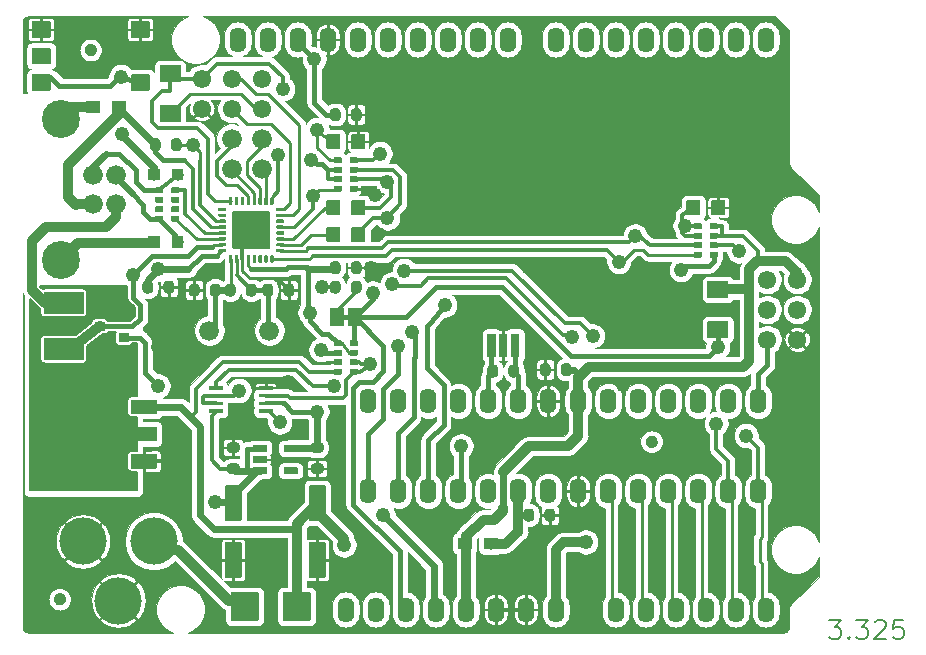
<source format=gbr>
G04 #@! TF.GenerationSoftware,KiCad,Pcbnew,5.1.4+dfsg1-1~bpo10+1*
G04 #@! TF.CreationDate,2022-07-19T17:35:19+05:30*
G04 #@! TF.ProjectId,UNO-TH_Rev3e,554e4f2d-5448-45f5-9265-7633652e6b69,rev?*
G04 #@! TF.SameCoordinates,Original*
G04 #@! TF.FileFunction,Copper,L1,Top*
G04 #@! TF.FilePolarity,Positive*
%FSLAX46Y46*%
G04 Gerber Fmt 4.6, Leading zero omitted, Abs format (unit mm)*
G04 Created by KiCad (PCBNEW 5.1.4+dfsg1-1~bpo10+1) date 2022-07-19 17:35:19*
%MOMM*%
%LPD*%
G04 APERTURE LIST*
%ADD10C,0.134112*%
%ADD11C,1.950000*%
%ADD12C,4.000000*%
%ADD13O,1.422400X2.133600*%
%ADD14C,1.550000*%
%ADD15C,0.100000*%
%ADD16C,0.898400*%
%ADD17C,1.400000*%
%ADD18C,1.200000*%
%ADD19C,2.400000*%
%ADD20C,1.016000*%
%ADD21C,3.216000*%
%ADD22C,1.676400*%
%ADD23C,2.200000*%
%ADD24C,1.219200*%
%ADD25C,1.900000*%
%ADD26C,0.787400*%
%ADD27C,3.254000*%
%ADD28C,0.280000*%
%ADD29C,1.000000*%
%ADD30C,1.168400*%
%ADD31C,0.500000*%
%ADD32C,0.300000*%
%ADD33C,0.700000*%
%ADD34C,0.550000*%
%ADD35C,0.508000*%
%ADD36C,1.016000*%
%ADD37C,0.812800*%
%ADD38C,0.304800*%
%ADD39C,0.609600*%
%ADD40C,0.406400*%
%ADD41C,0.254000*%
%ADD42C,0.279400*%
%ADD43C,0.250000*%
%ADD44C,0.152400*%
%ADD45C,0.101600*%
G04 APERTURE END LIST*
D10*
X183105784Y-130005182D02*
X184091667Y-130005182D01*
X183560807Y-130611880D01*
X183788318Y-130611880D01*
X183939992Y-130687717D01*
X184015829Y-130763554D01*
X184091667Y-130915228D01*
X184091667Y-131294414D01*
X184015829Y-131446088D01*
X183939992Y-131521925D01*
X183788318Y-131597762D01*
X183333295Y-131597762D01*
X183181621Y-131521925D01*
X183105784Y-131446088D01*
X184774201Y-131446088D02*
X184850038Y-131521925D01*
X184774201Y-131597762D01*
X184698364Y-131521925D01*
X184774201Y-131446088D01*
X184774201Y-131597762D01*
X185380898Y-130005182D02*
X186366781Y-130005182D01*
X185835921Y-130611880D01*
X186063432Y-130611880D01*
X186215107Y-130687717D01*
X186290944Y-130763554D01*
X186366781Y-130915228D01*
X186366781Y-131294414D01*
X186290944Y-131446088D01*
X186215107Y-131521925D01*
X186063432Y-131597762D01*
X185608409Y-131597762D01*
X185456735Y-131521925D01*
X185380898Y-131446088D01*
X186973478Y-130156857D02*
X187049315Y-130081020D01*
X187200989Y-130005182D01*
X187580175Y-130005182D01*
X187731849Y-130081020D01*
X187807687Y-130156857D01*
X187883524Y-130308531D01*
X187883524Y-130460205D01*
X187807687Y-130687717D01*
X186897641Y-131597762D01*
X187883524Y-131597762D01*
X189324429Y-130005182D02*
X188566058Y-130005182D01*
X188490221Y-130763554D01*
X188566058Y-130687717D01*
X188717732Y-130611880D01*
X189096918Y-130611880D01*
X189248592Y-130687717D01*
X189324429Y-130763554D01*
X189400267Y-130915228D01*
X189400267Y-131294414D01*
X189324429Y-131446088D01*
X189248592Y-131521925D01*
X189096918Y-131597762D01*
X188717732Y-131597762D01*
X188566058Y-131521925D01*
X188490221Y-131446088D01*
D11*
X125895100Y-122605800D03*
X125895100Y-124129800D03*
X119900700Y-122605800D03*
X119900700Y-124129800D03*
X122135900Y-128371600D03*
X123659900Y-128371600D03*
D12*
X119900700Y-123367800D03*
X125895100Y-123367800D03*
X122897900Y-128371600D03*
D13*
X177076100Y-119100600D03*
X174536100Y-119100600D03*
X171996100Y-119100600D03*
X169456100Y-119100600D03*
X166916100Y-119100600D03*
X164376100Y-119100600D03*
X161836100Y-119100600D03*
X159296100Y-119100600D03*
X156756100Y-119100600D03*
X154216100Y-119100600D03*
X151676100Y-119100600D03*
X149136100Y-119100600D03*
X146596100Y-119100600D03*
X144056100Y-119100600D03*
X144056100Y-111480600D03*
X146596100Y-111480600D03*
X149136100Y-111480600D03*
X151676100Y-111480600D03*
X154216100Y-111480600D03*
X156756100Y-111480600D03*
X159296100Y-111480600D03*
X161836100Y-111480600D03*
X164376100Y-111480600D03*
X166916100Y-111480600D03*
X169456100Y-111480600D03*
X171996100Y-111480600D03*
X174536100Y-111480600D03*
X177076100Y-111480600D03*
D14*
X180378100Y-106273600D03*
X177838100Y-106273600D03*
X180378100Y-103733600D03*
X177838100Y-103733600D03*
X180378100Y-101193600D03*
X177838100Y-101193600D03*
D13*
X159931100Y-80873600D03*
X162471100Y-80873600D03*
X165011100Y-80873600D03*
X167551100Y-80873600D03*
X170091100Y-80873600D03*
X172631100Y-80873600D03*
X175171100Y-80873600D03*
X177711100Y-80873600D03*
X133007100Y-80873600D03*
X135547100Y-80873600D03*
X138087100Y-80873600D03*
X140627100Y-80873600D03*
X143167100Y-80873600D03*
X145707100Y-80873600D03*
X148247100Y-80873600D03*
X150787100Y-80873600D03*
X153327100Y-80873600D03*
X155867100Y-80873600D03*
X177711100Y-129133600D03*
X175171100Y-129133600D03*
X172631100Y-129133600D03*
X170091100Y-129133600D03*
X167551100Y-129133600D03*
X165011100Y-129133600D03*
D15*
G36*
X125512163Y-101280330D02*
G01*
X125547048Y-101285505D01*
X125581257Y-101294074D01*
X125614461Y-101305955D01*
X125646341Y-101321033D01*
X125676590Y-101339163D01*
X125704916Y-101360171D01*
X125731046Y-101383854D01*
X125754729Y-101409984D01*
X125775737Y-101438310D01*
X125793867Y-101468559D01*
X125808945Y-101500439D01*
X125820826Y-101533643D01*
X125829395Y-101567852D01*
X125834570Y-101602737D01*
X125836300Y-101637960D01*
X125836300Y-102019240D01*
X125834570Y-102054463D01*
X125829395Y-102089348D01*
X125820826Y-102123557D01*
X125808945Y-102156761D01*
X125793867Y-102188641D01*
X125775737Y-102218890D01*
X125754729Y-102247216D01*
X125731046Y-102273346D01*
X125704916Y-102297029D01*
X125676590Y-102318037D01*
X125646341Y-102336167D01*
X125614461Y-102351245D01*
X125581257Y-102363126D01*
X125547048Y-102371695D01*
X125512163Y-102376870D01*
X125476940Y-102378600D01*
X125297260Y-102378600D01*
X125262037Y-102376870D01*
X125227152Y-102371695D01*
X125192943Y-102363126D01*
X125159739Y-102351245D01*
X125127859Y-102336167D01*
X125097610Y-102318037D01*
X125069284Y-102297029D01*
X125043154Y-102273346D01*
X125019471Y-102247216D01*
X124998463Y-102218890D01*
X124980333Y-102188641D01*
X124965255Y-102156761D01*
X124953374Y-102123557D01*
X124944805Y-102089348D01*
X124939630Y-102054463D01*
X124937900Y-102019240D01*
X124937900Y-101637960D01*
X124939630Y-101602737D01*
X124944805Y-101567852D01*
X124953374Y-101533643D01*
X124965255Y-101500439D01*
X124980333Y-101468559D01*
X124998463Y-101438310D01*
X125019471Y-101409984D01*
X125043154Y-101383854D01*
X125069284Y-101360171D01*
X125097610Y-101339163D01*
X125127859Y-101321033D01*
X125159739Y-101305955D01*
X125192943Y-101294074D01*
X125227152Y-101285505D01*
X125262037Y-101280330D01*
X125297260Y-101278600D01*
X125476940Y-101278600D01*
X125512163Y-101280330D01*
X125512163Y-101280330D01*
G37*
D16*
X125387100Y-101828600D03*
D15*
G36*
X127290163Y-101280330D02*
G01*
X127325048Y-101285505D01*
X127359257Y-101294074D01*
X127392461Y-101305955D01*
X127424341Y-101321033D01*
X127454590Y-101339163D01*
X127482916Y-101360171D01*
X127509046Y-101383854D01*
X127532729Y-101409984D01*
X127553737Y-101438310D01*
X127571867Y-101468559D01*
X127586945Y-101500439D01*
X127598826Y-101533643D01*
X127607395Y-101567852D01*
X127612570Y-101602737D01*
X127614300Y-101637960D01*
X127614300Y-102019240D01*
X127612570Y-102054463D01*
X127607395Y-102089348D01*
X127598826Y-102123557D01*
X127586945Y-102156761D01*
X127571867Y-102188641D01*
X127553737Y-102218890D01*
X127532729Y-102247216D01*
X127509046Y-102273346D01*
X127482916Y-102297029D01*
X127454590Y-102318037D01*
X127424341Y-102336167D01*
X127392461Y-102351245D01*
X127359257Y-102363126D01*
X127325048Y-102371695D01*
X127290163Y-102376870D01*
X127254940Y-102378600D01*
X127075260Y-102378600D01*
X127040037Y-102376870D01*
X127005152Y-102371695D01*
X126970943Y-102363126D01*
X126937739Y-102351245D01*
X126905859Y-102336167D01*
X126875610Y-102318037D01*
X126847284Y-102297029D01*
X126821154Y-102273346D01*
X126797471Y-102247216D01*
X126776463Y-102218890D01*
X126758333Y-102188641D01*
X126743255Y-102156761D01*
X126731374Y-102123557D01*
X126722805Y-102089348D01*
X126717630Y-102054463D01*
X126715900Y-102019240D01*
X126715900Y-101637960D01*
X126717630Y-101602737D01*
X126722805Y-101567852D01*
X126731374Y-101533643D01*
X126743255Y-101500439D01*
X126758333Y-101468559D01*
X126776463Y-101438310D01*
X126797471Y-101409984D01*
X126821154Y-101383854D01*
X126847284Y-101360171D01*
X126875610Y-101339163D01*
X126905859Y-101321033D01*
X126937739Y-101305955D01*
X126970943Y-101294074D01*
X127005152Y-101285505D01*
X127040037Y-101280330D01*
X127075260Y-101278600D01*
X127254940Y-101278600D01*
X127290163Y-101280330D01*
X127290163Y-101280330D01*
G37*
D16*
X127165100Y-101828600D03*
D15*
G36*
X140374961Y-118629937D02*
G01*
X140381756Y-118630945D01*
X140388420Y-118632614D01*
X140394888Y-118634928D01*
X140401098Y-118637866D01*
X140406990Y-118641397D01*
X140412508Y-118645489D01*
X140417597Y-118650103D01*
X140422211Y-118655192D01*
X140426303Y-118660710D01*
X140429834Y-118666602D01*
X140432772Y-118672812D01*
X140435086Y-118679280D01*
X140436755Y-118685944D01*
X140437763Y-118692739D01*
X140438100Y-118699600D01*
X140438100Y-121559600D01*
X140437763Y-121566461D01*
X140436755Y-121573256D01*
X140435086Y-121579920D01*
X140432772Y-121586388D01*
X140429834Y-121592598D01*
X140426303Y-121598490D01*
X140422211Y-121604008D01*
X140417597Y-121609097D01*
X140412508Y-121613711D01*
X140406990Y-121617803D01*
X140401098Y-121621334D01*
X140394888Y-121624272D01*
X140388420Y-121626586D01*
X140381756Y-121628255D01*
X140374961Y-121629263D01*
X140368100Y-121629600D01*
X139108100Y-121629600D01*
X139101239Y-121629263D01*
X139094444Y-121628255D01*
X139087780Y-121626586D01*
X139081312Y-121624272D01*
X139075102Y-121621334D01*
X139069210Y-121617803D01*
X139063692Y-121613711D01*
X139058603Y-121609097D01*
X139053989Y-121604008D01*
X139049897Y-121598490D01*
X139046366Y-121592598D01*
X139043428Y-121586388D01*
X139041114Y-121579920D01*
X139039445Y-121573256D01*
X139038437Y-121566461D01*
X139038100Y-121559600D01*
X139038100Y-118699600D01*
X139038437Y-118692739D01*
X139039445Y-118685944D01*
X139041114Y-118679280D01*
X139043428Y-118672812D01*
X139046366Y-118666602D01*
X139049897Y-118660710D01*
X139053989Y-118655192D01*
X139058603Y-118650103D01*
X139063692Y-118645489D01*
X139069210Y-118641397D01*
X139075102Y-118637866D01*
X139081312Y-118634928D01*
X139087780Y-118632614D01*
X139094444Y-118630945D01*
X139101239Y-118629937D01*
X139108100Y-118629600D01*
X140368100Y-118629600D01*
X140374961Y-118629937D01*
X140374961Y-118629937D01*
G37*
D17*
X139738100Y-120129600D03*
D15*
G36*
X140374961Y-123429937D02*
G01*
X140381756Y-123430945D01*
X140388420Y-123432614D01*
X140394888Y-123434928D01*
X140401098Y-123437866D01*
X140406990Y-123441397D01*
X140412508Y-123445489D01*
X140417597Y-123450103D01*
X140422211Y-123455192D01*
X140426303Y-123460710D01*
X140429834Y-123466602D01*
X140432772Y-123472812D01*
X140435086Y-123479280D01*
X140436755Y-123485944D01*
X140437763Y-123492739D01*
X140438100Y-123499600D01*
X140438100Y-126359600D01*
X140437763Y-126366461D01*
X140436755Y-126373256D01*
X140435086Y-126379920D01*
X140432772Y-126386388D01*
X140429834Y-126392598D01*
X140426303Y-126398490D01*
X140422211Y-126404008D01*
X140417597Y-126409097D01*
X140412508Y-126413711D01*
X140406990Y-126417803D01*
X140401098Y-126421334D01*
X140394888Y-126424272D01*
X140388420Y-126426586D01*
X140381756Y-126428255D01*
X140374961Y-126429263D01*
X140368100Y-126429600D01*
X139108100Y-126429600D01*
X139101239Y-126429263D01*
X139094444Y-126428255D01*
X139087780Y-126426586D01*
X139081312Y-126424272D01*
X139075102Y-126421334D01*
X139069210Y-126417803D01*
X139063692Y-126413711D01*
X139058603Y-126409097D01*
X139053989Y-126404008D01*
X139049897Y-126398490D01*
X139046366Y-126392598D01*
X139043428Y-126386388D01*
X139041114Y-126379920D01*
X139039445Y-126373256D01*
X139038437Y-126366461D01*
X139038100Y-126359600D01*
X139038100Y-123499600D01*
X139038437Y-123492739D01*
X139039445Y-123485944D01*
X139041114Y-123479280D01*
X139043428Y-123472812D01*
X139046366Y-123466602D01*
X139049897Y-123460710D01*
X139053989Y-123455192D01*
X139058603Y-123450103D01*
X139063692Y-123445489D01*
X139069210Y-123441397D01*
X139075102Y-123437866D01*
X139081312Y-123434928D01*
X139087780Y-123432614D01*
X139094444Y-123430945D01*
X139101239Y-123429937D01*
X139108100Y-123429600D01*
X140368100Y-123429600D01*
X140374961Y-123429937D01*
X140374961Y-123429937D01*
G37*
D17*
X139738100Y-124929600D03*
D15*
G36*
X133262961Y-118629937D02*
G01*
X133269756Y-118630945D01*
X133276420Y-118632614D01*
X133282888Y-118634928D01*
X133289098Y-118637866D01*
X133294990Y-118641397D01*
X133300508Y-118645489D01*
X133305597Y-118650103D01*
X133310211Y-118655192D01*
X133314303Y-118660710D01*
X133317834Y-118666602D01*
X133320772Y-118672812D01*
X133323086Y-118679280D01*
X133324755Y-118685944D01*
X133325763Y-118692739D01*
X133326100Y-118699600D01*
X133326100Y-121559600D01*
X133325763Y-121566461D01*
X133324755Y-121573256D01*
X133323086Y-121579920D01*
X133320772Y-121586388D01*
X133317834Y-121592598D01*
X133314303Y-121598490D01*
X133310211Y-121604008D01*
X133305597Y-121609097D01*
X133300508Y-121613711D01*
X133294990Y-121617803D01*
X133289098Y-121621334D01*
X133282888Y-121624272D01*
X133276420Y-121626586D01*
X133269756Y-121628255D01*
X133262961Y-121629263D01*
X133256100Y-121629600D01*
X131996100Y-121629600D01*
X131989239Y-121629263D01*
X131982444Y-121628255D01*
X131975780Y-121626586D01*
X131969312Y-121624272D01*
X131963102Y-121621334D01*
X131957210Y-121617803D01*
X131951692Y-121613711D01*
X131946603Y-121609097D01*
X131941989Y-121604008D01*
X131937897Y-121598490D01*
X131934366Y-121592598D01*
X131931428Y-121586388D01*
X131929114Y-121579920D01*
X131927445Y-121573256D01*
X131926437Y-121566461D01*
X131926100Y-121559600D01*
X131926100Y-118699600D01*
X131926437Y-118692739D01*
X131927445Y-118685944D01*
X131929114Y-118679280D01*
X131931428Y-118672812D01*
X131934366Y-118666602D01*
X131937897Y-118660710D01*
X131941989Y-118655192D01*
X131946603Y-118650103D01*
X131951692Y-118645489D01*
X131957210Y-118641397D01*
X131963102Y-118637866D01*
X131969312Y-118634928D01*
X131975780Y-118632614D01*
X131982444Y-118630945D01*
X131989239Y-118629937D01*
X131996100Y-118629600D01*
X133256100Y-118629600D01*
X133262961Y-118629937D01*
X133262961Y-118629937D01*
G37*
D17*
X132626100Y-120129600D03*
D15*
G36*
X133262961Y-123429937D02*
G01*
X133269756Y-123430945D01*
X133276420Y-123432614D01*
X133282888Y-123434928D01*
X133289098Y-123437866D01*
X133294990Y-123441397D01*
X133300508Y-123445489D01*
X133305597Y-123450103D01*
X133310211Y-123455192D01*
X133314303Y-123460710D01*
X133317834Y-123466602D01*
X133320772Y-123472812D01*
X133323086Y-123479280D01*
X133324755Y-123485944D01*
X133325763Y-123492739D01*
X133326100Y-123499600D01*
X133326100Y-126359600D01*
X133325763Y-126366461D01*
X133324755Y-126373256D01*
X133323086Y-126379920D01*
X133320772Y-126386388D01*
X133317834Y-126392598D01*
X133314303Y-126398490D01*
X133310211Y-126404008D01*
X133305597Y-126409097D01*
X133300508Y-126413711D01*
X133294990Y-126417803D01*
X133289098Y-126421334D01*
X133282888Y-126424272D01*
X133276420Y-126426586D01*
X133269756Y-126428255D01*
X133262961Y-126429263D01*
X133256100Y-126429600D01*
X131996100Y-126429600D01*
X131989239Y-126429263D01*
X131982444Y-126428255D01*
X131975780Y-126426586D01*
X131969312Y-126424272D01*
X131963102Y-126421334D01*
X131957210Y-126417803D01*
X131951692Y-126413711D01*
X131946603Y-126409097D01*
X131941989Y-126404008D01*
X131937897Y-126398490D01*
X131934366Y-126392598D01*
X131931428Y-126386388D01*
X131929114Y-126379920D01*
X131927445Y-126373256D01*
X131926437Y-126366461D01*
X131926100Y-126359600D01*
X131926100Y-123499600D01*
X131926437Y-123492739D01*
X131927445Y-123485944D01*
X131929114Y-123479280D01*
X131931428Y-123472812D01*
X131934366Y-123466602D01*
X131937897Y-123460710D01*
X131941989Y-123455192D01*
X131946603Y-123450103D01*
X131951692Y-123445489D01*
X131957210Y-123441397D01*
X131963102Y-123437866D01*
X131969312Y-123434928D01*
X131975780Y-123432614D01*
X131982444Y-123430945D01*
X131989239Y-123429937D01*
X131996100Y-123429600D01*
X133256100Y-123429600D01*
X133262961Y-123429937D01*
X133262961Y-123429937D01*
G37*
D17*
X132626100Y-124929600D03*
D15*
G36*
X172126981Y-94497889D02*
G01*
X172132805Y-94498753D01*
X172138517Y-94500184D01*
X172144061Y-94502167D01*
X172149384Y-94504685D01*
X172154434Y-94507712D01*
X172159164Y-94511219D01*
X172163526Y-94515174D01*
X172167481Y-94519536D01*
X172170988Y-94524266D01*
X172174015Y-94529316D01*
X172176533Y-94534639D01*
X172178516Y-94540183D01*
X172179947Y-94545895D01*
X172180811Y-94551719D01*
X172181100Y-94557600D01*
X172181100Y-95637600D01*
X172180811Y-95643481D01*
X172179947Y-95649305D01*
X172178516Y-95655017D01*
X172176533Y-95660561D01*
X172174015Y-95665884D01*
X172170988Y-95670934D01*
X172167481Y-95675664D01*
X172163526Y-95680026D01*
X172159164Y-95683981D01*
X172154434Y-95687488D01*
X172149384Y-95690515D01*
X172144061Y-95693033D01*
X172138517Y-95695016D01*
X172132805Y-95696447D01*
X172126981Y-95697311D01*
X172121100Y-95697600D01*
X171041100Y-95697600D01*
X171035219Y-95697311D01*
X171029395Y-95696447D01*
X171023683Y-95695016D01*
X171018139Y-95693033D01*
X171012816Y-95690515D01*
X171007766Y-95687488D01*
X171003036Y-95683981D01*
X170998674Y-95680026D01*
X170994719Y-95675664D01*
X170991212Y-95670934D01*
X170988185Y-95665884D01*
X170985667Y-95660561D01*
X170983684Y-95655017D01*
X170982253Y-95649305D01*
X170981389Y-95643481D01*
X170981100Y-95637600D01*
X170981100Y-94557600D01*
X170981389Y-94551719D01*
X170982253Y-94545895D01*
X170983684Y-94540183D01*
X170985667Y-94534639D01*
X170988185Y-94529316D01*
X170991212Y-94524266D01*
X170994719Y-94519536D01*
X170998674Y-94515174D01*
X171003036Y-94511219D01*
X171007766Y-94507712D01*
X171012816Y-94504685D01*
X171018139Y-94502167D01*
X171023683Y-94500184D01*
X171029395Y-94498753D01*
X171035219Y-94497889D01*
X171041100Y-94497600D01*
X172121100Y-94497600D01*
X172126981Y-94497889D01*
X172126981Y-94497889D01*
G37*
D18*
X171581100Y-95097600D03*
D15*
G36*
X174226981Y-94497889D02*
G01*
X174232805Y-94498753D01*
X174238517Y-94500184D01*
X174244061Y-94502167D01*
X174249384Y-94504685D01*
X174254434Y-94507712D01*
X174259164Y-94511219D01*
X174263526Y-94515174D01*
X174267481Y-94519536D01*
X174270988Y-94524266D01*
X174274015Y-94529316D01*
X174276533Y-94534639D01*
X174278516Y-94540183D01*
X174279947Y-94545895D01*
X174280811Y-94551719D01*
X174281100Y-94557600D01*
X174281100Y-95637600D01*
X174280811Y-95643481D01*
X174279947Y-95649305D01*
X174278516Y-95655017D01*
X174276533Y-95660561D01*
X174274015Y-95665884D01*
X174270988Y-95670934D01*
X174267481Y-95675664D01*
X174263526Y-95680026D01*
X174259164Y-95683981D01*
X174254434Y-95687488D01*
X174249384Y-95690515D01*
X174244061Y-95693033D01*
X174238517Y-95695016D01*
X174232805Y-95696447D01*
X174226981Y-95697311D01*
X174221100Y-95697600D01*
X173141100Y-95697600D01*
X173135219Y-95697311D01*
X173129395Y-95696447D01*
X173123683Y-95695016D01*
X173118139Y-95693033D01*
X173112816Y-95690515D01*
X173107766Y-95687488D01*
X173103036Y-95683981D01*
X173098674Y-95680026D01*
X173094719Y-95675664D01*
X173091212Y-95670934D01*
X173088185Y-95665884D01*
X173085667Y-95660561D01*
X173083684Y-95655017D01*
X173082253Y-95649305D01*
X173081389Y-95643481D01*
X173081100Y-95637600D01*
X173081100Y-94557600D01*
X173081389Y-94551719D01*
X173082253Y-94545895D01*
X173083684Y-94540183D01*
X173085667Y-94534639D01*
X173088185Y-94529316D01*
X173091212Y-94524266D01*
X173094719Y-94519536D01*
X173098674Y-94515174D01*
X173103036Y-94511219D01*
X173107766Y-94507712D01*
X173112816Y-94504685D01*
X173118139Y-94502167D01*
X173123683Y-94500184D01*
X173129395Y-94498753D01*
X173135219Y-94497889D01*
X173141100Y-94497600D01*
X174221100Y-94497600D01*
X174226981Y-94497889D01*
X174226981Y-94497889D01*
G37*
D18*
X173681100Y-95097600D03*
D15*
G36*
X143746981Y-96783889D02*
G01*
X143752805Y-96784753D01*
X143758517Y-96786184D01*
X143764061Y-96788167D01*
X143769384Y-96790685D01*
X143774434Y-96793712D01*
X143779164Y-96797219D01*
X143783526Y-96801174D01*
X143787481Y-96805536D01*
X143790988Y-96810266D01*
X143794015Y-96815316D01*
X143796533Y-96820639D01*
X143798516Y-96826183D01*
X143799947Y-96831895D01*
X143800811Y-96837719D01*
X143801100Y-96843600D01*
X143801100Y-97923600D01*
X143800811Y-97929481D01*
X143799947Y-97935305D01*
X143798516Y-97941017D01*
X143796533Y-97946561D01*
X143794015Y-97951884D01*
X143790988Y-97956934D01*
X143787481Y-97961664D01*
X143783526Y-97966026D01*
X143779164Y-97969981D01*
X143774434Y-97973488D01*
X143769384Y-97976515D01*
X143764061Y-97979033D01*
X143758517Y-97981016D01*
X143752805Y-97982447D01*
X143746981Y-97983311D01*
X143741100Y-97983600D01*
X142661100Y-97983600D01*
X142655219Y-97983311D01*
X142649395Y-97982447D01*
X142643683Y-97981016D01*
X142638139Y-97979033D01*
X142632816Y-97976515D01*
X142627766Y-97973488D01*
X142623036Y-97969981D01*
X142618674Y-97966026D01*
X142614719Y-97961664D01*
X142611212Y-97956934D01*
X142608185Y-97951884D01*
X142605667Y-97946561D01*
X142603684Y-97941017D01*
X142602253Y-97935305D01*
X142601389Y-97929481D01*
X142601100Y-97923600D01*
X142601100Y-96843600D01*
X142601389Y-96837719D01*
X142602253Y-96831895D01*
X142603684Y-96826183D01*
X142605667Y-96820639D01*
X142608185Y-96815316D01*
X142611212Y-96810266D01*
X142614719Y-96805536D01*
X142618674Y-96801174D01*
X142623036Y-96797219D01*
X142627766Y-96793712D01*
X142632816Y-96790685D01*
X142638139Y-96788167D01*
X142643683Y-96786184D01*
X142649395Y-96784753D01*
X142655219Y-96783889D01*
X142661100Y-96783600D01*
X143741100Y-96783600D01*
X143746981Y-96783889D01*
X143746981Y-96783889D01*
G37*
D18*
X143201100Y-97383600D03*
D15*
G36*
X141646981Y-96783889D02*
G01*
X141652805Y-96784753D01*
X141658517Y-96786184D01*
X141664061Y-96788167D01*
X141669384Y-96790685D01*
X141674434Y-96793712D01*
X141679164Y-96797219D01*
X141683526Y-96801174D01*
X141687481Y-96805536D01*
X141690988Y-96810266D01*
X141694015Y-96815316D01*
X141696533Y-96820639D01*
X141698516Y-96826183D01*
X141699947Y-96831895D01*
X141700811Y-96837719D01*
X141701100Y-96843600D01*
X141701100Y-97923600D01*
X141700811Y-97929481D01*
X141699947Y-97935305D01*
X141698516Y-97941017D01*
X141696533Y-97946561D01*
X141694015Y-97951884D01*
X141690988Y-97956934D01*
X141687481Y-97961664D01*
X141683526Y-97966026D01*
X141679164Y-97969981D01*
X141674434Y-97973488D01*
X141669384Y-97976515D01*
X141664061Y-97979033D01*
X141658517Y-97981016D01*
X141652805Y-97982447D01*
X141646981Y-97983311D01*
X141641100Y-97983600D01*
X140561100Y-97983600D01*
X140555219Y-97983311D01*
X140549395Y-97982447D01*
X140543683Y-97981016D01*
X140538139Y-97979033D01*
X140532816Y-97976515D01*
X140527766Y-97973488D01*
X140523036Y-97969981D01*
X140518674Y-97966026D01*
X140514719Y-97961664D01*
X140511212Y-97956934D01*
X140508185Y-97951884D01*
X140505667Y-97946561D01*
X140503684Y-97941017D01*
X140502253Y-97935305D01*
X140501389Y-97929481D01*
X140501100Y-97923600D01*
X140501100Y-96843600D01*
X140501389Y-96837719D01*
X140502253Y-96831895D01*
X140503684Y-96826183D01*
X140505667Y-96820639D01*
X140508185Y-96815316D01*
X140511212Y-96810266D01*
X140514719Y-96805536D01*
X140518674Y-96801174D01*
X140523036Y-96797219D01*
X140527766Y-96793712D01*
X140532816Y-96790685D01*
X140538139Y-96788167D01*
X140543683Y-96786184D01*
X140549395Y-96784753D01*
X140555219Y-96783889D01*
X140561100Y-96783600D01*
X141641100Y-96783600D01*
X141646981Y-96783889D01*
X141646981Y-96783889D01*
G37*
D18*
X141101100Y-97383600D03*
D15*
G36*
X143746981Y-94497889D02*
G01*
X143752805Y-94498753D01*
X143758517Y-94500184D01*
X143764061Y-94502167D01*
X143769384Y-94504685D01*
X143774434Y-94507712D01*
X143779164Y-94511219D01*
X143783526Y-94515174D01*
X143787481Y-94519536D01*
X143790988Y-94524266D01*
X143794015Y-94529316D01*
X143796533Y-94534639D01*
X143798516Y-94540183D01*
X143799947Y-94545895D01*
X143800811Y-94551719D01*
X143801100Y-94557600D01*
X143801100Y-95637600D01*
X143800811Y-95643481D01*
X143799947Y-95649305D01*
X143798516Y-95655017D01*
X143796533Y-95660561D01*
X143794015Y-95665884D01*
X143790988Y-95670934D01*
X143787481Y-95675664D01*
X143783526Y-95680026D01*
X143779164Y-95683981D01*
X143774434Y-95687488D01*
X143769384Y-95690515D01*
X143764061Y-95693033D01*
X143758517Y-95695016D01*
X143752805Y-95696447D01*
X143746981Y-95697311D01*
X143741100Y-95697600D01*
X142661100Y-95697600D01*
X142655219Y-95697311D01*
X142649395Y-95696447D01*
X142643683Y-95695016D01*
X142638139Y-95693033D01*
X142632816Y-95690515D01*
X142627766Y-95687488D01*
X142623036Y-95683981D01*
X142618674Y-95680026D01*
X142614719Y-95675664D01*
X142611212Y-95670934D01*
X142608185Y-95665884D01*
X142605667Y-95660561D01*
X142603684Y-95655017D01*
X142602253Y-95649305D01*
X142601389Y-95643481D01*
X142601100Y-95637600D01*
X142601100Y-94557600D01*
X142601389Y-94551719D01*
X142602253Y-94545895D01*
X142603684Y-94540183D01*
X142605667Y-94534639D01*
X142608185Y-94529316D01*
X142611212Y-94524266D01*
X142614719Y-94519536D01*
X142618674Y-94515174D01*
X142623036Y-94511219D01*
X142627766Y-94507712D01*
X142632816Y-94504685D01*
X142638139Y-94502167D01*
X142643683Y-94500184D01*
X142649395Y-94498753D01*
X142655219Y-94497889D01*
X142661100Y-94497600D01*
X143741100Y-94497600D01*
X143746981Y-94497889D01*
X143746981Y-94497889D01*
G37*
D18*
X143201100Y-95097600D03*
D15*
G36*
X141646981Y-94497889D02*
G01*
X141652805Y-94498753D01*
X141658517Y-94500184D01*
X141664061Y-94502167D01*
X141669384Y-94504685D01*
X141674434Y-94507712D01*
X141679164Y-94511219D01*
X141683526Y-94515174D01*
X141687481Y-94519536D01*
X141690988Y-94524266D01*
X141694015Y-94529316D01*
X141696533Y-94534639D01*
X141698516Y-94540183D01*
X141699947Y-94545895D01*
X141700811Y-94551719D01*
X141701100Y-94557600D01*
X141701100Y-95637600D01*
X141700811Y-95643481D01*
X141699947Y-95649305D01*
X141698516Y-95655017D01*
X141696533Y-95660561D01*
X141694015Y-95665884D01*
X141690988Y-95670934D01*
X141687481Y-95675664D01*
X141683526Y-95680026D01*
X141679164Y-95683981D01*
X141674434Y-95687488D01*
X141669384Y-95690515D01*
X141664061Y-95693033D01*
X141658517Y-95695016D01*
X141652805Y-95696447D01*
X141646981Y-95697311D01*
X141641100Y-95697600D01*
X140561100Y-95697600D01*
X140555219Y-95697311D01*
X140549395Y-95696447D01*
X140543683Y-95695016D01*
X140538139Y-95693033D01*
X140532816Y-95690515D01*
X140527766Y-95687488D01*
X140523036Y-95683981D01*
X140518674Y-95680026D01*
X140514719Y-95675664D01*
X140511212Y-95670934D01*
X140508185Y-95665884D01*
X140505667Y-95660561D01*
X140503684Y-95655017D01*
X140502253Y-95649305D01*
X140501389Y-95643481D01*
X140501100Y-95637600D01*
X140501100Y-94557600D01*
X140501389Y-94551719D01*
X140502253Y-94545895D01*
X140503684Y-94540183D01*
X140505667Y-94534639D01*
X140508185Y-94529316D01*
X140511212Y-94524266D01*
X140514719Y-94519536D01*
X140518674Y-94515174D01*
X140523036Y-94511219D01*
X140527766Y-94507712D01*
X140532816Y-94504685D01*
X140538139Y-94502167D01*
X140543683Y-94500184D01*
X140549395Y-94498753D01*
X140555219Y-94497889D01*
X140561100Y-94497600D01*
X141641100Y-94497600D01*
X141646981Y-94497889D01*
X141646981Y-94497889D01*
G37*
D18*
X141101100Y-95097600D03*
D15*
G36*
X134692862Y-127680178D02*
G01*
X134704511Y-127681906D01*
X134715934Y-127684767D01*
X134727022Y-127688734D01*
X134737668Y-127693769D01*
X134747768Y-127699824D01*
X134757227Y-127706839D01*
X134765953Y-127714747D01*
X134773861Y-127723473D01*
X134780876Y-127732932D01*
X134786931Y-127743032D01*
X134791966Y-127753678D01*
X134795933Y-127764766D01*
X134798794Y-127776189D01*
X134800522Y-127787838D01*
X134801100Y-127799600D01*
X134801100Y-129959600D01*
X134800522Y-129971362D01*
X134798794Y-129983011D01*
X134795933Y-129994434D01*
X134791966Y-130005522D01*
X134786931Y-130016168D01*
X134780876Y-130026268D01*
X134773861Y-130035727D01*
X134765953Y-130044453D01*
X134757227Y-130052361D01*
X134747768Y-130059376D01*
X134737668Y-130065431D01*
X134727022Y-130070466D01*
X134715934Y-130074433D01*
X134704511Y-130077294D01*
X134692862Y-130079022D01*
X134681100Y-130079600D01*
X132521100Y-130079600D01*
X132509338Y-130079022D01*
X132497689Y-130077294D01*
X132486266Y-130074433D01*
X132475178Y-130070466D01*
X132464532Y-130065431D01*
X132454432Y-130059376D01*
X132444973Y-130052361D01*
X132436247Y-130044453D01*
X132428339Y-130035727D01*
X132421324Y-130026268D01*
X132415269Y-130016168D01*
X132410234Y-130005522D01*
X132406267Y-129994434D01*
X132403406Y-129983011D01*
X132401678Y-129971362D01*
X132401100Y-129959600D01*
X132401100Y-127799600D01*
X132401678Y-127787838D01*
X132403406Y-127776189D01*
X132406267Y-127764766D01*
X132410234Y-127753678D01*
X132415269Y-127743032D01*
X132421324Y-127732932D01*
X132428339Y-127723473D01*
X132436247Y-127714747D01*
X132444973Y-127706839D01*
X132454432Y-127699824D01*
X132464532Y-127693769D01*
X132475178Y-127688734D01*
X132486266Y-127684767D01*
X132497689Y-127681906D01*
X132509338Y-127680178D01*
X132521100Y-127679600D01*
X134681100Y-127679600D01*
X134692862Y-127680178D01*
X134692862Y-127680178D01*
G37*
D19*
X133601100Y-128879600D03*
D15*
G36*
X139092862Y-127680178D02*
G01*
X139104511Y-127681906D01*
X139115934Y-127684767D01*
X139127022Y-127688734D01*
X139137668Y-127693769D01*
X139147768Y-127699824D01*
X139157227Y-127706839D01*
X139165953Y-127714747D01*
X139173861Y-127723473D01*
X139180876Y-127732932D01*
X139186931Y-127743032D01*
X139191966Y-127753678D01*
X139195933Y-127764766D01*
X139198794Y-127776189D01*
X139200522Y-127787838D01*
X139201100Y-127799600D01*
X139201100Y-129959600D01*
X139200522Y-129971362D01*
X139198794Y-129983011D01*
X139195933Y-129994434D01*
X139191966Y-130005522D01*
X139186931Y-130016168D01*
X139180876Y-130026268D01*
X139173861Y-130035727D01*
X139165953Y-130044453D01*
X139157227Y-130052361D01*
X139147768Y-130059376D01*
X139137668Y-130065431D01*
X139127022Y-130070466D01*
X139115934Y-130074433D01*
X139104511Y-130077294D01*
X139092862Y-130079022D01*
X139081100Y-130079600D01*
X136921100Y-130079600D01*
X136909338Y-130079022D01*
X136897689Y-130077294D01*
X136886266Y-130074433D01*
X136875178Y-130070466D01*
X136864532Y-130065431D01*
X136854432Y-130059376D01*
X136844973Y-130052361D01*
X136836247Y-130044453D01*
X136828339Y-130035727D01*
X136821324Y-130026268D01*
X136815269Y-130016168D01*
X136810234Y-130005522D01*
X136806267Y-129994434D01*
X136803406Y-129983011D01*
X136801678Y-129971362D01*
X136801100Y-129959600D01*
X136801100Y-127799600D01*
X136801678Y-127787838D01*
X136803406Y-127776189D01*
X136806267Y-127764766D01*
X136810234Y-127753678D01*
X136815269Y-127743032D01*
X136821324Y-127732932D01*
X136828339Y-127723473D01*
X136836247Y-127714747D01*
X136844973Y-127706839D01*
X136854432Y-127699824D01*
X136864532Y-127693769D01*
X136875178Y-127688734D01*
X136886266Y-127684767D01*
X136897689Y-127681906D01*
X136909338Y-127680178D01*
X136921100Y-127679600D01*
X139081100Y-127679600D01*
X139092862Y-127680178D01*
X139092862Y-127680178D01*
G37*
D19*
X138001100Y-128879600D03*
D15*
G36*
X120610894Y-81257045D02*
G01*
X120660207Y-81264360D01*
X120708566Y-81276473D01*
X120755504Y-81293268D01*
X120800571Y-81314583D01*
X120843331Y-81340212D01*
X120883373Y-81369910D01*
X120920311Y-81403389D01*
X120953790Y-81440327D01*
X120983488Y-81480369D01*
X121009117Y-81523129D01*
X121030432Y-81568196D01*
X121047227Y-81615134D01*
X121059340Y-81663493D01*
X121066655Y-81712806D01*
X121069101Y-81762599D01*
X121069101Y-81762601D01*
X121066655Y-81812394D01*
X121059340Y-81861707D01*
X121047227Y-81910066D01*
X121030432Y-81957004D01*
X121009117Y-82002071D01*
X120983488Y-82044831D01*
X120953790Y-82084873D01*
X120920311Y-82121811D01*
X120883373Y-82155290D01*
X120843331Y-82184988D01*
X120800571Y-82210617D01*
X120755504Y-82231932D01*
X120708566Y-82248727D01*
X120660207Y-82260840D01*
X120610894Y-82268155D01*
X120561101Y-82270601D01*
X120561099Y-82270601D01*
X120511306Y-82268155D01*
X120461993Y-82260840D01*
X120413634Y-82248727D01*
X120366696Y-82231932D01*
X120321629Y-82210617D01*
X120278869Y-82184988D01*
X120238827Y-82155290D01*
X120201889Y-82121811D01*
X120168410Y-82084873D01*
X120138712Y-82044831D01*
X120113083Y-82002071D01*
X120091768Y-81957004D01*
X120074973Y-81910066D01*
X120062860Y-81861707D01*
X120055545Y-81812394D01*
X120053099Y-81762601D01*
X120053099Y-81762599D01*
X120055545Y-81712806D01*
X120062860Y-81663493D01*
X120074973Y-81615134D01*
X120091768Y-81568196D01*
X120113083Y-81523129D01*
X120138712Y-81480369D01*
X120168410Y-81440327D01*
X120201889Y-81403389D01*
X120238827Y-81369910D01*
X120278869Y-81340212D01*
X120321629Y-81314583D01*
X120366696Y-81293268D01*
X120413634Y-81276473D01*
X120461993Y-81264360D01*
X120511306Y-81257045D01*
X120561099Y-81254599D01*
X120561101Y-81254599D01*
X120610894Y-81257045D01*
X120610894Y-81257045D01*
G37*
D20*
X120561100Y-81762600D03*
D15*
G36*
X168100894Y-114427045D02*
G01*
X168150207Y-114434360D01*
X168198566Y-114446473D01*
X168245504Y-114463268D01*
X168290571Y-114484583D01*
X168333331Y-114510212D01*
X168373373Y-114539910D01*
X168410311Y-114573389D01*
X168443790Y-114610327D01*
X168473488Y-114650369D01*
X168499117Y-114693129D01*
X168520432Y-114738196D01*
X168537227Y-114785134D01*
X168549340Y-114833493D01*
X168556655Y-114882806D01*
X168559101Y-114932599D01*
X168559101Y-114932601D01*
X168556655Y-114982394D01*
X168549340Y-115031707D01*
X168537227Y-115080066D01*
X168520432Y-115127004D01*
X168499117Y-115172071D01*
X168473488Y-115214831D01*
X168443790Y-115254873D01*
X168410311Y-115291811D01*
X168373373Y-115325290D01*
X168333331Y-115354988D01*
X168290571Y-115380617D01*
X168245504Y-115401932D01*
X168198566Y-115418727D01*
X168150207Y-115430840D01*
X168100894Y-115438155D01*
X168051101Y-115440601D01*
X168051099Y-115440601D01*
X168001306Y-115438155D01*
X167951993Y-115430840D01*
X167903634Y-115418727D01*
X167856696Y-115401932D01*
X167811629Y-115380617D01*
X167768869Y-115354988D01*
X167728827Y-115325290D01*
X167691889Y-115291811D01*
X167658410Y-115254873D01*
X167628712Y-115214831D01*
X167603083Y-115172071D01*
X167581768Y-115127004D01*
X167564973Y-115080066D01*
X167552860Y-115031707D01*
X167545545Y-114982394D01*
X167543099Y-114932601D01*
X167543099Y-114932599D01*
X167545545Y-114882806D01*
X167552860Y-114833493D01*
X167564973Y-114785134D01*
X167581768Y-114738196D01*
X167603083Y-114693129D01*
X167628712Y-114650369D01*
X167658410Y-114610327D01*
X167691889Y-114573389D01*
X167728827Y-114539910D01*
X167768869Y-114510212D01*
X167811629Y-114484583D01*
X167856696Y-114463268D01*
X167903634Y-114446473D01*
X167951993Y-114434360D01*
X168001306Y-114427045D01*
X168051099Y-114424599D01*
X168051101Y-114424599D01*
X168100894Y-114427045D01*
X168100894Y-114427045D01*
G37*
D20*
X168051100Y-114932600D03*
D15*
G36*
X117990894Y-127758045D02*
G01*
X118040207Y-127765360D01*
X118088566Y-127777473D01*
X118135504Y-127794268D01*
X118180571Y-127815583D01*
X118223331Y-127841212D01*
X118263373Y-127870910D01*
X118300311Y-127904389D01*
X118333790Y-127941327D01*
X118363488Y-127981369D01*
X118389117Y-128024129D01*
X118410432Y-128069196D01*
X118427227Y-128116134D01*
X118439340Y-128164493D01*
X118446655Y-128213806D01*
X118449101Y-128263599D01*
X118449101Y-128263601D01*
X118446655Y-128313394D01*
X118439340Y-128362707D01*
X118427227Y-128411066D01*
X118410432Y-128458004D01*
X118389117Y-128503071D01*
X118363488Y-128545831D01*
X118333790Y-128585873D01*
X118300311Y-128622811D01*
X118263373Y-128656290D01*
X118223331Y-128685988D01*
X118180571Y-128711617D01*
X118135504Y-128732932D01*
X118088566Y-128749727D01*
X118040207Y-128761840D01*
X117990894Y-128769155D01*
X117941101Y-128771601D01*
X117941099Y-128771601D01*
X117891306Y-128769155D01*
X117841993Y-128761840D01*
X117793634Y-128749727D01*
X117746696Y-128732932D01*
X117701629Y-128711617D01*
X117658869Y-128685988D01*
X117618827Y-128656290D01*
X117581889Y-128622811D01*
X117548410Y-128585873D01*
X117518712Y-128545831D01*
X117493083Y-128503071D01*
X117471768Y-128458004D01*
X117454973Y-128411066D01*
X117442860Y-128362707D01*
X117435545Y-128313394D01*
X117433099Y-128263601D01*
X117433099Y-128263599D01*
X117435545Y-128213806D01*
X117442860Y-128164493D01*
X117454973Y-128116134D01*
X117471768Y-128069196D01*
X117493083Y-128024129D01*
X117518712Y-127981369D01*
X117548410Y-127941327D01*
X117581889Y-127904389D01*
X117618827Y-127870910D01*
X117658869Y-127841212D01*
X117701629Y-127815583D01*
X117746696Y-127794268D01*
X117793634Y-127777473D01*
X117841993Y-127765360D01*
X117891306Y-127758045D01*
X117941099Y-127755599D01*
X117941101Y-127755599D01*
X117990894Y-127758045D01*
X117990894Y-127758045D01*
G37*
D20*
X117941100Y-128263600D03*
D21*
X118021100Y-99573600D03*
X118021100Y-87573600D03*
D22*
X120731100Y-94823600D03*
X120731100Y-92323600D03*
X122731100Y-92323600D03*
X122731100Y-94823600D03*
D15*
G36*
X119859882Y-112475130D02*
G01*
X119870560Y-112476714D01*
X119881031Y-112479337D01*
X119891195Y-112482973D01*
X119900954Y-112487589D01*
X119910213Y-112493138D01*
X119918883Y-112499569D01*
X119926882Y-112506818D01*
X119934131Y-112514817D01*
X119940562Y-112523487D01*
X119946111Y-112532746D01*
X119950727Y-112542505D01*
X119954363Y-112552669D01*
X119956986Y-112563140D01*
X119958570Y-112573818D01*
X119959100Y-112584600D01*
X119959100Y-115964600D01*
X119958570Y-115975382D01*
X119956986Y-115986060D01*
X119954363Y-115996531D01*
X119950727Y-116006695D01*
X119946111Y-116016454D01*
X119940562Y-116025713D01*
X119934131Y-116034383D01*
X119926882Y-116042382D01*
X119918883Y-116049631D01*
X119910213Y-116056062D01*
X119900954Y-116061611D01*
X119891195Y-116066227D01*
X119881031Y-116069863D01*
X119870560Y-116072486D01*
X119859882Y-116074070D01*
X119849100Y-116074600D01*
X117869100Y-116074600D01*
X117858318Y-116074070D01*
X117847640Y-116072486D01*
X117837169Y-116069863D01*
X117827005Y-116066227D01*
X117817246Y-116061611D01*
X117807987Y-116056062D01*
X117799317Y-116049631D01*
X117791318Y-116042382D01*
X117784069Y-116034383D01*
X117777638Y-116025713D01*
X117772089Y-116016454D01*
X117767473Y-116006695D01*
X117763837Y-115996531D01*
X117761214Y-115986060D01*
X117759630Y-115975382D01*
X117759100Y-115964600D01*
X117759100Y-112584600D01*
X117759630Y-112573818D01*
X117761214Y-112563140D01*
X117763837Y-112552669D01*
X117767473Y-112542505D01*
X117772089Y-112532746D01*
X117777638Y-112523487D01*
X117784069Y-112514817D01*
X117791318Y-112506818D01*
X117799317Y-112499569D01*
X117807987Y-112493138D01*
X117817246Y-112487589D01*
X117827005Y-112482973D01*
X117837169Y-112479337D01*
X117847640Y-112476714D01*
X117858318Y-112475130D01*
X117869100Y-112474600D01*
X119849100Y-112474600D01*
X119859882Y-112475130D01*
X119859882Y-112475130D01*
G37*
D23*
X118859100Y-114274600D03*
D15*
G36*
X126119515Y-111353894D02*
G01*
X126125433Y-111354771D01*
X126131236Y-111356225D01*
X126136868Y-111358240D01*
X126142276Y-111360798D01*
X126147408Y-111363874D01*
X126152213Y-111367437D01*
X126156645Y-111371455D01*
X126160663Y-111375887D01*
X126164226Y-111380692D01*
X126167302Y-111385824D01*
X126169860Y-111391232D01*
X126171875Y-111396864D01*
X126173329Y-111402667D01*
X126174206Y-111408585D01*
X126174500Y-111414560D01*
X126174500Y-112511840D01*
X126174206Y-112517815D01*
X126173329Y-112523733D01*
X126171875Y-112529536D01*
X126169860Y-112535168D01*
X126167302Y-112540576D01*
X126164226Y-112545708D01*
X126160663Y-112550513D01*
X126156645Y-112554945D01*
X126152213Y-112558963D01*
X126147408Y-112562526D01*
X126142276Y-112565602D01*
X126136868Y-112568160D01*
X126131236Y-112570175D01*
X126125433Y-112571629D01*
X126119515Y-112572506D01*
X126113540Y-112572800D01*
X124000260Y-112572800D01*
X123994285Y-112572506D01*
X123988367Y-112571629D01*
X123982564Y-112570175D01*
X123976932Y-112568160D01*
X123971524Y-112565602D01*
X123966392Y-112562526D01*
X123961587Y-112558963D01*
X123957155Y-112554945D01*
X123953137Y-112550513D01*
X123949574Y-112545708D01*
X123946498Y-112540576D01*
X123943940Y-112535168D01*
X123941925Y-112529536D01*
X123940471Y-112523733D01*
X123939594Y-112517815D01*
X123939300Y-112511840D01*
X123939300Y-111414560D01*
X123939594Y-111408585D01*
X123940471Y-111402667D01*
X123941925Y-111396864D01*
X123943940Y-111391232D01*
X123946498Y-111385824D01*
X123949574Y-111380692D01*
X123953137Y-111375887D01*
X123957155Y-111371455D01*
X123961587Y-111367437D01*
X123966392Y-111363874D01*
X123971524Y-111360798D01*
X123976932Y-111358240D01*
X123982564Y-111356225D01*
X123988367Y-111354771D01*
X123994285Y-111353894D01*
X124000260Y-111353600D01*
X126113540Y-111353600D01*
X126119515Y-111353894D01*
X126119515Y-111353894D01*
G37*
D24*
X125056900Y-111963200D03*
D15*
G36*
X126119515Y-113665294D02*
G01*
X126125433Y-113666171D01*
X126131236Y-113667625D01*
X126136868Y-113669640D01*
X126142276Y-113672198D01*
X126147408Y-113675274D01*
X126152213Y-113678837D01*
X126156645Y-113682855D01*
X126160663Y-113687287D01*
X126164226Y-113692092D01*
X126167302Y-113697224D01*
X126169860Y-113702632D01*
X126171875Y-113708264D01*
X126173329Y-113714067D01*
X126174206Y-113719985D01*
X126174500Y-113725960D01*
X126174500Y-114823240D01*
X126174206Y-114829215D01*
X126173329Y-114835133D01*
X126171875Y-114840936D01*
X126169860Y-114846568D01*
X126167302Y-114851976D01*
X126164226Y-114857108D01*
X126160663Y-114861913D01*
X126156645Y-114866345D01*
X126152213Y-114870363D01*
X126147408Y-114873926D01*
X126142276Y-114877002D01*
X126136868Y-114879560D01*
X126131236Y-114881575D01*
X126125433Y-114883029D01*
X126119515Y-114883906D01*
X126113540Y-114884200D01*
X124000260Y-114884200D01*
X123994285Y-114883906D01*
X123988367Y-114883029D01*
X123982564Y-114881575D01*
X123976932Y-114879560D01*
X123971524Y-114877002D01*
X123966392Y-114873926D01*
X123961587Y-114870363D01*
X123957155Y-114866345D01*
X123953137Y-114861913D01*
X123949574Y-114857108D01*
X123946498Y-114851976D01*
X123943940Y-114846568D01*
X123941925Y-114840936D01*
X123940471Y-114835133D01*
X123939594Y-114829215D01*
X123939300Y-114823240D01*
X123939300Y-113725960D01*
X123939594Y-113719985D01*
X123940471Y-113714067D01*
X123941925Y-113708264D01*
X123943940Y-113702632D01*
X123946498Y-113697224D01*
X123949574Y-113692092D01*
X123953137Y-113687287D01*
X123957155Y-113682855D01*
X123961587Y-113678837D01*
X123966392Y-113675274D01*
X123971524Y-113672198D01*
X123976932Y-113669640D01*
X123982564Y-113667625D01*
X123988367Y-113666171D01*
X123994285Y-113665294D01*
X124000260Y-113665000D01*
X126113540Y-113665000D01*
X126119515Y-113665294D01*
X126119515Y-113665294D01*
G37*
D24*
X125056900Y-114274600D03*
D15*
G36*
X126119515Y-115976694D02*
G01*
X126125433Y-115977571D01*
X126131236Y-115979025D01*
X126136868Y-115981040D01*
X126142276Y-115983598D01*
X126147408Y-115986674D01*
X126152213Y-115990237D01*
X126156645Y-115994255D01*
X126160663Y-115998687D01*
X126164226Y-116003492D01*
X126167302Y-116008624D01*
X126169860Y-116014032D01*
X126171875Y-116019664D01*
X126173329Y-116025467D01*
X126174206Y-116031385D01*
X126174500Y-116037360D01*
X126174500Y-117134640D01*
X126174206Y-117140615D01*
X126173329Y-117146533D01*
X126171875Y-117152336D01*
X126169860Y-117157968D01*
X126167302Y-117163376D01*
X126164226Y-117168508D01*
X126160663Y-117173313D01*
X126156645Y-117177745D01*
X126152213Y-117181763D01*
X126147408Y-117185326D01*
X126142276Y-117188402D01*
X126136868Y-117190960D01*
X126131236Y-117192975D01*
X126125433Y-117194429D01*
X126119515Y-117195306D01*
X126113540Y-117195600D01*
X124000260Y-117195600D01*
X123994285Y-117195306D01*
X123988367Y-117194429D01*
X123982564Y-117192975D01*
X123976932Y-117190960D01*
X123971524Y-117188402D01*
X123966392Y-117185326D01*
X123961587Y-117181763D01*
X123957155Y-117177745D01*
X123953137Y-117173313D01*
X123949574Y-117168508D01*
X123946498Y-117163376D01*
X123943940Y-117157968D01*
X123941925Y-117152336D01*
X123940471Y-117146533D01*
X123939594Y-117140615D01*
X123939300Y-117134640D01*
X123939300Y-116037360D01*
X123939594Y-116031385D01*
X123940471Y-116025467D01*
X123941925Y-116019664D01*
X123943940Y-116014032D01*
X123946498Y-116008624D01*
X123949574Y-116003492D01*
X123953137Y-115998687D01*
X123957155Y-115994255D01*
X123961587Y-115990237D01*
X123966392Y-115986674D01*
X123971524Y-115983598D01*
X123976932Y-115981040D01*
X123982564Y-115979025D01*
X123988367Y-115977571D01*
X123994285Y-115976694D01*
X124000260Y-115976400D01*
X126113540Y-115976400D01*
X126119515Y-115976694D01*
X126119515Y-115976694D01*
G37*
D24*
X125056900Y-116586000D03*
D15*
G36*
X141387163Y-86675330D02*
G01*
X141422048Y-86680505D01*
X141456257Y-86689074D01*
X141489461Y-86700955D01*
X141521341Y-86716033D01*
X141551590Y-86734163D01*
X141579916Y-86755171D01*
X141606046Y-86778854D01*
X141629729Y-86804984D01*
X141650737Y-86833310D01*
X141668867Y-86863559D01*
X141683945Y-86895439D01*
X141695826Y-86928643D01*
X141704395Y-86962852D01*
X141709570Y-86997737D01*
X141711300Y-87032960D01*
X141711300Y-87414240D01*
X141709570Y-87449463D01*
X141704395Y-87484348D01*
X141695826Y-87518557D01*
X141683945Y-87551761D01*
X141668867Y-87583641D01*
X141650737Y-87613890D01*
X141629729Y-87642216D01*
X141606046Y-87668346D01*
X141579916Y-87692029D01*
X141551590Y-87713037D01*
X141521341Y-87731167D01*
X141489461Y-87746245D01*
X141456257Y-87758126D01*
X141422048Y-87766695D01*
X141387163Y-87771870D01*
X141351940Y-87773600D01*
X141172260Y-87773600D01*
X141137037Y-87771870D01*
X141102152Y-87766695D01*
X141067943Y-87758126D01*
X141034739Y-87746245D01*
X141002859Y-87731167D01*
X140972610Y-87713037D01*
X140944284Y-87692029D01*
X140918154Y-87668346D01*
X140894471Y-87642216D01*
X140873463Y-87613890D01*
X140855333Y-87583641D01*
X140840255Y-87551761D01*
X140828374Y-87518557D01*
X140819805Y-87484348D01*
X140814630Y-87449463D01*
X140812900Y-87414240D01*
X140812900Y-87032960D01*
X140814630Y-86997737D01*
X140819805Y-86962852D01*
X140828374Y-86928643D01*
X140840255Y-86895439D01*
X140855333Y-86863559D01*
X140873463Y-86833310D01*
X140894471Y-86804984D01*
X140918154Y-86778854D01*
X140944284Y-86755171D01*
X140972610Y-86734163D01*
X141002859Y-86716033D01*
X141034739Y-86700955D01*
X141067943Y-86689074D01*
X141102152Y-86680505D01*
X141137037Y-86675330D01*
X141172260Y-86673600D01*
X141351940Y-86673600D01*
X141387163Y-86675330D01*
X141387163Y-86675330D01*
G37*
D16*
X141262100Y-87223600D03*
D15*
G36*
X143165163Y-86675330D02*
G01*
X143200048Y-86680505D01*
X143234257Y-86689074D01*
X143267461Y-86700955D01*
X143299341Y-86716033D01*
X143329590Y-86734163D01*
X143357916Y-86755171D01*
X143384046Y-86778854D01*
X143407729Y-86804984D01*
X143428737Y-86833310D01*
X143446867Y-86863559D01*
X143461945Y-86895439D01*
X143473826Y-86928643D01*
X143482395Y-86962852D01*
X143487570Y-86997737D01*
X143489300Y-87032960D01*
X143489300Y-87414240D01*
X143487570Y-87449463D01*
X143482395Y-87484348D01*
X143473826Y-87518557D01*
X143461945Y-87551761D01*
X143446867Y-87583641D01*
X143428737Y-87613890D01*
X143407729Y-87642216D01*
X143384046Y-87668346D01*
X143357916Y-87692029D01*
X143329590Y-87713037D01*
X143299341Y-87731167D01*
X143267461Y-87746245D01*
X143234257Y-87758126D01*
X143200048Y-87766695D01*
X143165163Y-87771870D01*
X143129940Y-87773600D01*
X142950260Y-87773600D01*
X142915037Y-87771870D01*
X142880152Y-87766695D01*
X142845943Y-87758126D01*
X142812739Y-87746245D01*
X142780859Y-87731167D01*
X142750610Y-87713037D01*
X142722284Y-87692029D01*
X142696154Y-87668346D01*
X142672471Y-87642216D01*
X142651463Y-87613890D01*
X142633333Y-87583641D01*
X142618255Y-87551761D01*
X142606374Y-87518557D01*
X142597805Y-87484348D01*
X142592630Y-87449463D01*
X142590900Y-87414240D01*
X142590900Y-87032960D01*
X142592630Y-86997737D01*
X142597805Y-86962852D01*
X142606374Y-86928643D01*
X142618255Y-86895439D01*
X142633333Y-86863559D01*
X142651463Y-86833310D01*
X142672471Y-86804984D01*
X142696154Y-86778854D01*
X142722284Y-86755171D01*
X142750610Y-86734163D01*
X142780859Y-86716033D01*
X142812739Y-86700955D01*
X142845943Y-86689074D01*
X142880152Y-86680505D01*
X142915037Y-86675330D01*
X142950260Y-86673600D01*
X143129940Y-86673600D01*
X143165163Y-86675330D01*
X143165163Y-86675330D01*
G37*
D16*
X143040100Y-87223600D03*
D15*
G36*
X119889412Y-102231057D02*
G01*
X119898634Y-102232425D01*
X119907677Y-102234691D01*
X119916455Y-102237831D01*
X119924883Y-102241817D01*
X119932879Y-102246610D01*
X119940367Y-102252164D01*
X119947275Y-102258425D01*
X119953536Y-102265333D01*
X119959090Y-102272821D01*
X119963883Y-102280817D01*
X119967869Y-102289245D01*
X119971009Y-102298023D01*
X119973275Y-102307066D01*
X119974643Y-102316288D01*
X119975100Y-102325600D01*
X119975100Y-104035600D01*
X119974643Y-104044912D01*
X119973275Y-104054134D01*
X119971009Y-104063177D01*
X119967869Y-104071955D01*
X119963883Y-104080383D01*
X119959090Y-104088379D01*
X119953536Y-104095867D01*
X119947275Y-104102775D01*
X119940367Y-104109036D01*
X119932879Y-104114590D01*
X119924883Y-104119383D01*
X119916455Y-104123369D01*
X119907677Y-104126509D01*
X119898634Y-104128775D01*
X119889412Y-104130143D01*
X119880100Y-104130600D01*
X116670100Y-104130600D01*
X116660788Y-104130143D01*
X116651566Y-104128775D01*
X116642523Y-104126509D01*
X116633745Y-104123369D01*
X116625317Y-104119383D01*
X116617321Y-104114590D01*
X116609833Y-104109036D01*
X116602925Y-104102775D01*
X116596664Y-104095867D01*
X116591110Y-104088379D01*
X116586317Y-104080383D01*
X116582331Y-104071955D01*
X116579191Y-104063177D01*
X116576925Y-104054134D01*
X116575557Y-104044912D01*
X116575100Y-104035600D01*
X116575100Y-102325600D01*
X116575557Y-102316288D01*
X116576925Y-102307066D01*
X116579191Y-102298023D01*
X116582331Y-102289245D01*
X116586317Y-102280817D01*
X116591110Y-102272821D01*
X116596664Y-102265333D01*
X116602925Y-102258425D01*
X116609833Y-102252164D01*
X116617321Y-102246610D01*
X116625317Y-102241817D01*
X116633745Y-102237831D01*
X116642523Y-102234691D01*
X116651566Y-102232425D01*
X116660788Y-102231057D01*
X116670100Y-102230600D01*
X119880100Y-102230600D01*
X119889412Y-102231057D01*
X119889412Y-102231057D01*
G37*
D25*
X118275100Y-103180600D03*
D15*
G36*
X119889412Y-106131057D02*
G01*
X119898634Y-106132425D01*
X119907677Y-106134691D01*
X119916455Y-106137831D01*
X119924883Y-106141817D01*
X119932879Y-106146610D01*
X119940367Y-106152164D01*
X119947275Y-106158425D01*
X119953536Y-106165333D01*
X119959090Y-106172821D01*
X119963883Y-106180817D01*
X119967869Y-106189245D01*
X119971009Y-106198023D01*
X119973275Y-106207066D01*
X119974643Y-106216288D01*
X119975100Y-106225600D01*
X119975100Y-107935600D01*
X119974643Y-107944912D01*
X119973275Y-107954134D01*
X119971009Y-107963177D01*
X119967869Y-107971955D01*
X119963883Y-107980383D01*
X119959090Y-107988379D01*
X119953536Y-107995867D01*
X119947275Y-108002775D01*
X119940367Y-108009036D01*
X119932879Y-108014590D01*
X119924883Y-108019383D01*
X119916455Y-108023369D01*
X119907677Y-108026509D01*
X119898634Y-108028775D01*
X119889412Y-108030143D01*
X119880100Y-108030600D01*
X116670100Y-108030600D01*
X116660788Y-108030143D01*
X116651566Y-108028775D01*
X116642523Y-108026509D01*
X116633745Y-108023369D01*
X116625317Y-108019383D01*
X116617321Y-108014590D01*
X116609833Y-108009036D01*
X116602925Y-108002775D01*
X116596664Y-107995867D01*
X116591110Y-107988379D01*
X116586317Y-107980383D01*
X116582331Y-107971955D01*
X116579191Y-107963177D01*
X116576925Y-107954134D01*
X116575557Y-107944912D01*
X116575100Y-107935600D01*
X116575100Y-106225600D01*
X116575557Y-106216288D01*
X116576925Y-106207066D01*
X116579191Y-106198023D01*
X116582331Y-106189245D01*
X116586317Y-106180817D01*
X116591110Y-106172821D01*
X116596664Y-106165333D01*
X116602925Y-106158425D01*
X116609833Y-106152164D01*
X116617321Y-106146610D01*
X116625317Y-106141817D01*
X116633745Y-106137831D01*
X116642523Y-106134691D01*
X116651566Y-106132425D01*
X116660788Y-106131057D01*
X116670100Y-106130600D01*
X119880100Y-106130600D01*
X119889412Y-106131057D01*
X119889412Y-106131057D01*
G37*
D25*
X118275100Y-107080600D03*
D15*
G36*
X143165163Y-99629330D02*
G01*
X143200048Y-99634505D01*
X143234257Y-99643074D01*
X143267461Y-99654955D01*
X143299341Y-99670033D01*
X143329590Y-99688163D01*
X143357916Y-99709171D01*
X143384046Y-99732854D01*
X143407729Y-99758984D01*
X143428737Y-99787310D01*
X143446867Y-99817559D01*
X143461945Y-99849439D01*
X143473826Y-99882643D01*
X143482395Y-99916852D01*
X143487570Y-99951737D01*
X143489300Y-99986960D01*
X143489300Y-100368240D01*
X143487570Y-100403463D01*
X143482395Y-100438348D01*
X143473826Y-100472557D01*
X143461945Y-100505761D01*
X143446867Y-100537641D01*
X143428737Y-100567890D01*
X143407729Y-100596216D01*
X143384046Y-100622346D01*
X143357916Y-100646029D01*
X143329590Y-100667037D01*
X143299341Y-100685167D01*
X143267461Y-100700245D01*
X143234257Y-100712126D01*
X143200048Y-100720695D01*
X143165163Y-100725870D01*
X143129940Y-100727600D01*
X142950260Y-100727600D01*
X142915037Y-100725870D01*
X142880152Y-100720695D01*
X142845943Y-100712126D01*
X142812739Y-100700245D01*
X142780859Y-100685167D01*
X142750610Y-100667037D01*
X142722284Y-100646029D01*
X142696154Y-100622346D01*
X142672471Y-100596216D01*
X142651463Y-100567890D01*
X142633333Y-100537641D01*
X142618255Y-100505761D01*
X142606374Y-100472557D01*
X142597805Y-100438348D01*
X142592630Y-100403463D01*
X142590900Y-100368240D01*
X142590900Y-99986960D01*
X142592630Y-99951737D01*
X142597805Y-99916852D01*
X142606374Y-99882643D01*
X142618255Y-99849439D01*
X142633333Y-99817559D01*
X142651463Y-99787310D01*
X142672471Y-99758984D01*
X142696154Y-99732854D01*
X142722284Y-99709171D01*
X142750610Y-99688163D01*
X142780859Y-99670033D01*
X142812739Y-99654955D01*
X142845943Y-99643074D01*
X142880152Y-99634505D01*
X142915037Y-99629330D01*
X142950260Y-99627600D01*
X143129940Y-99627600D01*
X143165163Y-99629330D01*
X143165163Y-99629330D01*
G37*
D16*
X143040100Y-100177600D03*
D15*
G36*
X141387163Y-99629330D02*
G01*
X141422048Y-99634505D01*
X141456257Y-99643074D01*
X141489461Y-99654955D01*
X141521341Y-99670033D01*
X141551590Y-99688163D01*
X141579916Y-99709171D01*
X141606046Y-99732854D01*
X141629729Y-99758984D01*
X141650737Y-99787310D01*
X141668867Y-99817559D01*
X141683945Y-99849439D01*
X141695826Y-99882643D01*
X141704395Y-99916852D01*
X141709570Y-99951737D01*
X141711300Y-99986960D01*
X141711300Y-100368240D01*
X141709570Y-100403463D01*
X141704395Y-100438348D01*
X141695826Y-100472557D01*
X141683945Y-100505761D01*
X141668867Y-100537641D01*
X141650737Y-100567890D01*
X141629729Y-100596216D01*
X141606046Y-100622346D01*
X141579916Y-100646029D01*
X141551590Y-100667037D01*
X141521341Y-100685167D01*
X141489461Y-100700245D01*
X141456257Y-100712126D01*
X141422048Y-100720695D01*
X141387163Y-100725870D01*
X141351940Y-100727600D01*
X141172260Y-100727600D01*
X141137037Y-100725870D01*
X141102152Y-100720695D01*
X141067943Y-100712126D01*
X141034739Y-100700245D01*
X141002859Y-100685167D01*
X140972610Y-100667037D01*
X140944284Y-100646029D01*
X140918154Y-100622346D01*
X140894471Y-100596216D01*
X140873463Y-100567890D01*
X140855333Y-100537641D01*
X140840255Y-100505761D01*
X140828374Y-100472557D01*
X140819805Y-100438348D01*
X140814630Y-100403463D01*
X140812900Y-100368240D01*
X140812900Y-99986960D01*
X140814630Y-99951737D01*
X140819805Y-99916852D01*
X140828374Y-99882643D01*
X140840255Y-99849439D01*
X140855333Y-99817559D01*
X140873463Y-99787310D01*
X140894471Y-99758984D01*
X140918154Y-99732854D01*
X140944284Y-99709171D01*
X140972610Y-99688163D01*
X141002859Y-99670033D01*
X141034739Y-99654955D01*
X141067943Y-99643074D01*
X141102152Y-99634505D01*
X141137037Y-99629330D01*
X141172260Y-99627600D01*
X141351940Y-99627600D01*
X141387163Y-99629330D01*
X141387163Y-99629330D01*
G37*
D16*
X141262100Y-100177600D03*
D15*
G36*
X141646981Y-88909889D02*
G01*
X141652805Y-88910753D01*
X141658517Y-88912184D01*
X141664061Y-88914167D01*
X141669384Y-88916685D01*
X141674434Y-88919712D01*
X141679164Y-88923219D01*
X141683526Y-88927174D01*
X141687481Y-88931536D01*
X141690988Y-88936266D01*
X141694015Y-88941316D01*
X141696533Y-88946639D01*
X141698516Y-88952183D01*
X141699947Y-88957895D01*
X141700811Y-88963719D01*
X141701100Y-88969600D01*
X141701100Y-90049600D01*
X141700811Y-90055481D01*
X141699947Y-90061305D01*
X141698516Y-90067017D01*
X141696533Y-90072561D01*
X141694015Y-90077884D01*
X141690988Y-90082934D01*
X141687481Y-90087664D01*
X141683526Y-90092026D01*
X141679164Y-90095981D01*
X141674434Y-90099488D01*
X141669384Y-90102515D01*
X141664061Y-90105033D01*
X141658517Y-90107016D01*
X141652805Y-90108447D01*
X141646981Y-90109311D01*
X141641100Y-90109600D01*
X140561100Y-90109600D01*
X140555219Y-90109311D01*
X140549395Y-90108447D01*
X140543683Y-90107016D01*
X140538139Y-90105033D01*
X140532816Y-90102515D01*
X140527766Y-90099488D01*
X140523036Y-90095981D01*
X140518674Y-90092026D01*
X140514719Y-90087664D01*
X140511212Y-90082934D01*
X140508185Y-90077884D01*
X140505667Y-90072561D01*
X140503684Y-90067017D01*
X140502253Y-90061305D01*
X140501389Y-90055481D01*
X140501100Y-90049600D01*
X140501100Y-88969600D01*
X140501389Y-88963719D01*
X140502253Y-88957895D01*
X140503684Y-88952183D01*
X140505667Y-88946639D01*
X140508185Y-88941316D01*
X140511212Y-88936266D01*
X140514719Y-88931536D01*
X140518674Y-88927174D01*
X140523036Y-88923219D01*
X140527766Y-88919712D01*
X140532816Y-88916685D01*
X140538139Y-88914167D01*
X140543683Y-88912184D01*
X140549395Y-88910753D01*
X140555219Y-88909889D01*
X140561100Y-88909600D01*
X141641100Y-88909600D01*
X141646981Y-88909889D01*
X141646981Y-88909889D01*
G37*
D18*
X141101100Y-89509600D03*
D15*
G36*
X143746981Y-88909889D02*
G01*
X143752805Y-88910753D01*
X143758517Y-88912184D01*
X143764061Y-88914167D01*
X143769384Y-88916685D01*
X143774434Y-88919712D01*
X143779164Y-88923219D01*
X143783526Y-88927174D01*
X143787481Y-88931536D01*
X143790988Y-88936266D01*
X143794015Y-88941316D01*
X143796533Y-88946639D01*
X143798516Y-88952183D01*
X143799947Y-88957895D01*
X143800811Y-88963719D01*
X143801100Y-88969600D01*
X143801100Y-90049600D01*
X143800811Y-90055481D01*
X143799947Y-90061305D01*
X143798516Y-90067017D01*
X143796533Y-90072561D01*
X143794015Y-90077884D01*
X143790988Y-90082934D01*
X143787481Y-90087664D01*
X143783526Y-90092026D01*
X143779164Y-90095981D01*
X143774434Y-90099488D01*
X143769384Y-90102515D01*
X143764061Y-90105033D01*
X143758517Y-90107016D01*
X143752805Y-90108447D01*
X143746981Y-90109311D01*
X143741100Y-90109600D01*
X142661100Y-90109600D01*
X142655219Y-90109311D01*
X142649395Y-90108447D01*
X142643683Y-90107016D01*
X142638139Y-90105033D01*
X142632816Y-90102515D01*
X142627766Y-90099488D01*
X142623036Y-90095981D01*
X142618674Y-90092026D01*
X142614719Y-90087664D01*
X142611212Y-90082934D01*
X142608185Y-90077884D01*
X142605667Y-90072561D01*
X142603684Y-90067017D01*
X142602253Y-90061305D01*
X142601389Y-90055481D01*
X142601100Y-90049600D01*
X142601100Y-88969600D01*
X142601389Y-88963719D01*
X142602253Y-88957895D01*
X142603684Y-88952183D01*
X142605667Y-88946639D01*
X142608185Y-88941316D01*
X142611212Y-88936266D01*
X142614719Y-88931536D01*
X142618674Y-88927174D01*
X142623036Y-88923219D01*
X142627766Y-88919712D01*
X142632816Y-88916685D01*
X142638139Y-88914167D01*
X142643683Y-88912184D01*
X142649395Y-88910753D01*
X142655219Y-88909889D01*
X142661100Y-88909600D01*
X143741100Y-88909600D01*
X143746981Y-88909889D01*
X143746981Y-88909889D01*
G37*
D18*
X143201100Y-89509600D03*
D15*
G36*
X121721779Y-104762545D02*
G01*
X121726711Y-104763276D01*
X121731546Y-104764487D01*
X121736240Y-104766167D01*
X121740747Y-104768298D01*
X121745023Y-104770861D01*
X121749027Y-104773831D01*
X121752721Y-104777179D01*
X121756069Y-104780873D01*
X121759039Y-104784877D01*
X121761602Y-104789153D01*
X121763733Y-104793660D01*
X121765413Y-104798354D01*
X121766624Y-104803189D01*
X121767355Y-104808121D01*
X121767600Y-104813100D01*
X121767600Y-105498900D01*
X121767355Y-105503879D01*
X121766624Y-105508811D01*
X121765413Y-105513646D01*
X121763733Y-105518340D01*
X121761602Y-105522847D01*
X121759039Y-105527123D01*
X121756069Y-105531127D01*
X121752721Y-105534821D01*
X121749027Y-105538169D01*
X121745023Y-105541139D01*
X121740747Y-105543702D01*
X121736240Y-105545833D01*
X121731546Y-105547513D01*
X121726711Y-105548724D01*
X121721779Y-105549455D01*
X121716800Y-105549700D01*
X120929400Y-105549700D01*
X120924421Y-105549455D01*
X120919489Y-105548724D01*
X120914654Y-105547513D01*
X120909960Y-105545833D01*
X120905453Y-105543702D01*
X120901177Y-105541139D01*
X120897173Y-105538169D01*
X120893479Y-105534821D01*
X120890131Y-105531127D01*
X120887161Y-105527123D01*
X120884598Y-105522847D01*
X120882467Y-105518340D01*
X120880787Y-105513646D01*
X120879576Y-105508811D01*
X120878845Y-105503879D01*
X120878600Y-105498900D01*
X120878600Y-104813100D01*
X120878845Y-104808121D01*
X120879576Y-104803189D01*
X120880787Y-104798354D01*
X120882467Y-104793660D01*
X120884598Y-104789153D01*
X120887161Y-104784877D01*
X120890131Y-104780873D01*
X120893479Y-104777179D01*
X120897173Y-104773831D01*
X120901177Y-104770861D01*
X120905453Y-104768298D01*
X120909960Y-104766167D01*
X120914654Y-104764487D01*
X120919489Y-104763276D01*
X120924421Y-104762545D01*
X120929400Y-104762300D01*
X121716800Y-104762300D01*
X121721779Y-104762545D01*
X121721779Y-104762545D01*
G37*
D26*
X121323100Y-105156000D03*
D15*
G36*
X123753779Y-103797345D02*
G01*
X123758711Y-103798076D01*
X123763546Y-103799287D01*
X123768240Y-103800967D01*
X123772747Y-103803098D01*
X123777023Y-103805661D01*
X123781027Y-103808631D01*
X123784721Y-103811979D01*
X123788069Y-103815673D01*
X123791039Y-103819677D01*
X123793602Y-103823953D01*
X123795733Y-103828460D01*
X123797413Y-103833154D01*
X123798624Y-103837989D01*
X123799355Y-103842921D01*
X123799600Y-103847900D01*
X123799600Y-104533700D01*
X123799355Y-104538679D01*
X123798624Y-104543611D01*
X123797413Y-104548446D01*
X123795733Y-104553140D01*
X123793602Y-104557647D01*
X123791039Y-104561923D01*
X123788069Y-104565927D01*
X123784721Y-104569621D01*
X123781027Y-104572969D01*
X123777023Y-104575939D01*
X123772747Y-104578502D01*
X123768240Y-104580633D01*
X123763546Y-104582313D01*
X123758711Y-104583524D01*
X123753779Y-104584255D01*
X123748800Y-104584500D01*
X122961400Y-104584500D01*
X122956421Y-104584255D01*
X122951489Y-104583524D01*
X122946654Y-104582313D01*
X122941960Y-104580633D01*
X122937453Y-104578502D01*
X122933177Y-104575939D01*
X122929173Y-104572969D01*
X122925479Y-104569621D01*
X122922131Y-104565927D01*
X122919161Y-104561923D01*
X122916598Y-104557647D01*
X122914467Y-104553140D01*
X122912787Y-104548446D01*
X122911576Y-104543611D01*
X122910845Y-104538679D01*
X122910600Y-104533700D01*
X122910600Y-103847900D01*
X122910845Y-103842921D01*
X122911576Y-103837989D01*
X122912787Y-103833154D01*
X122914467Y-103828460D01*
X122916598Y-103823953D01*
X122919161Y-103819677D01*
X122922131Y-103815673D01*
X122925479Y-103811979D01*
X122929173Y-103808631D01*
X122933177Y-103805661D01*
X122937453Y-103803098D01*
X122941960Y-103800967D01*
X122946654Y-103799287D01*
X122951489Y-103798076D01*
X122956421Y-103797345D01*
X122961400Y-103797100D01*
X123748800Y-103797100D01*
X123753779Y-103797345D01*
X123753779Y-103797345D01*
G37*
D26*
X123355100Y-104190800D03*
D15*
G36*
X123753779Y-105727745D02*
G01*
X123758711Y-105728476D01*
X123763546Y-105729687D01*
X123768240Y-105731367D01*
X123772747Y-105733498D01*
X123777023Y-105736061D01*
X123781027Y-105739031D01*
X123784721Y-105742379D01*
X123788069Y-105746073D01*
X123791039Y-105750077D01*
X123793602Y-105754353D01*
X123795733Y-105758860D01*
X123797413Y-105763554D01*
X123798624Y-105768389D01*
X123799355Y-105773321D01*
X123799600Y-105778300D01*
X123799600Y-106464100D01*
X123799355Y-106469079D01*
X123798624Y-106474011D01*
X123797413Y-106478846D01*
X123795733Y-106483540D01*
X123793602Y-106488047D01*
X123791039Y-106492323D01*
X123788069Y-106496327D01*
X123784721Y-106500021D01*
X123781027Y-106503369D01*
X123777023Y-106506339D01*
X123772747Y-106508902D01*
X123768240Y-106511033D01*
X123763546Y-106512713D01*
X123758711Y-106513924D01*
X123753779Y-106514655D01*
X123748800Y-106514900D01*
X122961400Y-106514900D01*
X122956421Y-106514655D01*
X122951489Y-106513924D01*
X122946654Y-106512713D01*
X122941960Y-106511033D01*
X122937453Y-106508902D01*
X122933177Y-106506339D01*
X122929173Y-106503369D01*
X122925479Y-106500021D01*
X122922131Y-106496327D01*
X122919161Y-106492323D01*
X122916598Y-106488047D01*
X122914467Y-106483540D01*
X122912787Y-106478846D01*
X122911576Y-106474011D01*
X122910845Y-106469079D01*
X122910600Y-106464100D01*
X122910600Y-105778300D01*
X122910845Y-105773321D01*
X122911576Y-105768389D01*
X122912787Y-105763554D01*
X122914467Y-105758860D01*
X122916598Y-105754353D01*
X122919161Y-105750077D01*
X122922131Y-105746073D01*
X122925479Y-105742379D01*
X122929173Y-105739031D01*
X122933177Y-105736061D01*
X122937453Y-105733498D01*
X122941960Y-105731367D01*
X122946654Y-105729687D01*
X122951489Y-105728476D01*
X122956421Y-105727745D01*
X122961400Y-105727500D01*
X123748800Y-105727500D01*
X123753779Y-105727745D01*
X123753779Y-105727745D01*
G37*
D26*
X123355100Y-106121200D03*
D15*
G36*
X132851963Y-116748130D02*
G01*
X132886848Y-116753305D01*
X132921057Y-116761874D01*
X132954261Y-116773755D01*
X132986141Y-116788833D01*
X133016390Y-116806963D01*
X133044716Y-116827971D01*
X133070846Y-116851654D01*
X133094529Y-116877784D01*
X133115537Y-116906110D01*
X133133667Y-116936359D01*
X133148745Y-116968239D01*
X133160626Y-117001443D01*
X133169195Y-117035652D01*
X133174370Y-117070537D01*
X133176100Y-117105760D01*
X133176100Y-117285440D01*
X133174370Y-117320663D01*
X133169195Y-117355548D01*
X133160626Y-117389757D01*
X133148745Y-117422961D01*
X133133667Y-117454841D01*
X133115537Y-117485090D01*
X133094529Y-117513416D01*
X133070846Y-117539546D01*
X133044716Y-117563229D01*
X133016390Y-117584237D01*
X132986141Y-117602367D01*
X132954261Y-117617445D01*
X132921057Y-117629326D01*
X132886848Y-117637895D01*
X132851963Y-117643070D01*
X132816740Y-117644800D01*
X132435460Y-117644800D01*
X132400237Y-117643070D01*
X132365352Y-117637895D01*
X132331143Y-117629326D01*
X132297939Y-117617445D01*
X132266059Y-117602367D01*
X132235810Y-117584237D01*
X132207484Y-117563229D01*
X132181354Y-117539546D01*
X132157671Y-117513416D01*
X132136663Y-117485090D01*
X132118533Y-117454841D01*
X132103455Y-117422961D01*
X132091574Y-117389757D01*
X132083005Y-117355548D01*
X132077830Y-117320663D01*
X132076100Y-117285440D01*
X132076100Y-117105760D01*
X132077830Y-117070537D01*
X132083005Y-117035652D01*
X132091574Y-117001443D01*
X132103455Y-116968239D01*
X132118533Y-116936359D01*
X132136663Y-116906110D01*
X132157671Y-116877784D01*
X132181354Y-116851654D01*
X132207484Y-116827971D01*
X132235810Y-116806963D01*
X132266059Y-116788833D01*
X132297939Y-116773755D01*
X132331143Y-116761874D01*
X132365352Y-116753305D01*
X132400237Y-116748130D01*
X132435460Y-116746400D01*
X132816740Y-116746400D01*
X132851963Y-116748130D01*
X132851963Y-116748130D01*
G37*
D16*
X132626100Y-117195600D03*
D15*
G36*
X132851963Y-114970130D02*
G01*
X132886848Y-114975305D01*
X132921057Y-114983874D01*
X132954261Y-114995755D01*
X132986141Y-115010833D01*
X133016390Y-115028963D01*
X133044716Y-115049971D01*
X133070846Y-115073654D01*
X133094529Y-115099784D01*
X133115537Y-115128110D01*
X133133667Y-115158359D01*
X133148745Y-115190239D01*
X133160626Y-115223443D01*
X133169195Y-115257652D01*
X133174370Y-115292537D01*
X133176100Y-115327760D01*
X133176100Y-115507440D01*
X133174370Y-115542663D01*
X133169195Y-115577548D01*
X133160626Y-115611757D01*
X133148745Y-115644961D01*
X133133667Y-115676841D01*
X133115537Y-115707090D01*
X133094529Y-115735416D01*
X133070846Y-115761546D01*
X133044716Y-115785229D01*
X133016390Y-115806237D01*
X132986141Y-115824367D01*
X132954261Y-115839445D01*
X132921057Y-115851326D01*
X132886848Y-115859895D01*
X132851963Y-115865070D01*
X132816740Y-115866800D01*
X132435460Y-115866800D01*
X132400237Y-115865070D01*
X132365352Y-115859895D01*
X132331143Y-115851326D01*
X132297939Y-115839445D01*
X132266059Y-115824367D01*
X132235810Y-115806237D01*
X132207484Y-115785229D01*
X132181354Y-115761546D01*
X132157671Y-115735416D01*
X132136663Y-115707090D01*
X132118533Y-115676841D01*
X132103455Y-115644961D01*
X132091574Y-115611757D01*
X132083005Y-115577548D01*
X132077830Y-115542663D01*
X132076100Y-115507440D01*
X132076100Y-115327760D01*
X132077830Y-115292537D01*
X132083005Y-115257652D01*
X132091574Y-115223443D01*
X132103455Y-115190239D01*
X132118533Y-115158359D01*
X132136663Y-115128110D01*
X132157671Y-115099784D01*
X132181354Y-115073654D01*
X132207484Y-115049971D01*
X132235810Y-115028963D01*
X132266059Y-115010833D01*
X132297939Y-114995755D01*
X132331143Y-114983874D01*
X132365352Y-114975305D01*
X132400237Y-114970130D01*
X132435460Y-114968400D01*
X132816740Y-114968400D01*
X132851963Y-114970130D01*
X132851963Y-114970130D01*
G37*
D16*
X132626100Y-115417600D03*
D15*
G36*
X135556971Y-95376775D02*
G01*
X135580662Y-95380289D01*
X135603894Y-95386109D01*
X135626444Y-95394177D01*
X135648094Y-95404417D01*
X135668637Y-95416730D01*
X135687874Y-95430997D01*
X135705619Y-95447081D01*
X135721703Y-95464826D01*
X135735970Y-95484063D01*
X135748283Y-95504606D01*
X135758523Y-95526256D01*
X135766591Y-95548806D01*
X135772411Y-95572038D01*
X135775925Y-95595729D01*
X135777100Y-95619650D01*
X135777100Y-98385550D01*
X135775925Y-98409471D01*
X135772411Y-98433162D01*
X135766591Y-98456394D01*
X135758523Y-98478944D01*
X135748283Y-98500594D01*
X135735970Y-98521137D01*
X135721703Y-98540374D01*
X135705619Y-98558119D01*
X135687874Y-98574203D01*
X135668637Y-98588470D01*
X135648094Y-98600783D01*
X135626444Y-98611023D01*
X135603894Y-98619091D01*
X135580662Y-98624911D01*
X135556971Y-98628425D01*
X135533050Y-98629600D01*
X132767150Y-98629600D01*
X132743229Y-98628425D01*
X132719538Y-98624911D01*
X132696306Y-98619091D01*
X132673756Y-98611023D01*
X132652106Y-98600783D01*
X132631563Y-98588470D01*
X132612326Y-98574203D01*
X132594581Y-98558119D01*
X132578497Y-98540374D01*
X132564230Y-98521137D01*
X132551917Y-98500594D01*
X132541677Y-98478944D01*
X132533609Y-98456394D01*
X132527789Y-98433162D01*
X132524275Y-98409471D01*
X132523100Y-98385550D01*
X132523100Y-95619650D01*
X132524275Y-95595729D01*
X132527789Y-95572038D01*
X132533609Y-95548806D01*
X132541677Y-95526256D01*
X132551917Y-95504606D01*
X132564230Y-95484063D01*
X132578497Y-95464826D01*
X132594581Y-95447081D01*
X132612326Y-95430997D01*
X132631563Y-95416730D01*
X132652106Y-95404417D01*
X132673756Y-95394177D01*
X132696306Y-95386109D01*
X132719538Y-95380289D01*
X132743229Y-95376775D01*
X132767150Y-95375600D01*
X135533050Y-95375600D01*
X135556971Y-95376775D01*
X135556971Y-95376775D01*
G37*
D27*
X134150100Y-97002600D03*
D15*
G36*
X131949078Y-98613139D02*
G01*
X131959950Y-98614752D01*
X131970612Y-98617423D01*
X131980961Y-98621125D01*
X131990896Y-98625825D01*
X132000324Y-98631475D01*
X132009152Y-98638023D01*
X132017296Y-98645404D01*
X132024677Y-98653548D01*
X132031225Y-98662376D01*
X132036875Y-98671804D01*
X132041575Y-98681739D01*
X132045277Y-98692088D01*
X132047948Y-98702750D01*
X132049561Y-98713622D01*
X132050100Y-98724600D01*
X132050100Y-98780600D01*
X132049561Y-98791578D01*
X132047948Y-98802450D01*
X132045277Y-98813112D01*
X132041575Y-98823461D01*
X132036875Y-98833396D01*
X132031225Y-98842824D01*
X132024677Y-98851652D01*
X132017296Y-98859796D01*
X132009152Y-98867177D01*
X132000324Y-98873725D01*
X131990896Y-98879375D01*
X131980961Y-98884075D01*
X131970612Y-98887777D01*
X131959950Y-98890448D01*
X131949078Y-98892061D01*
X131938100Y-98892600D01*
X131462100Y-98892600D01*
X131451122Y-98892061D01*
X131440250Y-98890448D01*
X131429588Y-98887777D01*
X131419239Y-98884075D01*
X131409304Y-98879375D01*
X131399876Y-98873725D01*
X131391048Y-98867177D01*
X131382904Y-98859796D01*
X131375523Y-98851652D01*
X131368975Y-98842824D01*
X131363325Y-98833396D01*
X131358625Y-98823461D01*
X131354923Y-98813112D01*
X131352252Y-98802450D01*
X131350639Y-98791578D01*
X131350100Y-98780600D01*
X131350100Y-98724600D01*
X131350639Y-98713622D01*
X131352252Y-98702750D01*
X131354923Y-98692088D01*
X131358625Y-98681739D01*
X131363325Y-98671804D01*
X131368975Y-98662376D01*
X131375523Y-98653548D01*
X131382904Y-98645404D01*
X131391048Y-98638023D01*
X131399876Y-98631475D01*
X131409304Y-98625825D01*
X131419239Y-98621125D01*
X131429588Y-98617423D01*
X131440250Y-98614752D01*
X131451122Y-98613139D01*
X131462100Y-98612600D01*
X131938100Y-98612600D01*
X131949078Y-98613139D01*
X131949078Y-98613139D01*
G37*
D28*
X131700100Y-98752600D03*
D15*
G36*
X131949078Y-98113139D02*
G01*
X131959950Y-98114752D01*
X131970612Y-98117423D01*
X131980961Y-98121125D01*
X131990896Y-98125825D01*
X132000324Y-98131475D01*
X132009152Y-98138023D01*
X132017296Y-98145404D01*
X132024677Y-98153548D01*
X132031225Y-98162376D01*
X132036875Y-98171804D01*
X132041575Y-98181739D01*
X132045277Y-98192088D01*
X132047948Y-98202750D01*
X132049561Y-98213622D01*
X132050100Y-98224600D01*
X132050100Y-98280600D01*
X132049561Y-98291578D01*
X132047948Y-98302450D01*
X132045277Y-98313112D01*
X132041575Y-98323461D01*
X132036875Y-98333396D01*
X132031225Y-98342824D01*
X132024677Y-98351652D01*
X132017296Y-98359796D01*
X132009152Y-98367177D01*
X132000324Y-98373725D01*
X131990896Y-98379375D01*
X131980961Y-98384075D01*
X131970612Y-98387777D01*
X131959950Y-98390448D01*
X131949078Y-98392061D01*
X131938100Y-98392600D01*
X131462100Y-98392600D01*
X131451122Y-98392061D01*
X131440250Y-98390448D01*
X131429588Y-98387777D01*
X131419239Y-98384075D01*
X131409304Y-98379375D01*
X131399876Y-98373725D01*
X131391048Y-98367177D01*
X131382904Y-98359796D01*
X131375523Y-98351652D01*
X131368975Y-98342824D01*
X131363325Y-98333396D01*
X131358625Y-98323461D01*
X131354923Y-98313112D01*
X131352252Y-98302450D01*
X131350639Y-98291578D01*
X131350100Y-98280600D01*
X131350100Y-98224600D01*
X131350639Y-98213622D01*
X131352252Y-98202750D01*
X131354923Y-98192088D01*
X131358625Y-98181739D01*
X131363325Y-98171804D01*
X131368975Y-98162376D01*
X131375523Y-98153548D01*
X131382904Y-98145404D01*
X131391048Y-98138023D01*
X131399876Y-98131475D01*
X131409304Y-98125825D01*
X131419239Y-98121125D01*
X131429588Y-98117423D01*
X131440250Y-98114752D01*
X131451122Y-98113139D01*
X131462100Y-98112600D01*
X131938100Y-98112600D01*
X131949078Y-98113139D01*
X131949078Y-98113139D01*
G37*
D28*
X131700100Y-98252600D03*
D15*
G36*
X131949078Y-97613139D02*
G01*
X131959950Y-97614752D01*
X131970612Y-97617423D01*
X131980961Y-97621125D01*
X131990896Y-97625825D01*
X132000324Y-97631475D01*
X132009152Y-97638023D01*
X132017296Y-97645404D01*
X132024677Y-97653548D01*
X132031225Y-97662376D01*
X132036875Y-97671804D01*
X132041575Y-97681739D01*
X132045277Y-97692088D01*
X132047948Y-97702750D01*
X132049561Y-97713622D01*
X132050100Y-97724600D01*
X132050100Y-97780600D01*
X132049561Y-97791578D01*
X132047948Y-97802450D01*
X132045277Y-97813112D01*
X132041575Y-97823461D01*
X132036875Y-97833396D01*
X132031225Y-97842824D01*
X132024677Y-97851652D01*
X132017296Y-97859796D01*
X132009152Y-97867177D01*
X132000324Y-97873725D01*
X131990896Y-97879375D01*
X131980961Y-97884075D01*
X131970612Y-97887777D01*
X131959950Y-97890448D01*
X131949078Y-97892061D01*
X131938100Y-97892600D01*
X131462100Y-97892600D01*
X131451122Y-97892061D01*
X131440250Y-97890448D01*
X131429588Y-97887777D01*
X131419239Y-97884075D01*
X131409304Y-97879375D01*
X131399876Y-97873725D01*
X131391048Y-97867177D01*
X131382904Y-97859796D01*
X131375523Y-97851652D01*
X131368975Y-97842824D01*
X131363325Y-97833396D01*
X131358625Y-97823461D01*
X131354923Y-97813112D01*
X131352252Y-97802450D01*
X131350639Y-97791578D01*
X131350100Y-97780600D01*
X131350100Y-97724600D01*
X131350639Y-97713622D01*
X131352252Y-97702750D01*
X131354923Y-97692088D01*
X131358625Y-97681739D01*
X131363325Y-97671804D01*
X131368975Y-97662376D01*
X131375523Y-97653548D01*
X131382904Y-97645404D01*
X131391048Y-97638023D01*
X131399876Y-97631475D01*
X131409304Y-97625825D01*
X131419239Y-97621125D01*
X131429588Y-97617423D01*
X131440250Y-97614752D01*
X131451122Y-97613139D01*
X131462100Y-97612600D01*
X131938100Y-97612600D01*
X131949078Y-97613139D01*
X131949078Y-97613139D01*
G37*
D28*
X131700100Y-97752600D03*
D15*
G36*
X131949078Y-97113139D02*
G01*
X131959950Y-97114752D01*
X131970612Y-97117423D01*
X131980961Y-97121125D01*
X131990896Y-97125825D01*
X132000324Y-97131475D01*
X132009152Y-97138023D01*
X132017296Y-97145404D01*
X132024677Y-97153548D01*
X132031225Y-97162376D01*
X132036875Y-97171804D01*
X132041575Y-97181739D01*
X132045277Y-97192088D01*
X132047948Y-97202750D01*
X132049561Y-97213622D01*
X132050100Y-97224600D01*
X132050100Y-97280600D01*
X132049561Y-97291578D01*
X132047948Y-97302450D01*
X132045277Y-97313112D01*
X132041575Y-97323461D01*
X132036875Y-97333396D01*
X132031225Y-97342824D01*
X132024677Y-97351652D01*
X132017296Y-97359796D01*
X132009152Y-97367177D01*
X132000324Y-97373725D01*
X131990896Y-97379375D01*
X131980961Y-97384075D01*
X131970612Y-97387777D01*
X131959950Y-97390448D01*
X131949078Y-97392061D01*
X131938100Y-97392600D01*
X131462100Y-97392600D01*
X131451122Y-97392061D01*
X131440250Y-97390448D01*
X131429588Y-97387777D01*
X131419239Y-97384075D01*
X131409304Y-97379375D01*
X131399876Y-97373725D01*
X131391048Y-97367177D01*
X131382904Y-97359796D01*
X131375523Y-97351652D01*
X131368975Y-97342824D01*
X131363325Y-97333396D01*
X131358625Y-97323461D01*
X131354923Y-97313112D01*
X131352252Y-97302450D01*
X131350639Y-97291578D01*
X131350100Y-97280600D01*
X131350100Y-97224600D01*
X131350639Y-97213622D01*
X131352252Y-97202750D01*
X131354923Y-97192088D01*
X131358625Y-97181739D01*
X131363325Y-97171804D01*
X131368975Y-97162376D01*
X131375523Y-97153548D01*
X131382904Y-97145404D01*
X131391048Y-97138023D01*
X131399876Y-97131475D01*
X131409304Y-97125825D01*
X131419239Y-97121125D01*
X131429588Y-97117423D01*
X131440250Y-97114752D01*
X131451122Y-97113139D01*
X131462100Y-97112600D01*
X131938100Y-97112600D01*
X131949078Y-97113139D01*
X131949078Y-97113139D01*
G37*
D28*
X131700100Y-97252600D03*
D15*
G36*
X131949078Y-96613139D02*
G01*
X131959950Y-96614752D01*
X131970612Y-96617423D01*
X131980961Y-96621125D01*
X131990896Y-96625825D01*
X132000324Y-96631475D01*
X132009152Y-96638023D01*
X132017296Y-96645404D01*
X132024677Y-96653548D01*
X132031225Y-96662376D01*
X132036875Y-96671804D01*
X132041575Y-96681739D01*
X132045277Y-96692088D01*
X132047948Y-96702750D01*
X132049561Y-96713622D01*
X132050100Y-96724600D01*
X132050100Y-96780600D01*
X132049561Y-96791578D01*
X132047948Y-96802450D01*
X132045277Y-96813112D01*
X132041575Y-96823461D01*
X132036875Y-96833396D01*
X132031225Y-96842824D01*
X132024677Y-96851652D01*
X132017296Y-96859796D01*
X132009152Y-96867177D01*
X132000324Y-96873725D01*
X131990896Y-96879375D01*
X131980961Y-96884075D01*
X131970612Y-96887777D01*
X131959950Y-96890448D01*
X131949078Y-96892061D01*
X131938100Y-96892600D01*
X131462100Y-96892600D01*
X131451122Y-96892061D01*
X131440250Y-96890448D01*
X131429588Y-96887777D01*
X131419239Y-96884075D01*
X131409304Y-96879375D01*
X131399876Y-96873725D01*
X131391048Y-96867177D01*
X131382904Y-96859796D01*
X131375523Y-96851652D01*
X131368975Y-96842824D01*
X131363325Y-96833396D01*
X131358625Y-96823461D01*
X131354923Y-96813112D01*
X131352252Y-96802450D01*
X131350639Y-96791578D01*
X131350100Y-96780600D01*
X131350100Y-96724600D01*
X131350639Y-96713622D01*
X131352252Y-96702750D01*
X131354923Y-96692088D01*
X131358625Y-96681739D01*
X131363325Y-96671804D01*
X131368975Y-96662376D01*
X131375523Y-96653548D01*
X131382904Y-96645404D01*
X131391048Y-96638023D01*
X131399876Y-96631475D01*
X131409304Y-96625825D01*
X131419239Y-96621125D01*
X131429588Y-96617423D01*
X131440250Y-96614752D01*
X131451122Y-96613139D01*
X131462100Y-96612600D01*
X131938100Y-96612600D01*
X131949078Y-96613139D01*
X131949078Y-96613139D01*
G37*
D28*
X131700100Y-96752600D03*
D15*
G36*
X131949078Y-96113139D02*
G01*
X131959950Y-96114752D01*
X131970612Y-96117423D01*
X131980961Y-96121125D01*
X131990896Y-96125825D01*
X132000324Y-96131475D01*
X132009152Y-96138023D01*
X132017296Y-96145404D01*
X132024677Y-96153548D01*
X132031225Y-96162376D01*
X132036875Y-96171804D01*
X132041575Y-96181739D01*
X132045277Y-96192088D01*
X132047948Y-96202750D01*
X132049561Y-96213622D01*
X132050100Y-96224600D01*
X132050100Y-96280600D01*
X132049561Y-96291578D01*
X132047948Y-96302450D01*
X132045277Y-96313112D01*
X132041575Y-96323461D01*
X132036875Y-96333396D01*
X132031225Y-96342824D01*
X132024677Y-96351652D01*
X132017296Y-96359796D01*
X132009152Y-96367177D01*
X132000324Y-96373725D01*
X131990896Y-96379375D01*
X131980961Y-96384075D01*
X131970612Y-96387777D01*
X131959950Y-96390448D01*
X131949078Y-96392061D01*
X131938100Y-96392600D01*
X131462100Y-96392600D01*
X131451122Y-96392061D01*
X131440250Y-96390448D01*
X131429588Y-96387777D01*
X131419239Y-96384075D01*
X131409304Y-96379375D01*
X131399876Y-96373725D01*
X131391048Y-96367177D01*
X131382904Y-96359796D01*
X131375523Y-96351652D01*
X131368975Y-96342824D01*
X131363325Y-96333396D01*
X131358625Y-96323461D01*
X131354923Y-96313112D01*
X131352252Y-96302450D01*
X131350639Y-96291578D01*
X131350100Y-96280600D01*
X131350100Y-96224600D01*
X131350639Y-96213622D01*
X131352252Y-96202750D01*
X131354923Y-96192088D01*
X131358625Y-96181739D01*
X131363325Y-96171804D01*
X131368975Y-96162376D01*
X131375523Y-96153548D01*
X131382904Y-96145404D01*
X131391048Y-96138023D01*
X131399876Y-96131475D01*
X131409304Y-96125825D01*
X131419239Y-96121125D01*
X131429588Y-96117423D01*
X131440250Y-96114752D01*
X131451122Y-96113139D01*
X131462100Y-96112600D01*
X131938100Y-96112600D01*
X131949078Y-96113139D01*
X131949078Y-96113139D01*
G37*
D28*
X131700100Y-96252600D03*
D15*
G36*
X131949078Y-95613139D02*
G01*
X131959950Y-95614752D01*
X131970612Y-95617423D01*
X131980961Y-95621125D01*
X131990896Y-95625825D01*
X132000324Y-95631475D01*
X132009152Y-95638023D01*
X132017296Y-95645404D01*
X132024677Y-95653548D01*
X132031225Y-95662376D01*
X132036875Y-95671804D01*
X132041575Y-95681739D01*
X132045277Y-95692088D01*
X132047948Y-95702750D01*
X132049561Y-95713622D01*
X132050100Y-95724600D01*
X132050100Y-95780600D01*
X132049561Y-95791578D01*
X132047948Y-95802450D01*
X132045277Y-95813112D01*
X132041575Y-95823461D01*
X132036875Y-95833396D01*
X132031225Y-95842824D01*
X132024677Y-95851652D01*
X132017296Y-95859796D01*
X132009152Y-95867177D01*
X132000324Y-95873725D01*
X131990896Y-95879375D01*
X131980961Y-95884075D01*
X131970612Y-95887777D01*
X131959950Y-95890448D01*
X131949078Y-95892061D01*
X131938100Y-95892600D01*
X131462100Y-95892600D01*
X131451122Y-95892061D01*
X131440250Y-95890448D01*
X131429588Y-95887777D01*
X131419239Y-95884075D01*
X131409304Y-95879375D01*
X131399876Y-95873725D01*
X131391048Y-95867177D01*
X131382904Y-95859796D01*
X131375523Y-95851652D01*
X131368975Y-95842824D01*
X131363325Y-95833396D01*
X131358625Y-95823461D01*
X131354923Y-95813112D01*
X131352252Y-95802450D01*
X131350639Y-95791578D01*
X131350100Y-95780600D01*
X131350100Y-95724600D01*
X131350639Y-95713622D01*
X131352252Y-95702750D01*
X131354923Y-95692088D01*
X131358625Y-95681739D01*
X131363325Y-95671804D01*
X131368975Y-95662376D01*
X131375523Y-95653548D01*
X131382904Y-95645404D01*
X131391048Y-95638023D01*
X131399876Y-95631475D01*
X131409304Y-95625825D01*
X131419239Y-95621125D01*
X131429588Y-95617423D01*
X131440250Y-95614752D01*
X131451122Y-95613139D01*
X131462100Y-95612600D01*
X131938100Y-95612600D01*
X131949078Y-95613139D01*
X131949078Y-95613139D01*
G37*
D28*
X131700100Y-95752600D03*
D15*
G36*
X131949078Y-95113139D02*
G01*
X131959950Y-95114752D01*
X131970612Y-95117423D01*
X131980961Y-95121125D01*
X131990896Y-95125825D01*
X132000324Y-95131475D01*
X132009152Y-95138023D01*
X132017296Y-95145404D01*
X132024677Y-95153548D01*
X132031225Y-95162376D01*
X132036875Y-95171804D01*
X132041575Y-95181739D01*
X132045277Y-95192088D01*
X132047948Y-95202750D01*
X132049561Y-95213622D01*
X132050100Y-95224600D01*
X132050100Y-95280600D01*
X132049561Y-95291578D01*
X132047948Y-95302450D01*
X132045277Y-95313112D01*
X132041575Y-95323461D01*
X132036875Y-95333396D01*
X132031225Y-95342824D01*
X132024677Y-95351652D01*
X132017296Y-95359796D01*
X132009152Y-95367177D01*
X132000324Y-95373725D01*
X131990896Y-95379375D01*
X131980961Y-95384075D01*
X131970612Y-95387777D01*
X131959950Y-95390448D01*
X131949078Y-95392061D01*
X131938100Y-95392600D01*
X131462100Y-95392600D01*
X131451122Y-95392061D01*
X131440250Y-95390448D01*
X131429588Y-95387777D01*
X131419239Y-95384075D01*
X131409304Y-95379375D01*
X131399876Y-95373725D01*
X131391048Y-95367177D01*
X131382904Y-95359796D01*
X131375523Y-95351652D01*
X131368975Y-95342824D01*
X131363325Y-95333396D01*
X131358625Y-95323461D01*
X131354923Y-95313112D01*
X131352252Y-95302450D01*
X131350639Y-95291578D01*
X131350100Y-95280600D01*
X131350100Y-95224600D01*
X131350639Y-95213622D01*
X131352252Y-95202750D01*
X131354923Y-95192088D01*
X131358625Y-95181739D01*
X131363325Y-95171804D01*
X131368975Y-95162376D01*
X131375523Y-95153548D01*
X131382904Y-95145404D01*
X131391048Y-95138023D01*
X131399876Y-95131475D01*
X131409304Y-95125825D01*
X131419239Y-95121125D01*
X131429588Y-95117423D01*
X131440250Y-95114752D01*
X131451122Y-95113139D01*
X131462100Y-95112600D01*
X131938100Y-95112600D01*
X131949078Y-95113139D01*
X131949078Y-95113139D01*
G37*
D28*
X131700100Y-95252600D03*
D15*
G36*
X132439078Y-94203139D02*
G01*
X132449950Y-94204752D01*
X132460612Y-94207423D01*
X132470961Y-94211125D01*
X132480896Y-94215825D01*
X132490324Y-94221475D01*
X132499152Y-94228023D01*
X132507296Y-94235404D01*
X132514677Y-94243548D01*
X132521225Y-94252376D01*
X132526875Y-94261804D01*
X132531575Y-94271739D01*
X132535277Y-94282088D01*
X132537948Y-94292750D01*
X132539561Y-94303622D01*
X132540100Y-94314600D01*
X132540100Y-94790600D01*
X132539561Y-94801578D01*
X132537948Y-94812450D01*
X132535277Y-94823112D01*
X132531575Y-94833461D01*
X132526875Y-94843396D01*
X132521225Y-94852824D01*
X132514677Y-94861652D01*
X132507296Y-94869796D01*
X132499152Y-94877177D01*
X132490324Y-94883725D01*
X132480896Y-94889375D01*
X132470961Y-94894075D01*
X132460612Y-94897777D01*
X132449950Y-94900448D01*
X132439078Y-94902061D01*
X132428100Y-94902600D01*
X132372100Y-94902600D01*
X132361122Y-94902061D01*
X132350250Y-94900448D01*
X132339588Y-94897777D01*
X132329239Y-94894075D01*
X132319304Y-94889375D01*
X132309876Y-94883725D01*
X132301048Y-94877177D01*
X132292904Y-94869796D01*
X132285523Y-94861652D01*
X132278975Y-94852824D01*
X132273325Y-94843396D01*
X132268625Y-94833461D01*
X132264923Y-94823112D01*
X132262252Y-94812450D01*
X132260639Y-94801578D01*
X132260100Y-94790600D01*
X132260100Y-94314600D01*
X132260639Y-94303622D01*
X132262252Y-94292750D01*
X132264923Y-94282088D01*
X132268625Y-94271739D01*
X132273325Y-94261804D01*
X132278975Y-94252376D01*
X132285523Y-94243548D01*
X132292904Y-94235404D01*
X132301048Y-94228023D01*
X132309876Y-94221475D01*
X132319304Y-94215825D01*
X132329239Y-94211125D01*
X132339588Y-94207423D01*
X132350250Y-94204752D01*
X132361122Y-94203139D01*
X132372100Y-94202600D01*
X132428100Y-94202600D01*
X132439078Y-94203139D01*
X132439078Y-94203139D01*
G37*
D28*
X132400100Y-94552600D03*
D15*
G36*
X132939078Y-94203139D02*
G01*
X132949950Y-94204752D01*
X132960612Y-94207423D01*
X132970961Y-94211125D01*
X132980896Y-94215825D01*
X132990324Y-94221475D01*
X132999152Y-94228023D01*
X133007296Y-94235404D01*
X133014677Y-94243548D01*
X133021225Y-94252376D01*
X133026875Y-94261804D01*
X133031575Y-94271739D01*
X133035277Y-94282088D01*
X133037948Y-94292750D01*
X133039561Y-94303622D01*
X133040100Y-94314600D01*
X133040100Y-94790600D01*
X133039561Y-94801578D01*
X133037948Y-94812450D01*
X133035277Y-94823112D01*
X133031575Y-94833461D01*
X133026875Y-94843396D01*
X133021225Y-94852824D01*
X133014677Y-94861652D01*
X133007296Y-94869796D01*
X132999152Y-94877177D01*
X132990324Y-94883725D01*
X132980896Y-94889375D01*
X132970961Y-94894075D01*
X132960612Y-94897777D01*
X132949950Y-94900448D01*
X132939078Y-94902061D01*
X132928100Y-94902600D01*
X132872100Y-94902600D01*
X132861122Y-94902061D01*
X132850250Y-94900448D01*
X132839588Y-94897777D01*
X132829239Y-94894075D01*
X132819304Y-94889375D01*
X132809876Y-94883725D01*
X132801048Y-94877177D01*
X132792904Y-94869796D01*
X132785523Y-94861652D01*
X132778975Y-94852824D01*
X132773325Y-94843396D01*
X132768625Y-94833461D01*
X132764923Y-94823112D01*
X132762252Y-94812450D01*
X132760639Y-94801578D01*
X132760100Y-94790600D01*
X132760100Y-94314600D01*
X132760639Y-94303622D01*
X132762252Y-94292750D01*
X132764923Y-94282088D01*
X132768625Y-94271739D01*
X132773325Y-94261804D01*
X132778975Y-94252376D01*
X132785523Y-94243548D01*
X132792904Y-94235404D01*
X132801048Y-94228023D01*
X132809876Y-94221475D01*
X132819304Y-94215825D01*
X132829239Y-94211125D01*
X132839588Y-94207423D01*
X132850250Y-94204752D01*
X132861122Y-94203139D01*
X132872100Y-94202600D01*
X132928100Y-94202600D01*
X132939078Y-94203139D01*
X132939078Y-94203139D01*
G37*
D28*
X132900100Y-94552600D03*
D15*
G36*
X133439078Y-94203139D02*
G01*
X133449950Y-94204752D01*
X133460612Y-94207423D01*
X133470961Y-94211125D01*
X133480896Y-94215825D01*
X133490324Y-94221475D01*
X133499152Y-94228023D01*
X133507296Y-94235404D01*
X133514677Y-94243548D01*
X133521225Y-94252376D01*
X133526875Y-94261804D01*
X133531575Y-94271739D01*
X133535277Y-94282088D01*
X133537948Y-94292750D01*
X133539561Y-94303622D01*
X133540100Y-94314600D01*
X133540100Y-94790600D01*
X133539561Y-94801578D01*
X133537948Y-94812450D01*
X133535277Y-94823112D01*
X133531575Y-94833461D01*
X133526875Y-94843396D01*
X133521225Y-94852824D01*
X133514677Y-94861652D01*
X133507296Y-94869796D01*
X133499152Y-94877177D01*
X133490324Y-94883725D01*
X133480896Y-94889375D01*
X133470961Y-94894075D01*
X133460612Y-94897777D01*
X133449950Y-94900448D01*
X133439078Y-94902061D01*
X133428100Y-94902600D01*
X133372100Y-94902600D01*
X133361122Y-94902061D01*
X133350250Y-94900448D01*
X133339588Y-94897777D01*
X133329239Y-94894075D01*
X133319304Y-94889375D01*
X133309876Y-94883725D01*
X133301048Y-94877177D01*
X133292904Y-94869796D01*
X133285523Y-94861652D01*
X133278975Y-94852824D01*
X133273325Y-94843396D01*
X133268625Y-94833461D01*
X133264923Y-94823112D01*
X133262252Y-94812450D01*
X133260639Y-94801578D01*
X133260100Y-94790600D01*
X133260100Y-94314600D01*
X133260639Y-94303622D01*
X133262252Y-94292750D01*
X133264923Y-94282088D01*
X133268625Y-94271739D01*
X133273325Y-94261804D01*
X133278975Y-94252376D01*
X133285523Y-94243548D01*
X133292904Y-94235404D01*
X133301048Y-94228023D01*
X133309876Y-94221475D01*
X133319304Y-94215825D01*
X133329239Y-94211125D01*
X133339588Y-94207423D01*
X133350250Y-94204752D01*
X133361122Y-94203139D01*
X133372100Y-94202600D01*
X133428100Y-94202600D01*
X133439078Y-94203139D01*
X133439078Y-94203139D01*
G37*
D28*
X133400100Y-94552600D03*
D15*
G36*
X133939078Y-94203139D02*
G01*
X133949950Y-94204752D01*
X133960612Y-94207423D01*
X133970961Y-94211125D01*
X133980896Y-94215825D01*
X133990324Y-94221475D01*
X133999152Y-94228023D01*
X134007296Y-94235404D01*
X134014677Y-94243548D01*
X134021225Y-94252376D01*
X134026875Y-94261804D01*
X134031575Y-94271739D01*
X134035277Y-94282088D01*
X134037948Y-94292750D01*
X134039561Y-94303622D01*
X134040100Y-94314600D01*
X134040100Y-94790600D01*
X134039561Y-94801578D01*
X134037948Y-94812450D01*
X134035277Y-94823112D01*
X134031575Y-94833461D01*
X134026875Y-94843396D01*
X134021225Y-94852824D01*
X134014677Y-94861652D01*
X134007296Y-94869796D01*
X133999152Y-94877177D01*
X133990324Y-94883725D01*
X133980896Y-94889375D01*
X133970961Y-94894075D01*
X133960612Y-94897777D01*
X133949950Y-94900448D01*
X133939078Y-94902061D01*
X133928100Y-94902600D01*
X133872100Y-94902600D01*
X133861122Y-94902061D01*
X133850250Y-94900448D01*
X133839588Y-94897777D01*
X133829239Y-94894075D01*
X133819304Y-94889375D01*
X133809876Y-94883725D01*
X133801048Y-94877177D01*
X133792904Y-94869796D01*
X133785523Y-94861652D01*
X133778975Y-94852824D01*
X133773325Y-94843396D01*
X133768625Y-94833461D01*
X133764923Y-94823112D01*
X133762252Y-94812450D01*
X133760639Y-94801578D01*
X133760100Y-94790600D01*
X133760100Y-94314600D01*
X133760639Y-94303622D01*
X133762252Y-94292750D01*
X133764923Y-94282088D01*
X133768625Y-94271739D01*
X133773325Y-94261804D01*
X133778975Y-94252376D01*
X133785523Y-94243548D01*
X133792904Y-94235404D01*
X133801048Y-94228023D01*
X133809876Y-94221475D01*
X133819304Y-94215825D01*
X133829239Y-94211125D01*
X133839588Y-94207423D01*
X133850250Y-94204752D01*
X133861122Y-94203139D01*
X133872100Y-94202600D01*
X133928100Y-94202600D01*
X133939078Y-94203139D01*
X133939078Y-94203139D01*
G37*
D28*
X133900100Y-94552600D03*
D15*
G36*
X134439078Y-94203139D02*
G01*
X134449950Y-94204752D01*
X134460612Y-94207423D01*
X134470961Y-94211125D01*
X134480896Y-94215825D01*
X134490324Y-94221475D01*
X134499152Y-94228023D01*
X134507296Y-94235404D01*
X134514677Y-94243548D01*
X134521225Y-94252376D01*
X134526875Y-94261804D01*
X134531575Y-94271739D01*
X134535277Y-94282088D01*
X134537948Y-94292750D01*
X134539561Y-94303622D01*
X134540100Y-94314600D01*
X134540100Y-94790600D01*
X134539561Y-94801578D01*
X134537948Y-94812450D01*
X134535277Y-94823112D01*
X134531575Y-94833461D01*
X134526875Y-94843396D01*
X134521225Y-94852824D01*
X134514677Y-94861652D01*
X134507296Y-94869796D01*
X134499152Y-94877177D01*
X134490324Y-94883725D01*
X134480896Y-94889375D01*
X134470961Y-94894075D01*
X134460612Y-94897777D01*
X134449950Y-94900448D01*
X134439078Y-94902061D01*
X134428100Y-94902600D01*
X134372100Y-94902600D01*
X134361122Y-94902061D01*
X134350250Y-94900448D01*
X134339588Y-94897777D01*
X134329239Y-94894075D01*
X134319304Y-94889375D01*
X134309876Y-94883725D01*
X134301048Y-94877177D01*
X134292904Y-94869796D01*
X134285523Y-94861652D01*
X134278975Y-94852824D01*
X134273325Y-94843396D01*
X134268625Y-94833461D01*
X134264923Y-94823112D01*
X134262252Y-94812450D01*
X134260639Y-94801578D01*
X134260100Y-94790600D01*
X134260100Y-94314600D01*
X134260639Y-94303622D01*
X134262252Y-94292750D01*
X134264923Y-94282088D01*
X134268625Y-94271739D01*
X134273325Y-94261804D01*
X134278975Y-94252376D01*
X134285523Y-94243548D01*
X134292904Y-94235404D01*
X134301048Y-94228023D01*
X134309876Y-94221475D01*
X134319304Y-94215825D01*
X134329239Y-94211125D01*
X134339588Y-94207423D01*
X134350250Y-94204752D01*
X134361122Y-94203139D01*
X134372100Y-94202600D01*
X134428100Y-94202600D01*
X134439078Y-94203139D01*
X134439078Y-94203139D01*
G37*
D28*
X134400100Y-94552600D03*
D15*
G36*
X134939078Y-94203139D02*
G01*
X134949950Y-94204752D01*
X134960612Y-94207423D01*
X134970961Y-94211125D01*
X134980896Y-94215825D01*
X134990324Y-94221475D01*
X134999152Y-94228023D01*
X135007296Y-94235404D01*
X135014677Y-94243548D01*
X135021225Y-94252376D01*
X135026875Y-94261804D01*
X135031575Y-94271739D01*
X135035277Y-94282088D01*
X135037948Y-94292750D01*
X135039561Y-94303622D01*
X135040100Y-94314600D01*
X135040100Y-94790600D01*
X135039561Y-94801578D01*
X135037948Y-94812450D01*
X135035277Y-94823112D01*
X135031575Y-94833461D01*
X135026875Y-94843396D01*
X135021225Y-94852824D01*
X135014677Y-94861652D01*
X135007296Y-94869796D01*
X134999152Y-94877177D01*
X134990324Y-94883725D01*
X134980896Y-94889375D01*
X134970961Y-94894075D01*
X134960612Y-94897777D01*
X134949950Y-94900448D01*
X134939078Y-94902061D01*
X134928100Y-94902600D01*
X134872100Y-94902600D01*
X134861122Y-94902061D01*
X134850250Y-94900448D01*
X134839588Y-94897777D01*
X134829239Y-94894075D01*
X134819304Y-94889375D01*
X134809876Y-94883725D01*
X134801048Y-94877177D01*
X134792904Y-94869796D01*
X134785523Y-94861652D01*
X134778975Y-94852824D01*
X134773325Y-94843396D01*
X134768625Y-94833461D01*
X134764923Y-94823112D01*
X134762252Y-94812450D01*
X134760639Y-94801578D01*
X134760100Y-94790600D01*
X134760100Y-94314600D01*
X134760639Y-94303622D01*
X134762252Y-94292750D01*
X134764923Y-94282088D01*
X134768625Y-94271739D01*
X134773325Y-94261804D01*
X134778975Y-94252376D01*
X134785523Y-94243548D01*
X134792904Y-94235404D01*
X134801048Y-94228023D01*
X134809876Y-94221475D01*
X134819304Y-94215825D01*
X134829239Y-94211125D01*
X134839588Y-94207423D01*
X134850250Y-94204752D01*
X134861122Y-94203139D01*
X134872100Y-94202600D01*
X134928100Y-94202600D01*
X134939078Y-94203139D01*
X134939078Y-94203139D01*
G37*
D28*
X134900100Y-94552600D03*
D15*
G36*
X135439078Y-94203139D02*
G01*
X135449950Y-94204752D01*
X135460612Y-94207423D01*
X135470961Y-94211125D01*
X135480896Y-94215825D01*
X135490324Y-94221475D01*
X135499152Y-94228023D01*
X135507296Y-94235404D01*
X135514677Y-94243548D01*
X135521225Y-94252376D01*
X135526875Y-94261804D01*
X135531575Y-94271739D01*
X135535277Y-94282088D01*
X135537948Y-94292750D01*
X135539561Y-94303622D01*
X135540100Y-94314600D01*
X135540100Y-94790600D01*
X135539561Y-94801578D01*
X135537948Y-94812450D01*
X135535277Y-94823112D01*
X135531575Y-94833461D01*
X135526875Y-94843396D01*
X135521225Y-94852824D01*
X135514677Y-94861652D01*
X135507296Y-94869796D01*
X135499152Y-94877177D01*
X135490324Y-94883725D01*
X135480896Y-94889375D01*
X135470961Y-94894075D01*
X135460612Y-94897777D01*
X135449950Y-94900448D01*
X135439078Y-94902061D01*
X135428100Y-94902600D01*
X135372100Y-94902600D01*
X135361122Y-94902061D01*
X135350250Y-94900448D01*
X135339588Y-94897777D01*
X135329239Y-94894075D01*
X135319304Y-94889375D01*
X135309876Y-94883725D01*
X135301048Y-94877177D01*
X135292904Y-94869796D01*
X135285523Y-94861652D01*
X135278975Y-94852824D01*
X135273325Y-94843396D01*
X135268625Y-94833461D01*
X135264923Y-94823112D01*
X135262252Y-94812450D01*
X135260639Y-94801578D01*
X135260100Y-94790600D01*
X135260100Y-94314600D01*
X135260639Y-94303622D01*
X135262252Y-94292750D01*
X135264923Y-94282088D01*
X135268625Y-94271739D01*
X135273325Y-94261804D01*
X135278975Y-94252376D01*
X135285523Y-94243548D01*
X135292904Y-94235404D01*
X135301048Y-94228023D01*
X135309876Y-94221475D01*
X135319304Y-94215825D01*
X135329239Y-94211125D01*
X135339588Y-94207423D01*
X135350250Y-94204752D01*
X135361122Y-94203139D01*
X135372100Y-94202600D01*
X135428100Y-94202600D01*
X135439078Y-94203139D01*
X135439078Y-94203139D01*
G37*
D28*
X135400100Y-94552600D03*
D15*
G36*
X135939078Y-94203139D02*
G01*
X135949950Y-94204752D01*
X135960612Y-94207423D01*
X135970961Y-94211125D01*
X135980896Y-94215825D01*
X135990324Y-94221475D01*
X135999152Y-94228023D01*
X136007296Y-94235404D01*
X136014677Y-94243548D01*
X136021225Y-94252376D01*
X136026875Y-94261804D01*
X136031575Y-94271739D01*
X136035277Y-94282088D01*
X136037948Y-94292750D01*
X136039561Y-94303622D01*
X136040100Y-94314600D01*
X136040100Y-94790600D01*
X136039561Y-94801578D01*
X136037948Y-94812450D01*
X136035277Y-94823112D01*
X136031575Y-94833461D01*
X136026875Y-94843396D01*
X136021225Y-94852824D01*
X136014677Y-94861652D01*
X136007296Y-94869796D01*
X135999152Y-94877177D01*
X135990324Y-94883725D01*
X135980896Y-94889375D01*
X135970961Y-94894075D01*
X135960612Y-94897777D01*
X135949950Y-94900448D01*
X135939078Y-94902061D01*
X135928100Y-94902600D01*
X135872100Y-94902600D01*
X135861122Y-94902061D01*
X135850250Y-94900448D01*
X135839588Y-94897777D01*
X135829239Y-94894075D01*
X135819304Y-94889375D01*
X135809876Y-94883725D01*
X135801048Y-94877177D01*
X135792904Y-94869796D01*
X135785523Y-94861652D01*
X135778975Y-94852824D01*
X135773325Y-94843396D01*
X135768625Y-94833461D01*
X135764923Y-94823112D01*
X135762252Y-94812450D01*
X135760639Y-94801578D01*
X135760100Y-94790600D01*
X135760100Y-94314600D01*
X135760639Y-94303622D01*
X135762252Y-94292750D01*
X135764923Y-94282088D01*
X135768625Y-94271739D01*
X135773325Y-94261804D01*
X135778975Y-94252376D01*
X135785523Y-94243548D01*
X135792904Y-94235404D01*
X135801048Y-94228023D01*
X135809876Y-94221475D01*
X135819304Y-94215825D01*
X135829239Y-94211125D01*
X135839588Y-94207423D01*
X135850250Y-94204752D01*
X135861122Y-94203139D01*
X135872100Y-94202600D01*
X135928100Y-94202600D01*
X135939078Y-94203139D01*
X135939078Y-94203139D01*
G37*
D28*
X135900100Y-94552600D03*
D15*
G36*
X136849078Y-95113139D02*
G01*
X136859950Y-95114752D01*
X136870612Y-95117423D01*
X136880961Y-95121125D01*
X136890896Y-95125825D01*
X136900324Y-95131475D01*
X136909152Y-95138023D01*
X136917296Y-95145404D01*
X136924677Y-95153548D01*
X136931225Y-95162376D01*
X136936875Y-95171804D01*
X136941575Y-95181739D01*
X136945277Y-95192088D01*
X136947948Y-95202750D01*
X136949561Y-95213622D01*
X136950100Y-95224600D01*
X136950100Y-95280600D01*
X136949561Y-95291578D01*
X136947948Y-95302450D01*
X136945277Y-95313112D01*
X136941575Y-95323461D01*
X136936875Y-95333396D01*
X136931225Y-95342824D01*
X136924677Y-95351652D01*
X136917296Y-95359796D01*
X136909152Y-95367177D01*
X136900324Y-95373725D01*
X136890896Y-95379375D01*
X136880961Y-95384075D01*
X136870612Y-95387777D01*
X136859950Y-95390448D01*
X136849078Y-95392061D01*
X136838100Y-95392600D01*
X136362100Y-95392600D01*
X136351122Y-95392061D01*
X136340250Y-95390448D01*
X136329588Y-95387777D01*
X136319239Y-95384075D01*
X136309304Y-95379375D01*
X136299876Y-95373725D01*
X136291048Y-95367177D01*
X136282904Y-95359796D01*
X136275523Y-95351652D01*
X136268975Y-95342824D01*
X136263325Y-95333396D01*
X136258625Y-95323461D01*
X136254923Y-95313112D01*
X136252252Y-95302450D01*
X136250639Y-95291578D01*
X136250100Y-95280600D01*
X136250100Y-95224600D01*
X136250639Y-95213622D01*
X136252252Y-95202750D01*
X136254923Y-95192088D01*
X136258625Y-95181739D01*
X136263325Y-95171804D01*
X136268975Y-95162376D01*
X136275523Y-95153548D01*
X136282904Y-95145404D01*
X136291048Y-95138023D01*
X136299876Y-95131475D01*
X136309304Y-95125825D01*
X136319239Y-95121125D01*
X136329588Y-95117423D01*
X136340250Y-95114752D01*
X136351122Y-95113139D01*
X136362100Y-95112600D01*
X136838100Y-95112600D01*
X136849078Y-95113139D01*
X136849078Y-95113139D01*
G37*
D28*
X136600100Y-95252600D03*
D15*
G36*
X136849078Y-95613139D02*
G01*
X136859950Y-95614752D01*
X136870612Y-95617423D01*
X136880961Y-95621125D01*
X136890896Y-95625825D01*
X136900324Y-95631475D01*
X136909152Y-95638023D01*
X136917296Y-95645404D01*
X136924677Y-95653548D01*
X136931225Y-95662376D01*
X136936875Y-95671804D01*
X136941575Y-95681739D01*
X136945277Y-95692088D01*
X136947948Y-95702750D01*
X136949561Y-95713622D01*
X136950100Y-95724600D01*
X136950100Y-95780600D01*
X136949561Y-95791578D01*
X136947948Y-95802450D01*
X136945277Y-95813112D01*
X136941575Y-95823461D01*
X136936875Y-95833396D01*
X136931225Y-95842824D01*
X136924677Y-95851652D01*
X136917296Y-95859796D01*
X136909152Y-95867177D01*
X136900324Y-95873725D01*
X136890896Y-95879375D01*
X136880961Y-95884075D01*
X136870612Y-95887777D01*
X136859950Y-95890448D01*
X136849078Y-95892061D01*
X136838100Y-95892600D01*
X136362100Y-95892600D01*
X136351122Y-95892061D01*
X136340250Y-95890448D01*
X136329588Y-95887777D01*
X136319239Y-95884075D01*
X136309304Y-95879375D01*
X136299876Y-95873725D01*
X136291048Y-95867177D01*
X136282904Y-95859796D01*
X136275523Y-95851652D01*
X136268975Y-95842824D01*
X136263325Y-95833396D01*
X136258625Y-95823461D01*
X136254923Y-95813112D01*
X136252252Y-95802450D01*
X136250639Y-95791578D01*
X136250100Y-95780600D01*
X136250100Y-95724600D01*
X136250639Y-95713622D01*
X136252252Y-95702750D01*
X136254923Y-95692088D01*
X136258625Y-95681739D01*
X136263325Y-95671804D01*
X136268975Y-95662376D01*
X136275523Y-95653548D01*
X136282904Y-95645404D01*
X136291048Y-95638023D01*
X136299876Y-95631475D01*
X136309304Y-95625825D01*
X136319239Y-95621125D01*
X136329588Y-95617423D01*
X136340250Y-95614752D01*
X136351122Y-95613139D01*
X136362100Y-95612600D01*
X136838100Y-95612600D01*
X136849078Y-95613139D01*
X136849078Y-95613139D01*
G37*
D28*
X136600100Y-95752600D03*
D15*
G36*
X136849078Y-96113139D02*
G01*
X136859950Y-96114752D01*
X136870612Y-96117423D01*
X136880961Y-96121125D01*
X136890896Y-96125825D01*
X136900324Y-96131475D01*
X136909152Y-96138023D01*
X136917296Y-96145404D01*
X136924677Y-96153548D01*
X136931225Y-96162376D01*
X136936875Y-96171804D01*
X136941575Y-96181739D01*
X136945277Y-96192088D01*
X136947948Y-96202750D01*
X136949561Y-96213622D01*
X136950100Y-96224600D01*
X136950100Y-96280600D01*
X136949561Y-96291578D01*
X136947948Y-96302450D01*
X136945277Y-96313112D01*
X136941575Y-96323461D01*
X136936875Y-96333396D01*
X136931225Y-96342824D01*
X136924677Y-96351652D01*
X136917296Y-96359796D01*
X136909152Y-96367177D01*
X136900324Y-96373725D01*
X136890896Y-96379375D01*
X136880961Y-96384075D01*
X136870612Y-96387777D01*
X136859950Y-96390448D01*
X136849078Y-96392061D01*
X136838100Y-96392600D01*
X136362100Y-96392600D01*
X136351122Y-96392061D01*
X136340250Y-96390448D01*
X136329588Y-96387777D01*
X136319239Y-96384075D01*
X136309304Y-96379375D01*
X136299876Y-96373725D01*
X136291048Y-96367177D01*
X136282904Y-96359796D01*
X136275523Y-96351652D01*
X136268975Y-96342824D01*
X136263325Y-96333396D01*
X136258625Y-96323461D01*
X136254923Y-96313112D01*
X136252252Y-96302450D01*
X136250639Y-96291578D01*
X136250100Y-96280600D01*
X136250100Y-96224600D01*
X136250639Y-96213622D01*
X136252252Y-96202750D01*
X136254923Y-96192088D01*
X136258625Y-96181739D01*
X136263325Y-96171804D01*
X136268975Y-96162376D01*
X136275523Y-96153548D01*
X136282904Y-96145404D01*
X136291048Y-96138023D01*
X136299876Y-96131475D01*
X136309304Y-96125825D01*
X136319239Y-96121125D01*
X136329588Y-96117423D01*
X136340250Y-96114752D01*
X136351122Y-96113139D01*
X136362100Y-96112600D01*
X136838100Y-96112600D01*
X136849078Y-96113139D01*
X136849078Y-96113139D01*
G37*
D28*
X136600100Y-96252600D03*
D15*
G36*
X136849078Y-96613139D02*
G01*
X136859950Y-96614752D01*
X136870612Y-96617423D01*
X136880961Y-96621125D01*
X136890896Y-96625825D01*
X136900324Y-96631475D01*
X136909152Y-96638023D01*
X136917296Y-96645404D01*
X136924677Y-96653548D01*
X136931225Y-96662376D01*
X136936875Y-96671804D01*
X136941575Y-96681739D01*
X136945277Y-96692088D01*
X136947948Y-96702750D01*
X136949561Y-96713622D01*
X136950100Y-96724600D01*
X136950100Y-96780600D01*
X136949561Y-96791578D01*
X136947948Y-96802450D01*
X136945277Y-96813112D01*
X136941575Y-96823461D01*
X136936875Y-96833396D01*
X136931225Y-96842824D01*
X136924677Y-96851652D01*
X136917296Y-96859796D01*
X136909152Y-96867177D01*
X136900324Y-96873725D01*
X136890896Y-96879375D01*
X136880961Y-96884075D01*
X136870612Y-96887777D01*
X136859950Y-96890448D01*
X136849078Y-96892061D01*
X136838100Y-96892600D01*
X136362100Y-96892600D01*
X136351122Y-96892061D01*
X136340250Y-96890448D01*
X136329588Y-96887777D01*
X136319239Y-96884075D01*
X136309304Y-96879375D01*
X136299876Y-96873725D01*
X136291048Y-96867177D01*
X136282904Y-96859796D01*
X136275523Y-96851652D01*
X136268975Y-96842824D01*
X136263325Y-96833396D01*
X136258625Y-96823461D01*
X136254923Y-96813112D01*
X136252252Y-96802450D01*
X136250639Y-96791578D01*
X136250100Y-96780600D01*
X136250100Y-96724600D01*
X136250639Y-96713622D01*
X136252252Y-96702750D01*
X136254923Y-96692088D01*
X136258625Y-96681739D01*
X136263325Y-96671804D01*
X136268975Y-96662376D01*
X136275523Y-96653548D01*
X136282904Y-96645404D01*
X136291048Y-96638023D01*
X136299876Y-96631475D01*
X136309304Y-96625825D01*
X136319239Y-96621125D01*
X136329588Y-96617423D01*
X136340250Y-96614752D01*
X136351122Y-96613139D01*
X136362100Y-96612600D01*
X136838100Y-96612600D01*
X136849078Y-96613139D01*
X136849078Y-96613139D01*
G37*
D28*
X136600100Y-96752600D03*
D15*
G36*
X136849078Y-97113139D02*
G01*
X136859950Y-97114752D01*
X136870612Y-97117423D01*
X136880961Y-97121125D01*
X136890896Y-97125825D01*
X136900324Y-97131475D01*
X136909152Y-97138023D01*
X136917296Y-97145404D01*
X136924677Y-97153548D01*
X136931225Y-97162376D01*
X136936875Y-97171804D01*
X136941575Y-97181739D01*
X136945277Y-97192088D01*
X136947948Y-97202750D01*
X136949561Y-97213622D01*
X136950100Y-97224600D01*
X136950100Y-97280600D01*
X136949561Y-97291578D01*
X136947948Y-97302450D01*
X136945277Y-97313112D01*
X136941575Y-97323461D01*
X136936875Y-97333396D01*
X136931225Y-97342824D01*
X136924677Y-97351652D01*
X136917296Y-97359796D01*
X136909152Y-97367177D01*
X136900324Y-97373725D01*
X136890896Y-97379375D01*
X136880961Y-97384075D01*
X136870612Y-97387777D01*
X136859950Y-97390448D01*
X136849078Y-97392061D01*
X136838100Y-97392600D01*
X136362100Y-97392600D01*
X136351122Y-97392061D01*
X136340250Y-97390448D01*
X136329588Y-97387777D01*
X136319239Y-97384075D01*
X136309304Y-97379375D01*
X136299876Y-97373725D01*
X136291048Y-97367177D01*
X136282904Y-97359796D01*
X136275523Y-97351652D01*
X136268975Y-97342824D01*
X136263325Y-97333396D01*
X136258625Y-97323461D01*
X136254923Y-97313112D01*
X136252252Y-97302450D01*
X136250639Y-97291578D01*
X136250100Y-97280600D01*
X136250100Y-97224600D01*
X136250639Y-97213622D01*
X136252252Y-97202750D01*
X136254923Y-97192088D01*
X136258625Y-97181739D01*
X136263325Y-97171804D01*
X136268975Y-97162376D01*
X136275523Y-97153548D01*
X136282904Y-97145404D01*
X136291048Y-97138023D01*
X136299876Y-97131475D01*
X136309304Y-97125825D01*
X136319239Y-97121125D01*
X136329588Y-97117423D01*
X136340250Y-97114752D01*
X136351122Y-97113139D01*
X136362100Y-97112600D01*
X136838100Y-97112600D01*
X136849078Y-97113139D01*
X136849078Y-97113139D01*
G37*
D28*
X136600100Y-97252600D03*
D15*
G36*
X136849078Y-97613139D02*
G01*
X136859950Y-97614752D01*
X136870612Y-97617423D01*
X136880961Y-97621125D01*
X136890896Y-97625825D01*
X136900324Y-97631475D01*
X136909152Y-97638023D01*
X136917296Y-97645404D01*
X136924677Y-97653548D01*
X136931225Y-97662376D01*
X136936875Y-97671804D01*
X136941575Y-97681739D01*
X136945277Y-97692088D01*
X136947948Y-97702750D01*
X136949561Y-97713622D01*
X136950100Y-97724600D01*
X136950100Y-97780600D01*
X136949561Y-97791578D01*
X136947948Y-97802450D01*
X136945277Y-97813112D01*
X136941575Y-97823461D01*
X136936875Y-97833396D01*
X136931225Y-97842824D01*
X136924677Y-97851652D01*
X136917296Y-97859796D01*
X136909152Y-97867177D01*
X136900324Y-97873725D01*
X136890896Y-97879375D01*
X136880961Y-97884075D01*
X136870612Y-97887777D01*
X136859950Y-97890448D01*
X136849078Y-97892061D01*
X136838100Y-97892600D01*
X136362100Y-97892600D01*
X136351122Y-97892061D01*
X136340250Y-97890448D01*
X136329588Y-97887777D01*
X136319239Y-97884075D01*
X136309304Y-97879375D01*
X136299876Y-97873725D01*
X136291048Y-97867177D01*
X136282904Y-97859796D01*
X136275523Y-97851652D01*
X136268975Y-97842824D01*
X136263325Y-97833396D01*
X136258625Y-97823461D01*
X136254923Y-97813112D01*
X136252252Y-97802450D01*
X136250639Y-97791578D01*
X136250100Y-97780600D01*
X136250100Y-97724600D01*
X136250639Y-97713622D01*
X136252252Y-97702750D01*
X136254923Y-97692088D01*
X136258625Y-97681739D01*
X136263325Y-97671804D01*
X136268975Y-97662376D01*
X136275523Y-97653548D01*
X136282904Y-97645404D01*
X136291048Y-97638023D01*
X136299876Y-97631475D01*
X136309304Y-97625825D01*
X136319239Y-97621125D01*
X136329588Y-97617423D01*
X136340250Y-97614752D01*
X136351122Y-97613139D01*
X136362100Y-97612600D01*
X136838100Y-97612600D01*
X136849078Y-97613139D01*
X136849078Y-97613139D01*
G37*
D28*
X136600100Y-97752600D03*
D15*
G36*
X136849078Y-98113139D02*
G01*
X136859950Y-98114752D01*
X136870612Y-98117423D01*
X136880961Y-98121125D01*
X136890896Y-98125825D01*
X136900324Y-98131475D01*
X136909152Y-98138023D01*
X136917296Y-98145404D01*
X136924677Y-98153548D01*
X136931225Y-98162376D01*
X136936875Y-98171804D01*
X136941575Y-98181739D01*
X136945277Y-98192088D01*
X136947948Y-98202750D01*
X136949561Y-98213622D01*
X136950100Y-98224600D01*
X136950100Y-98280600D01*
X136949561Y-98291578D01*
X136947948Y-98302450D01*
X136945277Y-98313112D01*
X136941575Y-98323461D01*
X136936875Y-98333396D01*
X136931225Y-98342824D01*
X136924677Y-98351652D01*
X136917296Y-98359796D01*
X136909152Y-98367177D01*
X136900324Y-98373725D01*
X136890896Y-98379375D01*
X136880961Y-98384075D01*
X136870612Y-98387777D01*
X136859950Y-98390448D01*
X136849078Y-98392061D01*
X136838100Y-98392600D01*
X136362100Y-98392600D01*
X136351122Y-98392061D01*
X136340250Y-98390448D01*
X136329588Y-98387777D01*
X136319239Y-98384075D01*
X136309304Y-98379375D01*
X136299876Y-98373725D01*
X136291048Y-98367177D01*
X136282904Y-98359796D01*
X136275523Y-98351652D01*
X136268975Y-98342824D01*
X136263325Y-98333396D01*
X136258625Y-98323461D01*
X136254923Y-98313112D01*
X136252252Y-98302450D01*
X136250639Y-98291578D01*
X136250100Y-98280600D01*
X136250100Y-98224600D01*
X136250639Y-98213622D01*
X136252252Y-98202750D01*
X136254923Y-98192088D01*
X136258625Y-98181739D01*
X136263325Y-98171804D01*
X136268975Y-98162376D01*
X136275523Y-98153548D01*
X136282904Y-98145404D01*
X136291048Y-98138023D01*
X136299876Y-98131475D01*
X136309304Y-98125825D01*
X136319239Y-98121125D01*
X136329588Y-98117423D01*
X136340250Y-98114752D01*
X136351122Y-98113139D01*
X136362100Y-98112600D01*
X136838100Y-98112600D01*
X136849078Y-98113139D01*
X136849078Y-98113139D01*
G37*
D28*
X136600100Y-98252600D03*
D15*
G36*
X136849078Y-98613139D02*
G01*
X136859950Y-98614752D01*
X136870612Y-98617423D01*
X136880961Y-98621125D01*
X136890896Y-98625825D01*
X136900324Y-98631475D01*
X136909152Y-98638023D01*
X136917296Y-98645404D01*
X136924677Y-98653548D01*
X136931225Y-98662376D01*
X136936875Y-98671804D01*
X136941575Y-98681739D01*
X136945277Y-98692088D01*
X136947948Y-98702750D01*
X136949561Y-98713622D01*
X136950100Y-98724600D01*
X136950100Y-98780600D01*
X136949561Y-98791578D01*
X136947948Y-98802450D01*
X136945277Y-98813112D01*
X136941575Y-98823461D01*
X136936875Y-98833396D01*
X136931225Y-98842824D01*
X136924677Y-98851652D01*
X136917296Y-98859796D01*
X136909152Y-98867177D01*
X136900324Y-98873725D01*
X136890896Y-98879375D01*
X136880961Y-98884075D01*
X136870612Y-98887777D01*
X136859950Y-98890448D01*
X136849078Y-98892061D01*
X136838100Y-98892600D01*
X136362100Y-98892600D01*
X136351122Y-98892061D01*
X136340250Y-98890448D01*
X136329588Y-98887777D01*
X136319239Y-98884075D01*
X136309304Y-98879375D01*
X136299876Y-98873725D01*
X136291048Y-98867177D01*
X136282904Y-98859796D01*
X136275523Y-98851652D01*
X136268975Y-98842824D01*
X136263325Y-98833396D01*
X136258625Y-98823461D01*
X136254923Y-98813112D01*
X136252252Y-98802450D01*
X136250639Y-98791578D01*
X136250100Y-98780600D01*
X136250100Y-98724600D01*
X136250639Y-98713622D01*
X136252252Y-98702750D01*
X136254923Y-98692088D01*
X136258625Y-98681739D01*
X136263325Y-98671804D01*
X136268975Y-98662376D01*
X136275523Y-98653548D01*
X136282904Y-98645404D01*
X136291048Y-98638023D01*
X136299876Y-98631475D01*
X136309304Y-98625825D01*
X136319239Y-98621125D01*
X136329588Y-98617423D01*
X136340250Y-98614752D01*
X136351122Y-98613139D01*
X136362100Y-98612600D01*
X136838100Y-98612600D01*
X136849078Y-98613139D01*
X136849078Y-98613139D01*
G37*
D28*
X136600100Y-98752600D03*
D15*
G36*
X135939078Y-99103139D02*
G01*
X135949950Y-99104752D01*
X135960612Y-99107423D01*
X135970961Y-99111125D01*
X135980896Y-99115825D01*
X135990324Y-99121475D01*
X135999152Y-99128023D01*
X136007296Y-99135404D01*
X136014677Y-99143548D01*
X136021225Y-99152376D01*
X136026875Y-99161804D01*
X136031575Y-99171739D01*
X136035277Y-99182088D01*
X136037948Y-99192750D01*
X136039561Y-99203622D01*
X136040100Y-99214600D01*
X136040100Y-99690600D01*
X136039561Y-99701578D01*
X136037948Y-99712450D01*
X136035277Y-99723112D01*
X136031575Y-99733461D01*
X136026875Y-99743396D01*
X136021225Y-99752824D01*
X136014677Y-99761652D01*
X136007296Y-99769796D01*
X135999152Y-99777177D01*
X135990324Y-99783725D01*
X135980896Y-99789375D01*
X135970961Y-99794075D01*
X135960612Y-99797777D01*
X135949950Y-99800448D01*
X135939078Y-99802061D01*
X135928100Y-99802600D01*
X135872100Y-99802600D01*
X135861122Y-99802061D01*
X135850250Y-99800448D01*
X135839588Y-99797777D01*
X135829239Y-99794075D01*
X135819304Y-99789375D01*
X135809876Y-99783725D01*
X135801048Y-99777177D01*
X135792904Y-99769796D01*
X135785523Y-99761652D01*
X135778975Y-99752824D01*
X135773325Y-99743396D01*
X135768625Y-99733461D01*
X135764923Y-99723112D01*
X135762252Y-99712450D01*
X135760639Y-99701578D01*
X135760100Y-99690600D01*
X135760100Y-99214600D01*
X135760639Y-99203622D01*
X135762252Y-99192750D01*
X135764923Y-99182088D01*
X135768625Y-99171739D01*
X135773325Y-99161804D01*
X135778975Y-99152376D01*
X135785523Y-99143548D01*
X135792904Y-99135404D01*
X135801048Y-99128023D01*
X135809876Y-99121475D01*
X135819304Y-99115825D01*
X135829239Y-99111125D01*
X135839588Y-99107423D01*
X135850250Y-99104752D01*
X135861122Y-99103139D01*
X135872100Y-99102600D01*
X135928100Y-99102600D01*
X135939078Y-99103139D01*
X135939078Y-99103139D01*
G37*
D28*
X135900100Y-99452600D03*
D15*
G36*
X135439078Y-99103139D02*
G01*
X135449950Y-99104752D01*
X135460612Y-99107423D01*
X135470961Y-99111125D01*
X135480896Y-99115825D01*
X135490324Y-99121475D01*
X135499152Y-99128023D01*
X135507296Y-99135404D01*
X135514677Y-99143548D01*
X135521225Y-99152376D01*
X135526875Y-99161804D01*
X135531575Y-99171739D01*
X135535277Y-99182088D01*
X135537948Y-99192750D01*
X135539561Y-99203622D01*
X135540100Y-99214600D01*
X135540100Y-99690600D01*
X135539561Y-99701578D01*
X135537948Y-99712450D01*
X135535277Y-99723112D01*
X135531575Y-99733461D01*
X135526875Y-99743396D01*
X135521225Y-99752824D01*
X135514677Y-99761652D01*
X135507296Y-99769796D01*
X135499152Y-99777177D01*
X135490324Y-99783725D01*
X135480896Y-99789375D01*
X135470961Y-99794075D01*
X135460612Y-99797777D01*
X135449950Y-99800448D01*
X135439078Y-99802061D01*
X135428100Y-99802600D01*
X135372100Y-99802600D01*
X135361122Y-99802061D01*
X135350250Y-99800448D01*
X135339588Y-99797777D01*
X135329239Y-99794075D01*
X135319304Y-99789375D01*
X135309876Y-99783725D01*
X135301048Y-99777177D01*
X135292904Y-99769796D01*
X135285523Y-99761652D01*
X135278975Y-99752824D01*
X135273325Y-99743396D01*
X135268625Y-99733461D01*
X135264923Y-99723112D01*
X135262252Y-99712450D01*
X135260639Y-99701578D01*
X135260100Y-99690600D01*
X135260100Y-99214600D01*
X135260639Y-99203622D01*
X135262252Y-99192750D01*
X135264923Y-99182088D01*
X135268625Y-99171739D01*
X135273325Y-99161804D01*
X135278975Y-99152376D01*
X135285523Y-99143548D01*
X135292904Y-99135404D01*
X135301048Y-99128023D01*
X135309876Y-99121475D01*
X135319304Y-99115825D01*
X135329239Y-99111125D01*
X135339588Y-99107423D01*
X135350250Y-99104752D01*
X135361122Y-99103139D01*
X135372100Y-99102600D01*
X135428100Y-99102600D01*
X135439078Y-99103139D01*
X135439078Y-99103139D01*
G37*
D28*
X135400100Y-99452600D03*
D15*
G36*
X134939078Y-99103139D02*
G01*
X134949950Y-99104752D01*
X134960612Y-99107423D01*
X134970961Y-99111125D01*
X134980896Y-99115825D01*
X134990324Y-99121475D01*
X134999152Y-99128023D01*
X135007296Y-99135404D01*
X135014677Y-99143548D01*
X135021225Y-99152376D01*
X135026875Y-99161804D01*
X135031575Y-99171739D01*
X135035277Y-99182088D01*
X135037948Y-99192750D01*
X135039561Y-99203622D01*
X135040100Y-99214600D01*
X135040100Y-99690600D01*
X135039561Y-99701578D01*
X135037948Y-99712450D01*
X135035277Y-99723112D01*
X135031575Y-99733461D01*
X135026875Y-99743396D01*
X135021225Y-99752824D01*
X135014677Y-99761652D01*
X135007296Y-99769796D01*
X134999152Y-99777177D01*
X134990324Y-99783725D01*
X134980896Y-99789375D01*
X134970961Y-99794075D01*
X134960612Y-99797777D01*
X134949950Y-99800448D01*
X134939078Y-99802061D01*
X134928100Y-99802600D01*
X134872100Y-99802600D01*
X134861122Y-99802061D01*
X134850250Y-99800448D01*
X134839588Y-99797777D01*
X134829239Y-99794075D01*
X134819304Y-99789375D01*
X134809876Y-99783725D01*
X134801048Y-99777177D01*
X134792904Y-99769796D01*
X134785523Y-99761652D01*
X134778975Y-99752824D01*
X134773325Y-99743396D01*
X134768625Y-99733461D01*
X134764923Y-99723112D01*
X134762252Y-99712450D01*
X134760639Y-99701578D01*
X134760100Y-99690600D01*
X134760100Y-99214600D01*
X134760639Y-99203622D01*
X134762252Y-99192750D01*
X134764923Y-99182088D01*
X134768625Y-99171739D01*
X134773325Y-99161804D01*
X134778975Y-99152376D01*
X134785523Y-99143548D01*
X134792904Y-99135404D01*
X134801048Y-99128023D01*
X134809876Y-99121475D01*
X134819304Y-99115825D01*
X134829239Y-99111125D01*
X134839588Y-99107423D01*
X134850250Y-99104752D01*
X134861122Y-99103139D01*
X134872100Y-99102600D01*
X134928100Y-99102600D01*
X134939078Y-99103139D01*
X134939078Y-99103139D01*
G37*
D28*
X134900100Y-99452600D03*
D15*
G36*
X134439078Y-99103139D02*
G01*
X134449950Y-99104752D01*
X134460612Y-99107423D01*
X134470961Y-99111125D01*
X134480896Y-99115825D01*
X134490324Y-99121475D01*
X134499152Y-99128023D01*
X134507296Y-99135404D01*
X134514677Y-99143548D01*
X134521225Y-99152376D01*
X134526875Y-99161804D01*
X134531575Y-99171739D01*
X134535277Y-99182088D01*
X134537948Y-99192750D01*
X134539561Y-99203622D01*
X134540100Y-99214600D01*
X134540100Y-99690600D01*
X134539561Y-99701578D01*
X134537948Y-99712450D01*
X134535277Y-99723112D01*
X134531575Y-99733461D01*
X134526875Y-99743396D01*
X134521225Y-99752824D01*
X134514677Y-99761652D01*
X134507296Y-99769796D01*
X134499152Y-99777177D01*
X134490324Y-99783725D01*
X134480896Y-99789375D01*
X134470961Y-99794075D01*
X134460612Y-99797777D01*
X134449950Y-99800448D01*
X134439078Y-99802061D01*
X134428100Y-99802600D01*
X134372100Y-99802600D01*
X134361122Y-99802061D01*
X134350250Y-99800448D01*
X134339588Y-99797777D01*
X134329239Y-99794075D01*
X134319304Y-99789375D01*
X134309876Y-99783725D01*
X134301048Y-99777177D01*
X134292904Y-99769796D01*
X134285523Y-99761652D01*
X134278975Y-99752824D01*
X134273325Y-99743396D01*
X134268625Y-99733461D01*
X134264923Y-99723112D01*
X134262252Y-99712450D01*
X134260639Y-99701578D01*
X134260100Y-99690600D01*
X134260100Y-99214600D01*
X134260639Y-99203622D01*
X134262252Y-99192750D01*
X134264923Y-99182088D01*
X134268625Y-99171739D01*
X134273325Y-99161804D01*
X134278975Y-99152376D01*
X134285523Y-99143548D01*
X134292904Y-99135404D01*
X134301048Y-99128023D01*
X134309876Y-99121475D01*
X134319304Y-99115825D01*
X134329239Y-99111125D01*
X134339588Y-99107423D01*
X134350250Y-99104752D01*
X134361122Y-99103139D01*
X134372100Y-99102600D01*
X134428100Y-99102600D01*
X134439078Y-99103139D01*
X134439078Y-99103139D01*
G37*
D28*
X134400100Y-99452600D03*
D15*
G36*
X133939078Y-99103139D02*
G01*
X133949950Y-99104752D01*
X133960612Y-99107423D01*
X133970961Y-99111125D01*
X133980896Y-99115825D01*
X133990324Y-99121475D01*
X133999152Y-99128023D01*
X134007296Y-99135404D01*
X134014677Y-99143548D01*
X134021225Y-99152376D01*
X134026875Y-99161804D01*
X134031575Y-99171739D01*
X134035277Y-99182088D01*
X134037948Y-99192750D01*
X134039561Y-99203622D01*
X134040100Y-99214600D01*
X134040100Y-99690600D01*
X134039561Y-99701578D01*
X134037948Y-99712450D01*
X134035277Y-99723112D01*
X134031575Y-99733461D01*
X134026875Y-99743396D01*
X134021225Y-99752824D01*
X134014677Y-99761652D01*
X134007296Y-99769796D01*
X133999152Y-99777177D01*
X133990324Y-99783725D01*
X133980896Y-99789375D01*
X133970961Y-99794075D01*
X133960612Y-99797777D01*
X133949950Y-99800448D01*
X133939078Y-99802061D01*
X133928100Y-99802600D01*
X133872100Y-99802600D01*
X133861122Y-99802061D01*
X133850250Y-99800448D01*
X133839588Y-99797777D01*
X133829239Y-99794075D01*
X133819304Y-99789375D01*
X133809876Y-99783725D01*
X133801048Y-99777177D01*
X133792904Y-99769796D01*
X133785523Y-99761652D01*
X133778975Y-99752824D01*
X133773325Y-99743396D01*
X133768625Y-99733461D01*
X133764923Y-99723112D01*
X133762252Y-99712450D01*
X133760639Y-99701578D01*
X133760100Y-99690600D01*
X133760100Y-99214600D01*
X133760639Y-99203622D01*
X133762252Y-99192750D01*
X133764923Y-99182088D01*
X133768625Y-99171739D01*
X133773325Y-99161804D01*
X133778975Y-99152376D01*
X133785523Y-99143548D01*
X133792904Y-99135404D01*
X133801048Y-99128023D01*
X133809876Y-99121475D01*
X133819304Y-99115825D01*
X133829239Y-99111125D01*
X133839588Y-99107423D01*
X133850250Y-99104752D01*
X133861122Y-99103139D01*
X133872100Y-99102600D01*
X133928100Y-99102600D01*
X133939078Y-99103139D01*
X133939078Y-99103139D01*
G37*
D28*
X133900100Y-99452600D03*
D15*
G36*
X133439078Y-99103139D02*
G01*
X133449950Y-99104752D01*
X133460612Y-99107423D01*
X133470961Y-99111125D01*
X133480896Y-99115825D01*
X133490324Y-99121475D01*
X133499152Y-99128023D01*
X133507296Y-99135404D01*
X133514677Y-99143548D01*
X133521225Y-99152376D01*
X133526875Y-99161804D01*
X133531575Y-99171739D01*
X133535277Y-99182088D01*
X133537948Y-99192750D01*
X133539561Y-99203622D01*
X133540100Y-99214600D01*
X133540100Y-99690600D01*
X133539561Y-99701578D01*
X133537948Y-99712450D01*
X133535277Y-99723112D01*
X133531575Y-99733461D01*
X133526875Y-99743396D01*
X133521225Y-99752824D01*
X133514677Y-99761652D01*
X133507296Y-99769796D01*
X133499152Y-99777177D01*
X133490324Y-99783725D01*
X133480896Y-99789375D01*
X133470961Y-99794075D01*
X133460612Y-99797777D01*
X133449950Y-99800448D01*
X133439078Y-99802061D01*
X133428100Y-99802600D01*
X133372100Y-99802600D01*
X133361122Y-99802061D01*
X133350250Y-99800448D01*
X133339588Y-99797777D01*
X133329239Y-99794075D01*
X133319304Y-99789375D01*
X133309876Y-99783725D01*
X133301048Y-99777177D01*
X133292904Y-99769796D01*
X133285523Y-99761652D01*
X133278975Y-99752824D01*
X133273325Y-99743396D01*
X133268625Y-99733461D01*
X133264923Y-99723112D01*
X133262252Y-99712450D01*
X133260639Y-99701578D01*
X133260100Y-99690600D01*
X133260100Y-99214600D01*
X133260639Y-99203622D01*
X133262252Y-99192750D01*
X133264923Y-99182088D01*
X133268625Y-99171739D01*
X133273325Y-99161804D01*
X133278975Y-99152376D01*
X133285523Y-99143548D01*
X133292904Y-99135404D01*
X133301048Y-99128023D01*
X133309876Y-99121475D01*
X133319304Y-99115825D01*
X133329239Y-99111125D01*
X133339588Y-99107423D01*
X133350250Y-99104752D01*
X133361122Y-99103139D01*
X133372100Y-99102600D01*
X133428100Y-99102600D01*
X133439078Y-99103139D01*
X133439078Y-99103139D01*
G37*
D28*
X133400100Y-99452600D03*
D15*
G36*
X132939078Y-99103139D02*
G01*
X132949950Y-99104752D01*
X132960612Y-99107423D01*
X132970961Y-99111125D01*
X132980896Y-99115825D01*
X132990324Y-99121475D01*
X132999152Y-99128023D01*
X133007296Y-99135404D01*
X133014677Y-99143548D01*
X133021225Y-99152376D01*
X133026875Y-99161804D01*
X133031575Y-99171739D01*
X133035277Y-99182088D01*
X133037948Y-99192750D01*
X133039561Y-99203622D01*
X133040100Y-99214600D01*
X133040100Y-99690600D01*
X133039561Y-99701578D01*
X133037948Y-99712450D01*
X133035277Y-99723112D01*
X133031575Y-99733461D01*
X133026875Y-99743396D01*
X133021225Y-99752824D01*
X133014677Y-99761652D01*
X133007296Y-99769796D01*
X132999152Y-99777177D01*
X132990324Y-99783725D01*
X132980896Y-99789375D01*
X132970961Y-99794075D01*
X132960612Y-99797777D01*
X132949950Y-99800448D01*
X132939078Y-99802061D01*
X132928100Y-99802600D01*
X132872100Y-99802600D01*
X132861122Y-99802061D01*
X132850250Y-99800448D01*
X132839588Y-99797777D01*
X132829239Y-99794075D01*
X132819304Y-99789375D01*
X132809876Y-99783725D01*
X132801048Y-99777177D01*
X132792904Y-99769796D01*
X132785523Y-99761652D01*
X132778975Y-99752824D01*
X132773325Y-99743396D01*
X132768625Y-99733461D01*
X132764923Y-99723112D01*
X132762252Y-99712450D01*
X132760639Y-99701578D01*
X132760100Y-99690600D01*
X132760100Y-99214600D01*
X132760639Y-99203622D01*
X132762252Y-99192750D01*
X132764923Y-99182088D01*
X132768625Y-99171739D01*
X132773325Y-99161804D01*
X132778975Y-99152376D01*
X132785523Y-99143548D01*
X132792904Y-99135404D01*
X132801048Y-99128023D01*
X132809876Y-99121475D01*
X132819304Y-99115825D01*
X132829239Y-99111125D01*
X132839588Y-99107423D01*
X132850250Y-99104752D01*
X132861122Y-99103139D01*
X132872100Y-99102600D01*
X132928100Y-99102600D01*
X132939078Y-99103139D01*
X132939078Y-99103139D01*
G37*
D28*
X132900100Y-99452600D03*
D15*
G36*
X132439078Y-99103139D02*
G01*
X132449950Y-99104752D01*
X132460612Y-99107423D01*
X132470961Y-99111125D01*
X132480896Y-99115825D01*
X132490324Y-99121475D01*
X132499152Y-99128023D01*
X132507296Y-99135404D01*
X132514677Y-99143548D01*
X132521225Y-99152376D01*
X132526875Y-99161804D01*
X132531575Y-99171739D01*
X132535277Y-99182088D01*
X132537948Y-99192750D01*
X132539561Y-99203622D01*
X132540100Y-99214600D01*
X132540100Y-99690600D01*
X132539561Y-99701578D01*
X132537948Y-99712450D01*
X132535277Y-99723112D01*
X132531575Y-99733461D01*
X132526875Y-99743396D01*
X132521225Y-99752824D01*
X132514677Y-99761652D01*
X132507296Y-99769796D01*
X132499152Y-99777177D01*
X132490324Y-99783725D01*
X132480896Y-99789375D01*
X132470961Y-99794075D01*
X132460612Y-99797777D01*
X132449950Y-99800448D01*
X132439078Y-99802061D01*
X132428100Y-99802600D01*
X132372100Y-99802600D01*
X132361122Y-99802061D01*
X132350250Y-99800448D01*
X132339588Y-99797777D01*
X132329239Y-99794075D01*
X132319304Y-99789375D01*
X132309876Y-99783725D01*
X132301048Y-99777177D01*
X132292904Y-99769796D01*
X132285523Y-99761652D01*
X132278975Y-99752824D01*
X132273325Y-99743396D01*
X132268625Y-99733461D01*
X132264923Y-99723112D01*
X132262252Y-99712450D01*
X132260639Y-99701578D01*
X132260100Y-99690600D01*
X132260100Y-99214600D01*
X132260639Y-99203622D01*
X132262252Y-99192750D01*
X132264923Y-99182088D01*
X132268625Y-99171739D01*
X132273325Y-99161804D01*
X132278975Y-99152376D01*
X132285523Y-99143548D01*
X132292904Y-99135404D01*
X132301048Y-99128023D01*
X132309876Y-99121475D01*
X132319304Y-99115825D01*
X132329239Y-99111125D01*
X132339588Y-99107423D01*
X132350250Y-99104752D01*
X132361122Y-99103139D01*
X132372100Y-99102600D01*
X132428100Y-99102600D01*
X132439078Y-99103139D01*
X132439078Y-99103139D01*
G37*
D28*
X132400100Y-99452600D03*
D15*
G36*
X143165163Y-101280330D02*
G01*
X143200048Y-101285505D01*
X143234257Y-101294074D01*
X143267461Y-101305955D01*
X143299341Y-101321033D01*
X143329590Y-101339163D01*
X143357916Y-101360171D01*
X143384046Y-101383854D01*
X143407729Y-101409984D01*
X143428737Y-101438310D01*
X143446867Y-101468559D01*
X143461945Y-101500439D01*
X143473826Y-101533643D01*
X143482395Y-101567852D01*
X143487570Y-101602737D01*
X143489300Y-101637960D01*
X143489300Y-102019240D01*
X143487570Y-102054463D01*
X143482395Y-102089348D01*
X143473826Y-102123557D01*
X143461945Y-102156761D01*
X143446867Y-102188641D01*
X143428737Y-102218890D01*
X143407729Y-102247216D01*
X143384046Y-102273346D01*
X143357916Y-102297029D01*
X143329590Y-102318037D01*
X143299341Y-102336167D01*
X143267461Y-102351245D01*
X143234257Y-102363126D01*
X143200048Y-102371695D01*
X143165163Y-102376870D01*
X143129940Y-102378600D01*
X142950260Y-102378600D01*
X142915037Y-102376870D01*
X142880152Y-102371695D01*
X142845943Y-102363126D01*
X142812739Y-102351245D01*
X142780859Y-102336167D01*
X142750610Y-102318037D01*
X142722284Y-102297029D01*
X142696154Y-102273346D01*
X142672471Y-102247216D01*
X142651463Y-102218890D01*
X142633333Y-102188641D01*
X142618255Y-102156761D01*
X142606374Y-102123557D01*
X142597805Y-102089348D01*
X142592630Y-102054463D01*
X142590900Y-102019240D01*
X142590900Y-101637960D01*
X142592630Y-101602737D01*
X142597805Y-101567852D01*
X142606374Y-101533643D01*
X142618255Y-101500439D01*
X142633333Y-101468559D01*
X142651463Y-101438310D01*
X142672471Y-101409984D01*
X142696154Y-101383854D01*
X142722284Y-101360171D01*
X142750610Y-101339163D01*
X142780859Y-101321033D01*
X142812739Y-101305955D01*
X142845943Y-101294074D01*
X142880152Y-101285505D01*
X142915037Y-101280330D01*
X142950260Y-101278600D01*
X143129940Y-101278600D01*
X143165163Y-101280330D01*
X143165163Y-101280330D01*
G37*
D16*
X143040100Y-101828600D03*
D15*
G36*
X141387163Y-101280330D02*
G01*
X141422048Y-101285505D01*
X141456257Y-101294074D01*
X141489461Y-101305955D01*
X141521341Y-101321033D01*
X141551590Y-101339163D01*
X141579916Y-101360171D01*
X141606046Y-101383854D01*
X141629729Y-101409984D01*
X141650737Y-101438310D01*
X141668867Y-101468559D01*
X141683945Y-101500439D01*
X141695826Y-101533643D01*
X141704395Y-101567852D01*
X141709570Y-101602737D01*
X141711300Y-101637960D01*
X141711300Y-102019240D01*
X141709570Y-102054463D01*
X141704395Y-102089348D01*
X141695826Y-102123557D01*
X141683945Y-102156761D01*
X141668867Y-102188641D01*
X141650737Y-102218890D01*
X141629729Y-102247216D01*
X141606046Y-102273346D01*
X141579916Y-102297029D01*
X141551590Y-102318037D01*
X141521341Y-102336167D01*
X141489461Y-102351245D01*
X141456257Y-102363126D01*
X141422048Y-102371695D01*
X141387163Y-102376870D01*
X141351940Y-102378600D01*
X141172260Y-102378600D01*
X141137037Y-102376870D01*
X141102152Y-102371695D01*
X141067943Y-102363126D01*
X141034739Y-102351245D01*
X141002859Y-102336167D01*
X140972610Y-102318037D01*
X140944284Y-102297029D01*
X140918154Y-102273346D01*
X140894471Y-102247216D01*
X140873463Y-102218890D01*
X140855333Y-102188641D01*
X140840255Y-102156761D01*
X140828374Y-102123557D01*
X140819805Y-102089348D01*
X140814630Y-102054463D01*
X140812900Y-102019240D01*
X140812900Y-101637960D01*
X140814630Y-101602737D01*
X140819805Y-101567852D01*
X140828374Y-101533643D01*
X140840255Y-101500439D01*
X140855333Y-101468559D01*
X140873463Y-101438310D01*
X140894471Y-101409984D01*
X140918154Y-101383854D01*
X140944284Y-101360171D01*
X140972610Y-101339163D01*
X141002859Y-101321033D01*
X141034739Y-101305955D01*
X141067943Y-101294074D01*
X141102152Y-101285505D01*
X141137037Y-101280330D01*
X141172260Y-101278600D01*
X141351940Y-101278600D01*
X141387163Y-101280330D01*
X141387163Y-101280330D01*
G37*
D16*
X141262100Y-101828600D03*
D14*
X129959100Y-86715600D03*
X129959100Y-84175600D03*
X132499100Y-86715600D03*
X132499100Y-84175600D03*
X135039100Y-86715600D03*
X135039100Y-84175600D03*
D15*
G36*
X126365279Y-91803845D02*
G01*
X126370211Y-91804576D01*
X126375046Y-91805787D01*
X126379740Y-91807467D01*
X126384247Y-91809598D01*
X126388523Y-91812161D01*
X126392527Y-91815131D01*
X126396221Y-91818479D01*
X126399569Y-91822173D01*
X126402539Y-91826177D01*
X126405102Y-91830453D01*
X126407233Y-91834960D01*
X126408913Y-91839654D01*
X126410124Y-91844489D01*
X126410855Y-91849421D01*
X126411100Y-91854400D01*
X126411100Y-92752800D01*
X126410855Y-92757779D01*
X126410124Y-92762711D01*
X126408913Y-92767546D01*
X126407233Y-92772240D01*
X126405102Y-92776747D01*
X126402539Y-92781023D01*
X126399569Y-92785027D01*
X126396221Y-92788721D01*
X126392527Y-92792069D01*
X126388523Y-92795039D01*
X126384247Y-92797602D01*
X126379740Y-92799733D01*
X126375046Y-92801413D01*
X126370211Y-92802624D01*
X126365279Y-92803355D01*
X126360300Y-92803600D01*
X125461900Y-92803600D01*
X125456921Y-92803355D01*
X125451989Y-92802624D01*
X125447154Y-92801413D01*
X125442460Y-92799733D01*
X125437953Y-92797602D01*
X125433677Y-92795039D01*
X125429673Y-92792069D01*
X125425979Y-92788721D01*
X125422631Y-92785027D01*
X125419661Y-92781023D01*
X125417098Y-92776747D01*
X125414967Y-92772240D01*
X125413287Y-92767546D01*
X125412076Y-92762711D01*
X125411345Y-92757779D01*
X125411100Y-92752800D01*
X125411100Y-91854400D01*
X125411345Y-91849421D01*
X125412076Y-91844489D01*
X125413287Y-91839654D01*
X125414967Y-91834960D01*
X125417098Y-91830453D01*
X125419661Y-91826177D01*
X125422631Y-91822173D01*
X125425979Y-91818479D01*
X125429673Y-91815131D01*
X125433677Y-91812161D01*
X125437953Y-91809598D01*
X125442460Y-91807467D01*
X125447154Y-91805787D01*
X125451989Y-91804576D01*
X125456921Y-91803845D01*
X125461900Y-91803600D01*
X126360300Y-91803600D01*
X126365279Y-91803845D01*
X126365279Y-91803845D01*
G37*
D29*
X125911100Y-92303600D03*
D15*
G36*
X128365279Y-91803845D02*
G01*
X128370211Y-91804576D01*
X128375046Y-91805787D01*
X128379740Y-91807467D01*
X128384247Y-91809598D01*
X128388523Y-91812161D01*
X128392527Y-91815131D01*
X128396221Y-91818479D01*
X128399569Y-91822173D01*
X128402539Y-91826177D01*
X128405102Y-91830453D01*
X128407233Y-91834960D01*
X128408913Y-91839654D01*
X128410124Y-91844489D01*
X128410855Y-91849421D01*
X128411100Y-91854400D01*
X128411100Y-92752800D01*
X128410855Y-92757779D01*
X128410124Y-92762711D01*
X128408913Y-92767546D01*
X128407233Y-92772240D01*
X128405102Y-92776747D01*
X128402539Y-92781023D01*
X128399569Y-92785027D01*
X128396221Y-92788721D01*
X128392527Y-92792069D01*
X128388523Y-92795039D01*
X128384247Y-92797602D01*
X128379740Y-92799733D01*
X128375046Y-92801413D01*
X128370211Y-92802624D01*
X128365279Y-92803355D01*
X128360300Y-92803600D01*
X127461900Y-92803600D01*
X127456921Y-92803355D01*
X127451989Y-92802624D01*
X127447154Y-92801413D01*
X127442460Y-92799733D01*
X127437953Y-92797602D01*
X127433677Y-92795039D01*
X127429673Y-92792069D01*
X127425979Y-92788721D01*
X127422631Y-92785027D01*
X127419661Y-92781023D01*
X127417098Y-92776747D01*
X127414967Y-92772240D01*
X127413287Y-92767546D01*
X127412076Y-92762711D01*
X127411345Y-92757779D01*
X127411100Y-92752800D01*
X127411100Y-91854400D01*
X127411345Y-91849421D01*
X127412076Y-91844489D01*
X127413287Y-91839654D01*
X127414967Y-91834960D01*
X127417098Y-91830453D01*
X127419661Y-91826177D01*
X127422631Y-91822173D01*
X127425979Y-91818479D01*
X127429673Y-91815131D01*
X127433677Y-91812161D01*
X127437953Y-91809598D01*
X127442460Y-91807467D01*
X127447154Y-91805787D01*
X127451989Y-91804576D01*
X127456921Y-91803845D01*
X127461900Y-91803600D01*
X128360300Y-91803600D01*
X128365279Y-91803845D01*
X128365279Y-91803845D01*
G37*
D29*
X127911100Y-92303600D03*
D15*
G36*
X126365279Y-97518845D02*
G01*
X126370211Y-97519576D01*
X126375046Y-97520787D01*
X126379740Y-97522467D01*
X126384247Y-97524598D01*
X126388523Y-97527161D01*
X126392527Y-97530131D01*
X126396221Y-97533479D01*
X126399569Y-97537173D01*
X126402539Y-97541177D01*
X126405102Y-97545453D01*
X126407233Y-97549960D01*
X126408913Y-97554654D01*
X126410124Y-97559489D01*
X126410855Y-97564421D01*
X126411100Y-97569400D01*
X126411100Y-98467800D01*
X126410855Y-98472779D01*
X126410124Y-98477711D01*
X126408913Y-98482546D01*
X126407233Y-98487240D01*
X126405102Y-98491747D01*
X126402539Y-98496023D01*
X126399569Y-98500027D01*
X126396221Y-98503721D01*
X126392527Y-98507069D01*
X126388523Y-98510039D01*
X126384247Y-98512602D01*
X126379740Y-98514733D01*
X126375046Y-98516413D01*
X126370211Y-98517624D01*
X126365279Y-98518355D01*
X126360300Y-98518600D01*
X125461900Y-98518600D01*
X125456921Y-98518355D01*
X125451989Y-98517624D01*
X125447154Y-98516413D01*
X125442460Y-98514733D01*
X125437953Y-98512602D01*
X125433677Y-98510039D01*
X125429673Y-98507069D01*
X125425979Y-98503721D01*
X125422631Y-98500027D01*
X125419661Y-98496023D01*
X125417098Y-98491747D01*
X125414967Y-98487240D01*
X125413287Y-98482546D01*
X125412076Y-98477711D01*
X125411345Y-98472779D01*
X125411100Y-98467800D01*
X125411100Y-97569400D01*
X125411345Y-97564421D01*
X125412076Y-97559489D01*
X125413287Y-97554654D01*
X125414967Y-97549960D01*
X125417098Y-97545453D01*
X125419661Y-97541177D01*
X125422631Y-97537173D01*
X125425979Y-97533479D01*
X125429673Y-97530131D01*
X125433677Y-97527161D01*
X125437953Y-97524598D01*
X125442460Y-97522467D01*
X125447154Y-97520787D01*
X125451989Y-97519576D01*
X125456921Y-97518845D01*
X125461900Y-97518600D01*
X126360300Y-97518600D01*
X126365279Y-97518845D01*
X126365279Y-97518845D01*
G37*
D29*
X125911100Y-98018600D03*
D15*
G36*
X128365279Y-97518845D02*
G01*
X128370211Y-97519576D01*
X128375046Y-97520787D01*
X128379740Y-97522467D01*
X128384247Y-97524598D01*
X128388523Y-97527161D01*
X128392527Y-97530131D01*
X128396221Y-97533479D01*
X128399569Y-97537173D01*
X128402539Y-97541177D01*
X128405102Y-97545453D01*
X128407233Y-97549960D01*
X128408913Y-97554654D01*
X128410124Y-97559489D01*
X128410855Y-97564421D01*
X128411100Y-97569400D01*
X128411100Y-98467800D01*
X128410855Y-98472779D01*
X128410124Y-98477711D01*
X128408913Y-98482546D01*
X128407233Y-98487240D01*
X128405102Y-98491747D01*
X128402539Y-98496023D01*
X128399569Y-98500027D01*
X128396221Y-98503721D01*
X128392527Y-98507069D01*
X128388523Y-98510039D01*
X128384247Y-98512602D01*
X128379740Y-98514733D01*
X128375046Y-98516413D01*
X128370211Y-98517624D01*
X128365279Y-98518355D01*
X128360300Y-98518600D01*
X127461900Y-98518600D01*
X127456921Y-98518355D01*
X127451989Y-98517624D01*
X127447154Y-98516413D01*
X127442460Y-98514733D01*
X127437953Y-98512602D01*
X127433677Y-98510039D01*
X127429673Y-98507069D01*
X127425979Y-98503721D01*
X127422631Y-98500027D01*
X127419661Y-98496023D01*
X127417098Y-98491747D01*
X127414967Y-98487240D01*
X127413287Y-98482546D01*
X127412076Y-98477711D01*
X127411345Y-98472779D01*
X127411100Y-98467800D01*
X127411100Y-97569400D01*
X127411345Y-97564421D01*
X127412076Y-97559489D01*
X127413287Y-97554654D01*
X127414967Y-97549960D01*
X127417098Y-97545453D01*
X127419661Y-97541177D01*
X127422631Y-97537173D01*
X127425979Y-97533479D01*
X127429673Y-97530131D01*
X127433677Y-97527161D01*
X127437953Y-97524598D01*
X127442460Y-97522467D01*
X127447154Y-97520787D01*
X127451989Y-97519576D01*
X127456921Y-97518845D01*
X127461900Y-97518600D01*
X128360300Y-97518600D01*
X128365279Y-97518845D01*
X128365279Y-97518845D01*
G37*
D29*
X127911100Y-98018600D03*
D15*
G36*
X121285279Y-86088845D02*
G01*
X121290211Y-86089576D01*
X121295046Y-86090787D01*
X121299740Y-86092467D01*
X121304247Y-86094598D01*
X121308523Y-86097161D01*
X121312527Y-86100131D01*
X121316221Y-86103479D01*
X121319569Y-86107173D01*
X121322539Y-86111177D01*
X121325102Y-86115453D01*
X121327233Y-86119960D01*
X121328913Y-86124654D01*
X121330124Y-86129489D01*
X121330855Y-86134421D01*
X121331100Y-86139400D01*
X121331100Y-87037800D01*
X121330855Y-87042779D01*
X121330124Y-87047711D01*
X121328913Y-87052546D01*
X121327233Y-87057240D01*
X121325102Y-87061747D01*
X121322539Y-87066023D01*
X121319569Y-87070027D01*
X121316221Y-87073721D01*
X121312527Y-87077069D01*
X121308523Y-87080039D01*
X121304247Y-87082602D01*
X121299740Y-87084733D01*
X121295046Y-87086413D01*
X121290211Y-87087624D01*
X121285279Y-87088355D01*
X121280300Y-87088600D01*
X120181900Y-87088600D01*
X120176921Y-87088355D01*
X120171989Y-87087624D01*
X120167154Y-87086413D01*
X120162460Y-87084733D01*
X120157953Y-87082602D01*
X120153677Y-87080039D01*
X120149673Y-87077069D01*
X120145979Y-87073721D01*
X120142631Y-87070027D01*
X120139661Y-87066023D01*
X120137098Y-87061747D01*
X120134967Y-87057240D01*
X120133287Y-87052546D01*
X120132076Y-87047711D01*
X120131345Y-87042779D01*
X120131100Y-87037800D01*
X120131100Y-86139400D01*
X120131345Y-86134421D01*
X120132076Y-86129489D01*
X120133287Y-86124654D01*
X120134967Y-86119960D01*
X120137098Y-86115453D01*
X120139661Y-86111177D01*
X120142631Y-86107173D01*
X120145979Y-86103479D01*
X120149673Y-86100131D01*
X120153677Y-86097161D01*
X120157953Y-86094598D01*
X120162460Y-86092467D01*
X120167154Y-86090787D01*
X120171989Y-86089576D01*
X120176921Y-86088845D01*
X120181900Y-86088600D01*
X121280300Y-86088600D01*
X121285279Y-86088845D01*
X121285279Y-86088845D01*
G37*
D29*
X120731100Y-86588600D03*
D15*
G36*
X123485279Y-86088845D02*
G01*
X123490211Y-86089576D01*
X123495046Y-86090787D01*
X123499740Y-86092467D01*
X123504247Y-86094598D01*
X123508523Y-86097161D01*
X123512527Y-86100131D01*
X123516221Y-86103479D01*
X123519569Y-86107173D01*
X123522539Y-86111177D01*
X123525102Y-86115453D01*
X123527233Y-86119960D01*
X123528913Y-86124654D01*
X123530124Y-86129489D01*
X123530855Y-86134421D01*
X123531100Y-86139400D01*
X123531100Y-87037800D01*
X123530855Y-87042779D01*
X123530124Y-87047711D01*
X123528913Y-87052546D01*
X123527233Y-87057240D01*
X123525102Y-87061747D01*
X123522539Y-87066023D01*
X123519569Y-87070027D01*
X123516221Y-87073721D01*
X123512527Y-87077069D01*
X123508523Y-87080039D01*
X123504247Y-87082602D01*
X123499740Y-87084733D01*
X123495046Y-87086413D01*
X123490211Y-87087624D01*
X123485279Y-87088355D01*
X123480300Y-87088600D01*
X122381900Y-87088600D01*
X122376921Y-87088355D01*
X122371989Y-87087624D01*
X122367154Y-87086413D01*
X122362460Y-87084733D01*
X122357953Y-87082602D01*
X122353677Y-87080039D01*
X122349673Y-87077069D01*
X122345979Y-87073721D01*
X122342631Y-87070027D01*
X122339661Y-87066023D01*
X122337098Y-87061747D01*
X122334967Y-87057240D01*
X122333287Y-87052546D01*
X122332076Y-87047711D01*
X122331345Y-87042779D01*
X122331100Y-87037800D01*
X122331100Y-86139400D01*
X122331345Y-86134421D01*
X122332076Y-86129489D01*
X122333287Y-86124654D01*
X122334967Y-86119960D01*
X122337098Y-86115453D01*
X122339661Y-86111177D01*
X122342631Y-86107173D01*
X122345979Y-86103479D01*
X122349673Y-86100131D01*
X122353677Y-86097161D01*
X122357953Y-86094598D01*
X122362460Y-86092467D01*
X122367154Y-86090787D01*
X122371989Y-86089576D01*
X122376921Y-86088845D01*
X122381900Y-86088600D01*
X123480300Y-86088600D01*
X123485279Y-86088845D01*
X123485279Y-86088845D01*
G37*
D29*
X122931100Y-86588600D03*
D15*
G36*
X143444606Y-103568781D02*
G01*
X143450277Y-103569623D01*
X143455838Y-103571016D01*
X143461236Y-103572947D01*
X143466419Y-103575398D01*
X143471336Y-103578346D01*
X143475941Y-103581761D01*
X143480189Y-103585611D01*
X143484039Y-103589859D01*
X143487454Y-103594464D01*
X143490402Y-103599381D01*
X143492853Y-103604564D01*
X143494784Y-103609962D01*
X143496177Y-103615523D01*
X143497019Y-103621194D01*
X143497300Y-103626920D01*
X143497300Y-105110280D01*
X143497019Y-105116006D01*
X143496177Y-105121677D01*
X143494784Y-105127238D01*
X143492853Y-105132636D01*
X143490402Y-105137819D01*
X143487454Y-105142736D01*
X143484039Y-105147341D01*
X143480189Y-105151589D01*
X143475941Y-105155439D01*
X143471336Y-105158854D01*
X143466419Y-105161802D01*
X143461236Y-105164253D01*
X143455838Y-105166184D01*
X143450277Y-105167577D01*
X143444606Y-105168419D01*
X143438880Y-105168700D01*
X142387320Y-105168700D01*
X142381594Y-105168419D01*
X142375923Y-105167577D01*
X142370362Y-105166184D01*
X142364964Y-105164253D01*
X142359781Y-105161802D01*
X142354864Y-105158854D01*
X142350259Y-105155439D01*
X142346011Y-105151589D01*
X142342161Y-105147341D01*
X142338746Y-105142736D01*
X142335798Y-105137819D01*
X142333347Y-105132636D01*
X142331416Y-105127238D01*
X142330023Y-105121677D01*
X142329181Y-105116006D01*
X142328900Y-105110280D01*
X142328900Y-103626920D01*
X142329181Y-103621194D01*
X142330023Y-103615523D01*
X142331416Y-103609962D01*
X142333347Y-103604564D01*
X142335798Y-103599381D01*
X142338746Y-103594464D01*
X142342161Y-103589859D01*
X142346011Y-103585611D01*
X142350259Y-103581761D01*
X142354864Y-103578346D01*
X142359781Y-103575398D01*
X142364964Y-103572947D01*
X142370362Y-103571016D01*
X142375923Y-103569623D01*
X142381594Y-103568781D01*
X142387320Y-103568500D01*
X143438880Y-103568500D01*
X143444606Y-103568781D01*
X143444606Y-103568781D01*
G37*
D30*
X142913100Y-104368600D03*
D15*
G36*
X141920606Y-103568781D02*
G01*
X141926277Y-103569623D01*
X141931838Y-103571016D01*
X141937236Y-103572947D01*
X141942419Y-103575398D01*
X141947336Y-103578346D01*
X141951941Y-103581761D01*
X141956189Y-103585611D01*
X141960039Y-103589859D01*
X141963454Y-103594464D01*
X141966402Y-103599381D01*
X141968853Y-103604564D01*
X141970784Y-103609962D01*
X141972177Y-103615523D01*
X141973019Y-103621194D01*
X141973300Y-103626920D01*
X141973300Y-105110280D01*
X141973019Y-105116006D01*
X141972177Y-105121677D01*
X141970784Y-105127238D01*
X141968853Y-105132636D01*
X141966402Y-105137819D01*
X141963454Y-105142736D01*
X141960039Y-105147341D01*
X141956189Y-105151589D01*
X141951941Y-105155439D01*
X141947336Y-105158854D01*
X141942419Y-105161802D01*
X141937236Y-105164253D01*
X141931838Y-105166184D01*
X141926277Y-105167577D01*
X141920606Y-105168419D01*
X141914880Y-105168700D01*
X140863320Y-105168700D01*
X140857594Y-105168419D01*
X140851923Y-105167577D01*
X140846362Y-105166184D01*
X140840964Y-105164253D01*
X140835781Y-105161802D01*
X140830864Y-105158854D01*
X140826259Y-105155439D01*
X140822011Y-105151589D01*
X140818161Y-105147341D01*
X140814746Y-105142736D01*
X140811798Y-105137819D01*
X140809347Y-105132636D01*
X140807416Y-105127238D01*
X140806023Y-105121677D01*
X140805181Y-105116006D01*
X140804900Y-105110280D01*
X140804900Y-103626920D01*
X140805181Y-103621194D01*
X140806023Y-103615523D01*
X140807416Y-103609962D01*
X140809347Y-103604564D01*
X140811798Y-103599381D01*
X140814746Y-103594464D01*
X140818161Y-103589859D01*
X140822011Y-103585611D01*
X140826259Y-103581761D01*
X140830864Y-103578346D01*
X140835781Y-103575398D01*
X140840964Y-103572947D01*
X140846362Y-103571016D01*
X140851923Y-103569623D01*
X140857594Y-103568781D01*
X140863320Y-103568500D01*
X141914880Y-103568500D01*
X141920606Y-103568781D01*
X141920606Y-103568781D01*
G37*
D30*
X141389100Y-104368600D03*
D15*
G36*
X154722163Y-108392330D02*
G01*
X154757048Y-108397505D01*
X154791257Y-108406074D01*
X154824461Y-108417955D01*
X154856341Y-108433033D01*
X154886590Y-108451163D01*
X154914916Y-108472171D01*
X154941046Y-108495854D01*
X154964729Y-108521984D01*
X154985737Y-108550310D01*
X155003867Y-108580559D01*
X155018945Y-108612439D01*
X155030826Y-108645643D01*
X155039395Y-108679852D01*
X155044570Y-108714737D01*
X155046300Y-108749960D01*
X155046300Y-109131240D01*
X155044570Y-109166463D01*
X155039395Y-109201348D01*
X155030826Y-109235557D01*
X155018945Y-109268761D01*
X155003867Y-109300641D01*
X154985737Y-109330890D01*
X154964729Y-109359216D01*
X154941046Y-109385346D01*
X154914916Y-109409029D01*
X154886590Y-109430037D01*
X154856341Y-109448167D01*
X154824461Y-109463245D01*
X154791257Y-109475126D01*
X154757048Y-109483695D01*
X154722163Y-109488870D01*
X154686940Y-109490600D01*
X154507260Y-109490600D01*
X154472037Y-109488870D01*
X154437152Y-109483695D01*
X154402943Y-109475126D01*
X154369739Y-109463245D01*
X154337859Y-109448167D01*
X154307610Y-109430037D01*
X154279284Y-109409029D01*
X154253154Y-109385346D01*
X154229471Y-109359216D01*
X154208463Y-109330890D01*
X154190333Y-109300641D01*
X154175255Y-109268761D01*
X154163374Y-109235557D01*
X154154805Y-109201348D01*
X154149630Y-109166463D01*
X154147900Y-109131240D01*
X154147900Y-108749960D01*
X154149630Y-108714737D01*
X154154805Y-108679852D01*
X154163374Y-108645643D01*
X154175255Y-108612439D01*
X154190333Y-108580559D01*
X154208463Y-108550310D01*
X154229471Y-108521984D01*
X154253154Y-108495854D01*
X154279284Y-108472171D01*
X154307610Y-108451163D01*
X154337859Y-108433033D01*
X154369739Y-108417955D01*
X154402943Y-108406074D01*
X154437152Y-108397505D01*
X154472037Y-108392330D01*
X154507260Y-108390600D01*
X154686940Y-108390600D01*
X154722163Y-108392330D01*
X154722163Y-108392330D01*
G37*
D16*
X154597100Y-108940600D03*
D15*
G36*
X156500163Y-108392330D02*
G01*
X156535048Y-108397505D01*
X156569257Y-108406074D01*
X156602461Y-108417955D01*
X156634341Y-108433033D01*
X156664590Y-108451163D01*
X156692916Y-108472171D01*
X156719046Y-108495854D01*
X156742729Y-108521984D01*
X156763737Y-108550310D01*
X156781867Y-108580559D01*
X156796945Y-108612439D01*
X156808826Y-108645643D01*
X156817395Y-108679852D01*
X156822570Y-108714737D01*
X156824300Y-108749960D01*
X156824300Y-109131240D01*
X156822570Y-109166463D01*
X156817395Y-109201348D01*
X156808826Y-109235557D01*
X156796945Y-109268761D01*
X156781867Y-109300641D01*
X156763737Y-109330890D01*
X156742729Y-109359216D01*
X156719046Y-109385346D01*
X156692916Y-109409029D01*
X156664590Y-109430037D01*
X156634341Y-109448167D01*
X156602461Y-109463245D01*
X156569257Y-109475126D01*
X156535048Y-109483695D01*
X156500163Y-109488870D01*
X156464940Y-109490600D01*
X156285260Y-109490600D01*
X156250037Y-109488870D01*
X156215152Y-109483695D01*
X156180943Y-109475126D01*
X156147739Y-109463245D01*
X156115859Y-109448167D01*
X156085610Y-109430037D01*
X156057284Y-109409029D01*
X156031154Y-109385346D01*
X156007471Y-109359216D01*
X155986463Y-109330890D01*
X155968333Y-109300641D01*
X155953255Y-109268761D01*
X155941374Y-109235557D01*
X155932805Y-109201348D01*
X155927630Y-109166463D01*
X155925900Y-109131240D01*
X155925900Y-108749960D01*
X155927630Y-108714737D01*
X155932805Y-108679852D01*
X155941374Y-108645643D01*
X155953255Y-108612439D01*
X155968333Y-108580559D01*
X155986463Y-108550310D01*
X156007471Y-108521984D01*
X156031154Y-108495854D01*
X156057284Y-108472171D01*
X156085610Y-108451163D01*
X156115859Y-108433033D01*
X156147739Y-108417955D01*
X156180943Y-108406074D01*
X156215152Y-108397505D01*
X156250037Y-108392330D01*
X156285260Y-108390600D01*
X156464940Y-108390600D01*
X156500163Y-108392330D01*
X156500163Y-108392330D01*
G37*
D16*
X156375100Y-108940600D03*
D15*
G36*
X143105279Y-90853845D02*
G01*
X143110211Y-90854576D01*
X143115046Y-90855787D01*
X143119740Y-90857467D01*
X143124247Y-90859598D01*
X143128523Y-90862161D01*
X143132527Y-90865131D01*
X143136221Y-90868479D01*
X143139569Y-90872173D01*
X143142539Y-90876177D01*
X143145102Y-90880453D01*
X143147233Y-90884960D01*
X143148913Y-90889654D01*
X143150124Y-90894489D01*
X143150855Y-90899421D01*
X143151100Y-90904400D01*
X143151100Y-91302800D01*
X143150855Y-91307779D01*
X143150124Y-91312711D01*
X143148913Y-91317546D01*
X143147233Y-91322240D01*
X143145102Y-91326747D01*
X143142539Y-91331023D01*
X143139569Y-91335027D01*
X143136221Y-91338721D01*
X143132527Y-91342069D01*
X143128523Y-91345039D01*
X143124247Y-91347602D01*
X143119740Y-91349733D01*
X143115046Y-91351413D01*
X143110211Y-91352624D01*
X143105279Y-91353355D01*
X143100300Y-91353600D01*
X142551900Y-91353600D01*
X142546921Y-91353355D01*
X142541989Y-91352624D01*
X142537154Y-91351413D01*
X142532460Y-91349733D01*
X142527953Y-91347602D01*
X142523677Y-91345039D01*
X142519673Y-91342069D01*
X142515979Y-91338721D01*
X142512631Y-91335027D01*
X142509661Y-91331023D01*
X142507098Y-91326747D01*
X142504967Y-91322240D01*
X142503287Y-91317546D01*
X142502076Y-91312711D01*
X142501345Y-91307779D01*
X142501100Y-91302800D01*
X142501100Y-90904400D01*
X142501345Y-90899421D01*
X142502076Y-90894489D01*
X142503287Y-90889654D01*
X142504967Y-90884960D01*
X142507098Y-90880453D01*
X142509661Y-90876177D01*
X142512631Y-90872173D01*
X142515979Y-90868479D01*
X142519673Y-90865131D01*
X142523677Y-90862161D01*
X142527953Y-90859598D01*
X142532460Y-90857467D01*
X142537154Y-90855787D01*
X142541989Y-90854576D01*
X142546921Y-90853845D01*
X142551900Y-90853600D01*
X143100300Y-90853600D01*
X143105279Y-90853845D01*
X143105279Y-90853845D01*
G37*
D31*
X142826100Y-91103600D03*
D15*
G36*
X143105279Y-91653845D02*
G01*
X143110211Y-91654576D01*
X143115046Y-91655787D01*
X143119740Y-91657467D01*
X143124247Y-91659598D01*
X143128523Y-91662161D01*
X143132527Y-91665131D01*
X143136221Y-91668479D01*
X143139569Y-91672173D01*
X143142539Y-91676177D01*
X143145102Y-91680453D01*
X143147233Y-91684960D01*
X143148913Y-91689654D01*
X143150124Y-91694489D01*
X143150855Y-91699421D01*
X143151100Y-91704400D01*
X143151100Y-92102800D01*
X143150855Y-92107779D01*
X143150124Y-92112711D01*
X143148913Y-92117546D01*
X143147233Y-92122240D01*
X143145102Y-92126747D01*
X143142539Y-92131023D01*
X143139569Y-92135027D01*
X143136221Y-92138721D01*
X143132527Y-92142069D01*
X143128523Y-92145039D01*
X143124247Y-92147602D01*
X143119740Y-92149733D01*
X143115046Y-92151413D01*
X143110211Y-92152624D01*
X143105279Y-92153355D01*
X143100300Y-92153600D01*
X142551900Y-92153600D01*
X142546921Y-92153355D01*
X142541989Y-92152624D01*
X142537154Y-92151413D01*
X142532460Y-92149733D01*
X142527953Y-92147602D01*
X142523677Y-92145039D01*
X142519673Y-92142069D01*
X142515979Y-92138721D01*
X142512631Y-92135027D01*
X142509661Y-92131023D01*
X142507098Y-92126747D01*
X142504967Y-92122240D01*
X142503287Y-92117546D01*
X142502076Y-92112711D01*
X142501345Y-92107779D01*
X142501100Y-92102800D01*
X142501100Y-91704400D01*
X142501345Y-91699421D01*
X142502076Y-91694489D01*
X142503287Y-91689654D01*
X142504967Y-91684960D01*
X142507098Y-91680453D01*
X142509661Y-91676177D01*
X142512631Y-91672173D01*
X142515979Y-91668479D01*
X142519673Y-91665131D01*
X142523677Y-91662161D01*
X142527953Y-91659598D01*
X142532460Y-91657467D01*
X142537154Y-91655787D01*
X142541989Y-91654576D01*
X142546921Y-91653845D01*
X142551900Y-91653600D01*
X143100300Y-91653600D01*
X143105279Y-91653845D01*
X143105279Y-91653845D01*
G37*
D31*
X142826100Y-91903600D03*
D15*
G36*
X143105279Y-92453845D02*
G01*
X143110211Y-92454576D01*
X143115046Y-92455787D01*
X143119740Y-92457467D01*
X143124247Y-92459598D01*
X143128523Y-92462161D01*
X143132527Y-92465131D01*
X143136221Y-92468479D01*
X143139569Y-92472173D01*
X143142539Y-92476177D01*
X143145102Y-92480453D01*
X143147233Y-92484960D01*
X143148913Y-92489654D01*
X143150124Y-92494489D01*
X143150855Y-92499421D01*
X143151100Y-92504400D01*
X143151100Y-92902800D01*
X143150855Y-92907779D01*
X143150124Y-92912711D01*
X143148913Y-92917546D01*
X143147233Y-92922240D01*
X143145102Y-92926747D01*
X143142539Y-92931023D01*
X143139569Y-92935027D01*
X143136221Y-92938721D01*
X143132527Y-92942069D01*
X143128523Y-92945039D01*
X143124247Y-92947602D01*
X143119740Y-92949733D01*
X143115046Y-92951413D01*
X143110211Y-92952624D01*
X143105279Y-92953355D01*
X143100300Y-92953600D01*
X142551900Y-92953600D01*
X142546921Y-92953355D01*
X142541989Y-92952624D01*
X142537154Y-92951413D01*
X142532460Y-92949733D01*
X142527953Y-92947602D01*
X142523677Y-92945039D01*
X142519673Y-92942069D01*
X142515979Y-92938721D01*
X142512631Y-92935027D01*
X142509661Y-92931023D01*
X142507098Y-92926747D01*
X142504967Y-92922240D01*
X142503287Y-92917546D01*
X142502076Y-92912711D01*
X142501345Y-92907779D01*
X142501100Y-92902800D01*
X142501100Y-92504400D01*
X142501345Y-92499421D01*
X142502076Y-92494489D01*
X142503287Y-92489654D01*
X142504967Y-92484960D01*
X142507098Y-92480453D01*
X142509661Y-92476177D01*
X142512631Y-92472173D01*
X142515979Y-92468479D01*
X142519673Y-92465131D01*
X142523677Y-92462161D01*
X142527953Y-92459598D01*
X142532460Y-92457467D01*
X142537154Y-92455787D01*
X142541989Y-92454576D01*
X142546921Y-92453845D01*
X142551900Y-92453600D01*
X143100300Y-92453600D01*
X143105279Y-92453845D01*
X143105279Y-92453845D01*
G37*
D31*
X142826100Y-92703600D03*
D15*
G36*
X143105279Y-93253845D02*
G01*
X143110211Y-93254576D01*
X143115046Y-93255787D01*
X143119740Y-93257467D01*
X143124247Y-93259598D01*
X143128523Y-93262161D01*
X143132527Y-93265131D01*
X143136221Y-93268479D01*
X143139569Y-93272173D01*
X143142539Y-93276177D01*
X143145102Y-93280453D01*
X143147233Y-93284960D01*
X143148913Y-93289654D01*
X143150124Y-93294489D01*
X143150855Y-93299421D01*
X143151100Y-93304400D01*
X143151100Y-93702800D01*
X143150855Y-93707779D01*
X143150124Y-93712711D01*
X143148913Y-93717546D01*
X143147233Y-93722240D01*
X143145102Y-93726747D01*
X143142539Y-93731023D01*
X143139569Y-93735027D01*
X143136221Y-93738721D01*
X143132527Y-93742069D01*
X143128523Y-93745039D01*
X143124247Y-93747602D01*
X143119740Y-93749733D01*
X143115046Y-93751413D01*
X143110211Y-93752624D01*
X143105279Y-93753355D01*
X143100300Y-93753600D01*
X142551900Y-93753600D01*
X142546921Y-93753355D01*
X142541989Y-93752624D01*
X142537154Y-93751413D01*
X142532460Y-93749733D01*
X142527953Y-93747602D01*
X142523677Y-93745039D01*
X142519673Y-93742069D01*
X142515979Y-93738721D01*
X142512631Y-93735027D01*
X142509661Y-93731023D01*
X142507098Y-93726747D01*
X142504967Y-93722240D01*
X142503287Y-93717546D01*
X142502076Y-93712711D01*
X142501345Y-93707779D01*
X142501100Y-93702800D01*
X142501100Y-93304400D01*
X142501345Y-93299421D01*
X142502076Y-93294489D01*
X142503287Y-93289654D01*
X142504967Y-93284960D01*
X142507098Y-93280453D01*
X142509661Y-93276177D01*
X142512631Y-93272173D01*
X142515979Y-93268479D01*
X142519673Y-93265131D01*
X142523677Y-93262161D01*
X142527953Y-93259598D01*
X142532460Y-93257467D01*
X142537154Y-93255787D01*
X142541989Y-93254576D01*
X142546921Y-93253845D01*
X142551900Y-93253600D01*
X143100300Y-93253600D01*
X143105279Y-93253845D01*
X143105279Y-93253845D01*
G37*
D31*
X142826100Y-93503600D03*
D15*
G36*
X141755279Y-93253845D02*
G01*
X141760211Y-93254576D01*
X141765046Y-93255787D01*
X141769740Y-93257467D01*
X141774247Y-93259598D01*
X141778523Y-93262161D01*
X141782527Y-93265131D01*
X141786221Y-93268479D01*
X141789569Y-93272173D01*
X141792539Y-93276177D01*
X141795102Y-93280453D01*
X141797233Y-93284960D01*
X141798913Y-93289654D01*
X141800124Y-93294489D01*
X141800855Y-93299421D01*
X141801100Y-93304400D01*
X141801100Y-93702800D01*
X141800855Y-93707779D01*
X141800124Y-93712711D01*
X141798913Y-93717546D01*
X141797233Y-93722240D01*
X141795102Y-93726747D01*
X141792539Y-93731023D01*
X141789569Y-93735027D01*
X141786221Y-93738721D01*
X141782527Y-93742069D01*
X141778523Y-93745039D01*
X141774247Y-93747602D01*
X141769740Y-93749733D01*
X141765046Y-93751413D01*
X141760211Y-93752624D01*
X141755279Y-93753355D01*
X141750300Y-93753600D01*
X141201900Y-93753600D01*
X141196921Y-93753355D01*
X141191989Y-93752624D01*
X141187154Y-93751413D01*
X141182460Y-93749733D01*
X141177953Y-93747602D01*
X141173677Y-93745039D01*
X141169673Y-93742069D01*
X141165979Y-93738721D01*
X141162631Y-93735027D01*
X141159661Y-93731023D01*
X141157098Y-93726747D01*
X141154967Y-93722240D01*
X141153287Y-93717546D01*
X141152076Y-93712711D01*
X141151345Y-93707779D01*
X141151100Y-93702800D01*
X141151100Y-93304400D01*
X141151345Y-93299421D01*
X141152076Y-93294489D01*
X141153287Y-93289654D01*
X141154967Y-93284960D01*
X141157098Y-93280453D01*
X141159661Y-93276177D01*
X141162631Y-93272173D01*
X141165979Y-93268479D01*
X141169673Y-93265131D01*
X141173677Y-93262161D01*
X141177953Y-93259598D01*
X141182460Y-93257467D01*
X141187154Y-93255787D01*
X141191989Y-93254576D01*
X141196921Y-93253845D01*
X141201900Y-93253600D01*
X141750300Y-93253600D01*
X141755279Y-93253845D01*
X141755279Y-93253845D01*
G37*
D31*
X141476100Y-93503600D03*
D15*
G36*
X141755279Y-92453845D02*
G01*
X141760211Y-92454576D01*
X141765046Y-92455787D01*
X141769740Y-92457467D01*
X141774247Y-92459598D01*
X141778523Y-92462161D01*
X141782527Y-92465131D01*
X141786221Y-92468479D01*
X141789569Y-92472173D01*
X141792539Y-92476177D01*
X141795102Y-92480453D01*
X141797233Y-92484960D01*
X141798913Y-92489654D01*
X141800124Y-92494489D01*
X141800855Y-92499421D01*
X141801100Y-92504400D01*
X141801100Y-92902800D01*
X141800855Y-92907779D01*
X141800124Y-92912711D01*
X141798913Y-92917546D01*
X141797233Y-92922240D01*
X141795102Y-92926747D01*
X141792539Y-92931023D01*
X141789569Y-92935027D01*
X141786221Y-92938721D01*
X141782527Y-92942069D01*
X141778523Y-92945039D01*
X141774247Y-92947602D01*
X141769740Y-92949733D01*
X141765046Y-92951413D01*
X141760211Y-92952624D01*
X141755279Y-92953355D01*
X141750300Y-92953600D01*
X141201900Y-92953600D01*
X141196921Y-92953355D01*
X141191989Y-92952624D01*
X141187154Y-92951413D01*
X141182460Y-92949733D01*
X141177953Y-92947602D01*
X141173677Y-92945039D01*
X141169673Y-92942069D01*
X141165979Y-92938721D01*
X141162631Y-92935027D01*
X141159661Y-92931023D01*
X141157098Y-92926747D01*
X141154967Y-92922240D01*
X141153287Y-92917546D01*
X141152076Y-92912711D01*
X141151345Y-92907779D01*
X141151100Y-92902800D01*
X141151100Y-92504400D01*
X141151345Y-92499421D01*
X141152076Y-92494489D01*
X141153287Y-92489654D01*
X141154967Y-92484960D01*
X141157098Y-92480453D01*
X141159661Y-92476177D01*
X141162631Y-92472173D01*
X141165979Y-92468479D01*
X141169673Y-92465131D01*
X141173677Y-92462161D01*
X141177953Y-92459598D01*
X141182460Y-92457467D01*
X141187154Y-92455787D01*
X141191989Y-92454576D01*
X141196921Y-92453845D01*
X141201900Y-92453600D01*
X141750300Y-92453600D01*
X141755279Y-92453845D01*
X141755279Y-92453845D01*
G37*
D31*
X141476100Y-92703600D03*
D15*
G36*
X141755279Y-91653845D02*
G01*
X141760211Y-91654576D01*
X141765046Y-91655787D01*
X141769740Y-91657467D01*
X141774247Y-91659598D01*
X141778523Y-91662161D01*
X141782527Y-91665131D01*
X141786221Y-91668479D01*
X141789569Y-91672173D01*
X141792539Y-91676177D01*
X141795102Y-91680453D01*
X141797233Y-91684960D01*
X141798913Y-91689654D01*
X141800124Y-91694489D01*
X141800855Y-91699421D01*
X141801100Y-91704400D01*
X141801100Y-92102800D01*
X141800855Y-92107779D01*
X141800124Y-92112711D01*
X141798913Y-92117546D01*
X141797233Y-92122240D01*
X141795102Y-92126747D01*
X141792539Y-92131023D01*
X141789569Y-92135027D01*
X141786221Y-92138721D01*
X141782527Y-92142069D01*
X141778523Y-92145039D01*
X141774247Y-92147602D01*
X141769740Y-92149733D01*
X141765046Y-92151413D01*
X141760211Y-92152624D01*
X141755279Y-92153355D01*
X141750300Y-92153600D01*
X141201900Y-92153600D01*
X141196921Y-92153355D01*
X141191989Y-92152624D01*
X141187154Y-92151413D01*
X141182460Y-92149733D01*
X141177953Y-92147602D01*
X141173677Y-92145039D01*
X141169673Y-92142069D01*
X141165979Y-92138721D01*
X141162631Y-92135027D01*
X141159661Y-92131023D01*
X141157098Y-92126747D01*
X141154967Y-92122240D01*
X141153287Y-92117546D01*
X141152076Y-92112711D01*
X141151345Y-92107779D01*
X141151100Y-92102800D01*
X141151100Y-91704400D01*
X141151345Y-91699421D01*
X141152076Y-91694489D01*
X141153287Y-91689654D01*
X141154967Y-91684960D01*
X141157098Y-91680453D01*
X141159661Y-91676177D01*
X141162631Y-91672173D01*
X141165979Y-91668479D01*
X141169673Y-91665131D01*
X141173677Y-91662161D01*
X141177953Y-91659598D01*
X141182460Y-91657467D01*
X141187154Y-91655787D01*
X141191989Y-91654576D01*
X141196921Y-91653845D01*
X141201900Y-91653600D01*
X141750300Y-91653600D01*
X141755279Y-91653845D01*
X141755279Y-91653845D01*
G37*
D31*
X141476100Y-91903600D03*
D15*
G36*
X141755279Y-90853845D02*
G01*
X141760211Y-90854576D01*
X141765046Y-90855787D01*
X141769740Y-90857467D01*
X141774247Y-90859598D01*
X141778523Y-90862161D01*
X141782527Y-90865131D01*
X141786221Y-90868479D01*
X141789569Y-90872173D01*
X141792539Y-90876177D01*
X141795102Y-90880453D01*
X141797233Y-90884960D01*
X141798913Y-90889654D01*
X141800124Y-90894489D01*
X141800855Y-90899421D01*
X141801100Y-90904400D01*
X141801100Y-91302800D01*
X141800855Y-91307779D01*
X141800124Y-91312711D01*
X141798913Y-91317546D01*
X141797233Y-91322240D01*
X141795102Y-91326747D01*
X141792539Y-91331023D01*
X141789569Y-91335027D01*
X141786221Y-91338721D01*
X141782527Y-91342069D01*
X141778523Y-91345039D01*
X141774247Y-91347602D01*
X141769740Y-91349733D01*
X141765046Y-91351413D01*
X141760211Y-91352624D01*
X141755279Y-91353355D01*
X141750300Y-91353600D01*
X141201900Y-91353600D01*
X141196921Y-91353355D01*
X141191989Y-91352624D01*
X141187154Y-91351413D01*
X141182460Y-91349733D01*
X141177953Y-91347602D01*
X141173677Y-91345039D01*
X141169673Y-91342069D01*
X141165979Y-91338721D01*
X141162631Y-91335027D01*
X141159661Y-91331023D01*
X141157098Y-91326747D01*
X141154967Y-91322240D01*
X141153287Y-91317546D01*
X141152076Y-91312711D01*
X141151345Y-91307779D01*
X141151100Y-91302800D01*
X141151100Y-90904400D01*
X141151345Y-90899421D01*
X141152076Y-90894489D01*
X141153287Y-90889654D01*
X141154967Y-90884960D01*
X141157098Y-90880453D01*
X141159661Y-90876177D01*
X141162631Y-90872173D01*
X141165979Y-90868479D01*
X141169673Y-90865131D01*
X141173677Y-90862161D01*
X141177953Y-90859598D01*
X141182460Y-90857467D01*
X141187154Y-90855787D01*
X141191989Y-90854576D01*
X141196921Y-90853845D01*
X141201900Y-90853600D01*
X141750300Y-90853600D01*
X141755279Y-90853845D01*
X141755279Y-90853845D01*
G37*
D31*
X141476100Y-91103600D03*
D15*
G36*
X141755279Y-108747845D02*
G01*
X141760211Y-108748576D01*
X141765046Y-108749787D01*
X141769740Y-108751467D01*
X141774247Y-108753598D01*
X141778523Y-108756161D01*
X141782527Y-108759131D01*
X141786221Y-108762479D01*
X141789569Y-108766173D01*
X141792539Y-108770177D01*
X141795102Y-108774453D01*
X141797233Y-108778960D01*
X141798913Y-108783654D01*
X141800124Y-108788489D01*
X141800855Y-108793421D01*
X141801100Y-108798400D01*
X141801100Y-109196800D01*
X141800855Y-109201779D01*
X141800124Y-109206711D01*
X141798913Y-109211546D01*
X141797233Y-109216240D01*
X141795102Y-109220747D01*
X141792539Y-109225023D01*
X141789569Y-109229027D01*
X141786221Y-109232721D01*
X141782527Y-109236069D01*
X141778523Y-109239039D01*
X141774247Y-109241602D01*
X141769740Y-109243733D01*
X141765046Y-109245413D01*
X141760211Y-109246624D01*
X141755279Y-109247355D01*
X141750300Y-109247600D01*
X141201900Y-109247600D01*
X141196921Y-109247355D01*
X141191989Y-109246624D01*
X141187154Y-109245413D01*
X141182460Y-109243733D01*
X141177953Y-109241602D01*
X141173677Y-109239039D01*
X141169673Y-109236069D01*
X141165979Y-109232721D01*
X141162631Y-109229027D01*
X141159661Y-109225023D01*
X141157098Y-109220747D01*
X141154967Y-109216240D01*
X141153287Y-109211546D01*
X141152076Y-109206711D01*
X141151345Y-109201779D01*
X141151100Y-109196800D01*
X141151100Y-108798400D01*
X141151345Y-108793421D01*
X141152076Y-108788489D01*
X141153287Y-108783654D01*
X141154967Y-108778960D01*
X141157098Y-108774453D01*
X141159661Y-108770177D01*
X141162631Y-108766173D01*
X141165979Y-108762479D01*
X141169673Y-108759131D01*
X141173677Y-108756161D01*
X141177953Y-108753598D01*
X141182460Y-108751467D01*
X141187154Y-108749787D01*
X141191989Y-108748576D01*
X141196921Y-108747845D01*
X141201900Y-108747600D01*
X141750300Y-108747600D01*
X141755279Y-108747845D01*
X141755279Y-108747845D01*
G37*
D31*
X141476100Y-108997600D03*
D15*
G36*
X141755279Y-107947845D02*
G01*
X141760211Y-107948576D01*
X141765046Y-107949787D01*
X141769740Y-107951467D01*
X141774247Y-107953598D01*
X141778523Y-107956161D01*
X141782527Y-107959131D01*
X141786221Y-107962479D01*
X141789569Y-107966173D01*
X141792539Y-107970177D01*
X141795102Y-107974453D01*
X141797233Y-107978960D01*
X141798913Y-107983654D01*
X141800124Y-107988489D01*
X141800855Y-107993421D01*
X141801100Y-107998400D01*
X141801100Y-108396800D01*
X141800855Y-108401779D01*
X141800124Y-108406711D01*
X141798913Y-108411546D01*
X141797233Y-108416240D01*
X141795102Y-108420747D01*
X141792539Y-108425023D01*
X141789569Y-108429027D01*
X141786221Y-108432721D01*
X141782527Y-108436069D01*
X141778523Y-108439039D01*
X141774247Y-108441602D01*
X141769740Y-108443733D01*
X141765046Y-108445413D01*
X141760211Y-108446624D01*
X141755279Y-108447355D01*
X141750300Y-108447600D01*
X141201900Y-108447600D01*
X141196921Y-108447355D01*
X141191989Y-108446624D01*
X141187154Y-108445413D01*
X141182460Y-108443733D01*
X141177953Y-108441602D01*
X141173677Y-108439039D01*
X141169673Y-108436069D01*
X141165979Y-108432721D01*
X141162631Y-108429027D01*
X141159661Y-108425023D01*
X141157098Y-108420747D01*
X141154967Y-108416240D01*
X141153287Y-108411546D01*
X141152076Y-108406711D01*
X141151345Y-108401779D01*
X141151100Y-108396800D01*
X141151100Y-107998400D01*
X141151345Y-107993421D01*
X141152076Y-107988489D01*
X141153287Y-107983654D01*
X141154967Y-107978960D01*
X141157098Y-107974453D01*
X141159661Y-107970177D01*
X141162631Y-107966173D01*
X141165979Y-107962479D01*
X141169673Y-107959131D01*
X141173677Y-107956161D01*
X141177953Y-107953598D01*
X141182460Y-107951467D01*
X141187154Y-107949787D01*
X141191989Y-107948576D01*
X141196921Y-107947845D01*
X141201900Y-107947600D01*
X141750300Y-107947600D01*
X141755279Y-107947845D01*
X141755279Y-107947845D01*
G37*
D31*
X141476100Y-108197600D03*
D15*
G36*
X141755279Y-107147845D02*
G01*
X141760211Y-107148576D01*
X141765046Y-107149787D01*
X141769740Y-107151467D01*
X141774247Y-107153598D01*
X141778523Y-107156161D01*
X141782527Y-107159131D01*
X141786221Y-107162479D01*
X141789569Y-107166173D01*
X141792539Y-107170177D01*
X141795102Y-107174453D01*
X141797233Y-107178960D01*
X141798913Y-107183654D01*
X141800124Y-107188489D01*
X141800855Y-107193421D01*
X141801100Y-107198400D01*
X141801100Y-107596800D01*
X141800855Y-107601779D01*
X141800124Y-107606711D01*
X141798913Y-107611546D01*
X141797233Y-107616240D01*
X141795102Y-107620747D01*
X141792539Y-107625023D01*
X141789569Y-107629027D01*
X141786221Y-107632721D01*
X141782527Y-107636069D01*
X141778523Y-107639039D01*
X141774247Y-107641602D01*
X141769740Y-107643733D01*
X141765046Y-107645413D01*
X141760211Y-107646624D01*
X141755279Y-107647355D01*
X141750300Y-107647600D01*
X141201900Y-107647600D01*
X141196921Y-107647355D01*
X141191989Y-107646624D01*
X141187154Y-107645413D01*
X141182460Y-107643733D01*
X141177953Y-107641602D01*
X141173677Y-107639039D01*
X141169673Y-107636069D01*
X141165979Y-107632721D01*
X141162631Y-107629027D01*
X141159661Y-107625023D01*
X141157098Y-107620747D01*
X141154967Y-107616240D01*
X141153287Y-107611546D01*
X141152076Y-107606711D01*
X141151345Y-107601779D01*
X141151100Y-107596800D01*
X141151100Y-107198400D01*
X141151345Y-107193421D01*
X141152076Y-107188489D01*
X141153287Y-107183654D01*
X141154967Y-107178960D01*
X141157098Y-107174453D01*
X141159661Y-107170177D01*
X141162631Y-107166173D01*
X141165979Y-107162479D01*
X141169673Y-107159131D01*
X141173677Y-107156161D01*
X141177953Y-107153598D01*
X141182460Y-107151467D01*
X141187154Y-107149787D01*
X141191989Y-107148576D01*
X141196921Y-107147845D01*
X141201900Y-107147600D01*
X141750300Y-107147600D01*
X141755279Y-107147845D01*
X141755279Y-107147845D01*
G37*
D31*
X141476100Y-107397600D03*
D15*
G36*
X141755279Y-106347845D02*
G01*
X141760211Y-106348576D01*
X141765046Y-106349787D01*
X141769740Y-106351467D01*
X141774247Y-106353598D01*
X141778523Y-106356161D01*
X141782527Y-106359131D01*
X141786221Y-106362479D01*
X141789569Y-106366173D01*
X141792539Y-106370177D01*
X141795102Y-106374453D01*
X141797233Y-106378960D01*
X141798913Y-106383654D01*
X141800124Y-106388489D01*
X141800855Y-106393421D01*
X141801100Y-106398400D01*
X141801100Y-106796800D01*
X141800855Y-106801779D01*
X141800124Y-106806711D01*
X141798913Y-106811546D01*
X141797233Y-106816240D01*
X141795102Y-106820747D01*
X141792539Y-106825023D01*
X141789569Y-106829027D01*
X141786221Y-106832721D01*
X141782527Y-106836069D01*
X141778523Y-106839039D01*
X141774247Y-106841602D01*
X141769740Y-106843733D01*
X141765046Y-106845413D01*
X141760211Y-106846624D01*
X141755279Y-106847355D01*
X141750300Y-106847600D01*
X141201900Y-106847600D01*
X141196921Y-106847355D01*
X141191989Y-106846624D01*
X141187154Y-106845413D01*
X141182460Y-106843733D01*
X141177953Y-106841602D01*
X141173677Y-106839039D01*
X141169673Y-106836069D01*
X141165979Y-106832721D01*
X141162631Y-106829027D01*
X141159661Y-106825023D01*
X141157098Y-106820747D01*
X141154967Y-106816240D01*
X141153287Y-106811546D01*
X141152076Y-106806711D01*
X141151345Y-106801779D01*
X141151100Y-106796800D01*
X141151100Y-106398400D01*
X141151345Y-106393421D01*
X141152076Y-106388489D01*
X141153287Y-106383654D01*
X141154967Y-106378960D01*
X141157098Y-106374453D01*
X141159661Y-106370177D01*
X141162631Y-106366173D01*
X141165979Y-106362479D01*
X141169673Y-106359131D01*
X141173677Y-106356161D01*
X141177953Y-106353598D01*
X141182460Y-106351467D01*
X141187154Y-106349787D01*
X141191989Y-106348576D01*
X141196921Y-106347845D01*
X141201900Y-106347600D01*
X141750300Y-106347600D01*
X141755279Y-106347845D01*
X141755279Y-106347845D01*
G37*
D31*
X141476100Y-106597600D03*
D15*
G36*
X143105279Y-106347845D02*
G01*
X143110211Y-106348576D01*
X143115046Y-106349787D01*
X143119740Y-106351467D01*
X143124247Y-106353598D01*
X143128523Y-106356161D01*
X143132527Y-106359131D01*
X143136221Y-106362479D01*
X143139569Y-106366173D01*
X143142539Y-106370177D01*
X143145102Y-106374453D01*
X143147233Y-106378960D01*
X143148913Y-106383654D01*
X143150124Y-106388489D01*
X143150855Y-106393421D01*
X143151100Y-106398400D01*
X143151100Y-106796800D01*
X143150855Y-106801779D01*
X143150124Y-106806711D01*
X143148913Y-106811546D01*
X143147233Y-106816240D01*
X143145102Y-106820747D01*
X143142539Y-106825023D01*
X143139569Y-106829027D01*
X143136221Y-106832721D01*
X143132527Y-106836069D01*
X143128523Y-106839039D01*
X143124247Y-106841602D01*
X143119740Y-106843733D01*
X143115046Y-106845413D01*
X143110211Y-106846624D01*
X143105279Y-106847355D01*
X143100300Y-106847600D01*
X142551900Y-106847600D01*
X142546921Y-106847355D01*
X142541989Y-106846624D01*
X142537154Y-106845413D01*
X142532460Y-106843733D01*
X142527953Y-106841602D01*
X142523677Y-106839039D01*
X142519673Y-106836069D01*
X142515979Y-106832721D01*
X142512631Y-106829027D01*
X142509661Y-106825023D01*
X142507098Y-106820747D01*
X142504967Y-106816240D01*
X142503287Y-106811546D01*
X142502076Y-106806711D01*
X142501345Y-106801779D01*
X142501100Y-106796800D01*
X142501100Y-106398400D01*
X142501345Y-106393421D01*
X142502076Y-106388489D01*
X142503287Y-106383654D01*
X142504967Y-106378960D01*
X142507098Y-106374453D01*
X142509661Y-106370177D01*
X142512631Y-106366173D01*
X142515979Y-106362479D01*
X142519673Y-106359131D01*
X142523677Y-106356161D01*
X142527953Y-106353598D01*
X142532460Y-106351467D01*
X142537154Y-106349787D01*
X142541989Y-106348576D01*
X142546921Y-106347845D01*
X142551900Y-106347600D01*
X143100300Y-106347600D01*
X143105279Y-106347845D01*
X143105279Y-106347845D01*
G37*
D31*
X142826100Y-106597600D03*
D15*
G36*
X143105279Y-107147845D02*
G01*
X143110211Y-107148576D01*
X143115046Y-107149787D01*
X143119740Y-107151467D01*
X143124247Y-107153598D01*
X143128523Y-107156161D01*
X143132527Y-107159131D01*
X143136221Y-107162479D01*
X143139569Y-107166173D01*
X143142539Y-107170177D01*
X143145102Y-107174453D01*
X143147233Y-107178960D01*
X143148913Y-107183654D01*
X143150124Y-107188489D01*
X143150855Y-107193421D01*
X143151100Y-107198400D01*
X143151100Y-107596800D01*
X143150855Y-107601779D01*
X143150124Y-107606711D01*
X143148913Y-107611546D01*
X143147233Y-107616240D01*
X143145102Y-107620747D01*
X143142539Y-107625023D01*
X143139569Y-107629027D01*
X143136221Y-107632721D01*
X143132527Y-107636069D01*
X143128523Y-107639039D01*
X143124247Y-107641602D01*
X143119740Y-107643733D01*
X143115046Y-107645413D01*
X143110211Y-107646624D01*
X143105279Y-107647355D01*
X143100300Y-107647600D01*
X142551900Y-107647600D01*
X142546921Y-107647355D01*
X142541989Y-107646624D01*
X142537154Y-107645413D01*
X142532460Y-107643733D01*
X142527953Y-107641602D01*
X142523677Y-107639039D01*
X142519673Y-107636069D01*
X142515979Y-107632721D01*
X142512631Y-107629027D01*
X142509661Y-107625023D01*
X142507098Y-107620747D01*
X142504967Y-107616240D01*
X142503287Y-107611546D01*
X142502076Y-107606711D01*
X142501345Y-107601779D01*
X142501100Y-107596800D01*
X142501100Y-107198400D01*
X142501345Y-107193421D01*
X142502076Y-107188489D01*
X142503287Y-107183654D01*
X142504967Y-107178960D01*
X142507098Y-107174453D01*
X142509661Y-107170177D01*
X142512631Y-107166173D01*
X142515979Y-107162479D01*
X142519673Y-107159131D01*
X142523677Y-107156161D01*
X142527953Y-107153598D01*
X142532460Y-107151467D01*
X142537154Y-107149787D01*
X142541989Y-107148576D01*
X142546921Y-107147845D01*
X142551900Y-107147600D01*
X143100300Y-107147600D01*
X143105279Y-107147845D01*
X143105279Y-107147845D01*
G37*
D31*
X142826100Y-107397600D03*
D15*
G36*
X143105279Y-107947845D02*
G01*
X143110211Y-107948576D01*
X143115046Y-107949787D01*
X143119740Y-107951467D01*
X143124247Y-107953598D01*
X143128523Y-107956161D01*
X143132527Y-107959131D01*
X143136221Y-107962479D01*
X143139569Y-107966173D01*
X143142539Y-107970177D01*
X143145102Y-107974453D01*
X143147233Y-107978960D01*
X143148913Y-107983654D01*
X143150124Y-107988489D01*
X143150855Y-107993421D01*
X143151100Y-107998400D01*
X143151100Y-108396800D01*
X143150855Y-108401779D01*
X143150124Y-108406711D01*
X143148913Y-108411546D01*
X143147233Y-108416240D01*
X143145102Y-108420747D01*
X143142539Y-108425023D01*
X143139569Y-108429027D01*
X143136221Y-108432721D01*
X143132527Y-108436069D01*
X143128523Y-108439039D01*
X143124247Y-108441602D01*
X143119740Y-108443733D01*
X143115046Y-108445413D01*
X143110211Y-108446624D01*
X143105279Y-108447355D01*
X143100300Y-108447600D01*
X142551900Y-108447600D01*
X142546921Y-108447355D01*
X142541989Y-108446624D01*
X142537154Y-108445413D01*
X142532460Y-108443733D01*
X142527953Y-108441602D01*
X142523677Y-108439039D01*
X142519673Y-108436069D01*
X142515979Y-108432721D01*
X142512631Y-108429027D01*
X142509661Y-108425023D01*
X142507098Y-108420747D01*
X142504967Y-108416240D01*
X142503287Y-108411546D01*
X142502076Y-108406711D01*
X142501345Y-108401779D01*
X142501100Y-108396800D01*
X142501100Y-107998400D01*
X142501345Y-107993421D01*
X142502076Y-107988489D01*
X142503287Y-107983654D01*
X142504967Y-107978960D01*
X142507098Y-107974453D01*
X142509661Y-107970177D01*
X142512631Y-107966173D01*
X142515979Y-107962479D01*
X142519673Y-107959131D01*
X142523677Y-107956161D01*
X142527953Y-107953598D01*
X142532460Y-107951467D01*
X142537154Y-107949787D01*
X142541989Y-107948576D01*
X142546921Y-107947845D01*
X142551900Y-107947600D01*
X143100300Y-107947600D01*
X143105279Y-107947845D01*
X143105279Y-107947845D01*
G37*
D31*
X142826100Y-108197600D03*
D15*
G36*
X143105279Y-108747845D02*
G01*
X143110211Y-108748576D01*
X143115046Y-108749787D01*
X143119740Y-108751467D01*
X143124247Y-108753598D01*
X143128523Y-108756161D01*
X143132527Y-108759131D01*
X143136221Y-108762479D01*
X143139569Y-108766173D01*
X143142539Y-108770177D01*
X143145102Y-108774453D01*
X143147233Y-108778960D01*
X143148913Y-108783654D01*
X143150124Y-108788489D01*
X143150855Y-108793421D01*
X143151100Y-108798400D01*
X143151100Y-109196800D01*
X143150855Y-109201779D01*
X143150124Y-109206711D01*
X143148913Y-109211546D01*
X143147233Y-109216240D01*
X143145102Y-109220747D01*
X143142539Y-109225023D01*
X143139569Y-109229027D01*
X143136221Y-109232721D01*
X143132527Y-109236069D01*
X143128523Y-109239039D01*
X143124247Y-109241602D01*
X143119740Y-109243733D01*
X143115046Y-109245413D01*
X143110211Y-109246624D01*
X143105279Y-109247355D01*
X143100300Y-109247600D01*
X142551900Y-109247600D01*
X142546921Y-109247355D01*
X142541989Y-109246624D01*
X142537154Y-109245413D01*
X142532460Y-109243733D01*
X142527953Y-109241602D01*
X142523677Y-109239039D01*
X142519673Y-109236069D01*
X142515979Y-109232721D01*
X142512631Y-109229027D01*
X142509661Y-109225023D01*
X142507098Y-109220747D01*
X142504967Y-109216240D01*
X142503287Y-109211546D01*
X142502076Y-109206711D01*
X142501345Y-109201779D01*
X142501100Y-109196800D01*
X142501100Y-108798400D01*
X142501345Y-108793421D01*
X142502076Y-108788489D01*
X142503287Y-108783654D01*
X142504967Y-108778960D01*
X142507098Y-108774453D01*
X142509661Y-108770177D01*
X142512631Y-108766173D01*
X142515979Y-108762479D01*
X142519673Y-108759131D01*
X142523677Y-108756161D01*
X142527953Y-108753598D01*
X142532460Y-108751467D01*
X142537154Y-108749787D01*
X142541989Y-108748576D01*
X142546921Y-108747845D01*
X142551900Y-108747600D01*
X143100300Y-108747600D01*
X143105279Y-108747845D01*
X143105279Y-108747845D01*
G37*
D31*
X142826100Y-108997600D03*
D15*
G36*
X160945163Y-108265330D02*
G01*
X160980048Y-108270505D01*
X161014257Y-108279074D01*
X161047461Y-108290955D01*
X161079341Y-108306033D01*
X161109590Y-108324163D01*
X161137916Y-108345171D01*
X161164046Y-108368854D01*
X161187729Y-108394984D01*
X161208737Y-108423310D01*
X161226867Y-108453559D01*
X161241945Y-108485439D01*
X161253826Y-108518643D01*
X161262395Y-108552852D01*
X161267570Y-108587737D01*
X161269300Y-108622960D01*
X161269300Y-109004240D01*
X161267570Y-109039463D01*
X161262395Y-109074348D01*
X161253826Y-109108557D01*
X161241945Y-109141761D01*
X161226867Y-109173641D01*
X161208737Y-109203890D01*
X161187729Y-109232216D01*
X161164046Y-109258346D01*
X161137916Y-109282029D01*
X161109590Y-109303037D01*
X161079341Y-109321167D01*
X161047461Y-109336245D01*
X161014257Y-109348126D01*
X160980048Y-109356695D01*
X160945163Y-109361870D01*
X160909940Y-109363600D01*
X160730260Y-109363600D01*
X160695037Y-109361870D01*
X160660152Y-109356695D01*
X160625943Y-109348126D01*
X160592739Y-109336245D01*
X160560859Y-109321167D01*
X160530610Y-109303037D01*
X160502284Y-109282029D01*
X160476154Y-109258346D01*
X160452471Y-109232216D01*
X160431463Y-109203890D01*
X160413333Y-109173641D01*
X160398255Y-109141761D01*
X160386374Y-109108557D01*
X160377805Y-109074348D01*
X160372630Y-109039463D01*
X160370900Y-109004240D01*
X160370900Y-108622960D01*
X160372630Y-108587737D01*
X160377805Y-108552852D01*
X160386374Y-108518643D01*
X160398255Y-108485439D01*
X160413333Y-108453559D01*
X160431463Y-108423310D01*
X160452471Y-108394984D01*
X160476154Y-108368854D01*
X160502284Y-108345171D01*
X160530610Y-108324163D01*
X160560859Y-108306033D01*
X160592739Y-108290955D01*
X160625943Y-108279074D01*
X160660152Y-108270505D01*
X160695037Y-108265330D01*
X160730260Y-108263600D01*
X160909940Y-108263600D01*
X160945163Y-108265330D01*
X160945163Y-108265330D01*
G37*
D16*
X160820100Y-108813600D03*
D15*
G36*
X159167163Y-108265330D02*
G01*
X159202048Y-108270505D01*
X159236257Y-108279074D01*
X159269461Y-108290955D01*
X159301341Y-108306033D01*
X159331590Y-108324163D01*
X159359916Y-108345171D01*
X159386046Y-108368854D01*
X159409729Y-108394984D01*
X159430737Y-108423310D01*
X159448867Y-108453559D01*
X159463945Y-108485439D01*
X159475826Y-108518643D01*
X159484395Y-108552852D01*
X159489570Y-108587737D01*
X159491300Y-108622960D01*
X159491300Y-109004240D01*
X159489570Y-109039463D01*
X159484395Y-109074348D01*
X159475826Y-109108557D01*
X159463945Y-109141761D01*
X159448867Y-109173641D01*
X159430737Y-109203890D01*
X159409729Y-109232216D01*
X159386046Y-109258346D01*
X159359916Y-109282029D01*
X159331590Y-109303037D01*
X159301341Y-109321167D01*
X159269461Y-109336245D01*
X159236257Y-109348126D01*
X159202048Y-109356695D01*
X159167163Y-109361870D01*
X159131940Y-109363600D01*
X158952260Y-109363600D01*
X158917037Y-109361870D01*
X158882152Y-109356695D01*
X158847943Y-109348126D01*
X158814739Y-109336245D01*
X158782859Y-109321167D01*
X158752610Y-109303037D01*
X158724284Y-109282029D01*
X158698154Y-109258346D01*
X158674471Y-109232216D01*
X158653463Y-109203890D01*
X158635333Y-109173641D01*
X158620255Y-109141761D01*
X158608374Y-109108557D01*
X158599805Y-109074348D01*
X158594630Y-109039463D01*
X158592900Y-109004240D01*
X158592900Y-108622960D01*
X158594630Y-108587737D01*
X158599805Y-108552852D01*
X158608374Y-108518643D01*
X158620255Y-108485439D01*
X158635333Y-108453559D01*
X158653463Y-108423310D01*
X158674471Y-108394984D01*
X158698154Y-108368854D01*
X158724284Y-108345171D01*
X158752610Y-108324163D01*
X158782859Y-108306033D01*
X158814739Y-108290955D01*
X158847943Y-108279074D01*
X158882152Y-108270505D01*
X158917037Y-108265330D01*
X158952260Y-108263600D01*
X159131940Y-108263600D01*
X159167163Y-108265330D01*
X159167163Y-108265330D01*
G37*
D16*
X159042100Y-108813600D03*
D15*
G36*
X126147163Y-89215330D02*
G01*
X126182048Y-89220505D01*
X126216257Y-89229074D01*
X126249461Y-89240955D01*
X126281341Y-89256033D01*
X126311590Y-89274163D01*
X126339916Y-89295171D01*
X126366046Y-89318854D01*
X126389729Y-89344984D01*
X126410737Y-89373310D01*
X126428867Y-89403559D01*
X126443945Y-89435439D01*
X126455826Y-89468643D01*
X126464395Y-89502852D01*
X126469570Y-89537737D01*
X126471300Y-89572960D01*
X126471300Y-89954240D01*
X126469570Y-89989463D01*
X126464395Y-90024348D01*
X126455826Y-90058557D01*
X126443945Y-90091761D01*
X126428867Y-90123641D01*
X126410737Y-90153890D01*
X126389729Y-90182216D01*
X126366046Y-90208346D01*
X126339916Y-90232029D01*
X126311590Y-90253037D01*
X126281341Y-90271167D01*
X126249461Y-90286245D01*
X126216257Y-90298126D01*
X126182048Y-90306695D01*
X126147163Y-90311870D01*
X126111940Y-90313600D01*
X125932260Y-90313600D01*
X125897037Y-90311870D01*
X125862152Y-90306695D01*
X125827943Y-90298126D01*
X125794739Y-90286245D01*
X125762859Y-90271167D01*
X125732610Y-90253037D01*
X125704284Y-90232029D01*
X125678154Y-90208346D01*
X125654471Y-90182216D01*
X125633463Y-90153890D01*
X125615333Y-90123641D01*
X125600255Y-90091761D01*
X125588374Y-90058557D01*
X125579805Y-90024348D01*
X125574630Y-89989463D01*
X125572900Y-89954240D01*
X125572900Y-89572960D01*
X125574630Y-89537737D01*
X125579805Y-89502852D01*
X125588374Y-89468643D01*
X125600255Y-89435439D01*
X125615333Y-89403559D01*
X125633463Y-89373310D01*
X125654471Y-89344984D01*
X125678154Y-89318854D01*
X125704284Y-89295171D01*
X125732610Y-89274163D01*
X125762859Y-89256033D01*
X125794739Y-89240955D01*
X125827943Y-89229074D01*
X125862152Y-89220505D01*
X125897037Y-89215330D01*
X125932260Y-89213600D01*
X126111940Y-89213600D01*
X126147163Y-89215330D01*
X126147163Y-89215330D01*
G37*
D16*
X126022100Y-89763600D03*
D15*
G36*
X127925163Y-89215330D02*
G01*
X127960048Y-89220505D01*
X127994257Y-89229074D01*
X128027461Y-89240955D01*
X128059341Y-89256033D01*
X128089590Y-89274163D01*
X128117916Y-89295171D01*
X128144046Y-89318854D01*
X128167729Y-89344984D01*
X128188737Y-89373310D01*
X128206867Y-89403559D01*
X128221945Y-89435439D01*
X128233826Y-89468643D01*
X128242395Y-89502852D01*
X128247570Y-89537737D01*
X128249300Y-89572960D01*
X128249300Y-89954240D01*
X128247570Y-89989463D01*
X128242395Y-90024348D01*
X128233826Y-90058557D01*
X128221945Y-90091761D01*
X128206867Y-90123641D01*
X128188737Y-90153890D01*
X128167729Y-90182216D01*
X128144046Y-90208346D01*
X128117916Y-90232029D01*
X128089590Y-90253037D01*
X128059341Y-90271167D01*
X128027461Y-90286245D01*
X127994257Y-90298126D01*
X127960048Y-90306695D01*
X127925163Y-90311870D01*
X127889940Y-90313600D01*
X127710260Y-90313600D01*
X127675037Y-90311870D01*
X127640152Y-90306695D01*
X127605943Y-90298126D01*
X127572739Y-90286245D01*
X127540859Y-90271167D01*
X127510610Y-90253037D01*
X127482284Y-90232029D01*
X127456154Y-90208346D01*
X127432471Y-90182216D01*
X127411463Y-90153890D01*
X127393333Y-90123641D01*
X127378255Y-90091761D01*
X127366374Y-90058557D01*
X127357805Y-90024348D01*
X127352630Y-89989463D01*
X127350900Y-89954240D01*
X127350900Y-89572960D01*
X127352630Y-89537737D01*
X127357805Y-89502852D01*
X127366374Y-89468643D01*
X127378255Y-89435439D01*
X127393333Y-89403559D01*
X127411463Y-89373310D01*
X127432471Y-89344984D01*
X127456154Y-89318854D01*
X127482284Y-89295171D01*
X127510610Y-89274163D01*
X127540859Y-89256033D01*
X127572739Y-89240955D01*
X127605943Y-89229074D01*
X127640152Y-89220505D01*
X127675037Y-89215330D01*
X127710260Y-89213600D01*
X127889940Y-89213600D01*
X127925163Y-89215330D01*
X127925163Y-89215330D01*
G37*
D16*
X127800100Y-89763600D03*
D15*
G36*
X172235279Y-98841845D02*
G01*
X172240211Y-98842576D01*
X172245046Y-98843787D01*
X172249740Y-98845467D01*
X172254247Y-98847598D01*
X172258523Y-98850161D01*
X172262527Y-98853131D01*
X172266221Y-98856479D01*
X172269569Y-98860173D01*
X172272539Y-98864177D01*
X172275102Y-98868453D01*
X172277233Y-98872960D01*
X172278913Y-98877654D01*
X172280124Y-98882489D01*
X172280855Y-98887421D01*
X172281100Y-98892400D01*
X172281100Y-99290800D01*
X172280855Y-99295779D01*
X172280124Y-99300711D01*
X172278913Y-99305546D01*
X172277233Y-99310240D01*
X172275102Y-99314747D01*
X172272539Y-99319023D01*
X172269569Y-99323027D01*
X172266221Y-99326721D01*
X172262527Y-99330069D01*
X172258523Y-99333039D01*
X172254247Y-99335602D01*
X172249740Y-99337733D01*
X172245046Y-99339413D01*
X172240211Y-99340624D01*
X172235279Y-99341355D01*
X172230300Y-99341600D01*
X171681900Y-99341600D01*
X171676921Y-99341355D01*
X171671989Y-99340624D01*
X171667154Y-99339413D01*
X171662460Y-99337733D01*
X171657953Y-99335602D01*
X171653677Y-99333039D01*
X171649673Y-99330069D01*
X171645979Y-99326721D01*
X171642631Y-99323027D01*
X171639661Y-99319023D01*
X171637098Y-99314747D01*
X171634967Y-99310240D01*
X171633287Y-99305546D01*
X171632076Y-99300711D01*
X171631345Y-99295779D01*
X171631100Y-99290800D01*
X171631100Y-98892400D01*
X171631345Y-98887421D01*
X171632076Y-98882489D01*
X171633287Y-98877654D01*
X171634967Y-98872960D01*
X171637098Y-98868453D01*
X171639661Y-98864177D01*
X171642631Y-98860173D01*
X171645979Y-98856479D01*
X171649673Y-98853131D01*
X171653677Y-98850161D01*
X171657953Y-98847598D01*
X171662460Y-98845467D01*
X171667154Y-98843787D01*
X171671989Y-98842576D01*
X171676921Y-98841845D01*
X171681900Y-98841600D01*
X172230300Y-98841600D01*
X172235279Y-98841845D01*
X172235279Y-98841845D01*
G37*
D31*
X171956100Y-99091600D03*
D15*
G36*
X172235279Y-98041845D02*
G01*
X172240211Y-98042576D01*
X172245046Y-98043787D01*
X172249740Y-98045467D01*
X172254247Y-98047598D01*
X172258523Y-98050161D01*
X172262527Y-98053131D01*
X172266221Y-98056479D01*
X172269569Y-98060173D01*
X172272539Y-98064177D01*
X172275102Y-98068453D01*
X172277233Y-98072960D01*
X172278913Y-98077654D01*
X172280124Y-98082489D01*
X172280855Y-98087421D01*
X172281100Y-98092400D01*
X172281100Y-98490800D01*
X172280855Y-98495779D01*
X172280124Y-98500711D01*
X172278913Y-98505546D01*
X172277233Y-98510240D01*
X172275102Y-98514747D01*
X172272539Y-98519023D01*
X172269569Y-98523027D01*
X172266221Y-98526721D01*
X172262527Y-98530069D01*
X172258523Y-98533039D01*
X172254247Y-98535602D01*
X172249740Y-98537733D01*
X172245046Y-98539413D01*
X172240211Y-98540624D01*
X172235279Y-98541355D01*
X172230300Y-98541600D01*
X171681900Y-98541600D01*
X171676921Y-98541355D01*
X171671989Y-98540624D01*
X171667154Y-98539413D01*
X171662460Y-98537733D01*
X171657953Y-98535602D01*
X171653677Y-98533039D01*
X171649673Y-98530069D01*
X171645979Y-98526721D01*
X171642631Y-98523027D01*
X171639661Y-98519023D01*
X171637098Y-98514747D01*
X171634967Y-98510240D01*
X171633287Y-98505546D01*
X171632076Y-98500711D01*
X171631345Y-98495779D01*
X171631100Y-98490800D01*
X171631100Y-98092400D01*
X171631345Y-98087421D01*
X171632076Y-98082489D01*
X171633287Y-98077654D01*
X171634967Y-98072960D01*
X171637098Y-98068453D01*
X171639661Y-98064177D01*
X171642631Y-98060173D01*
X171645979Y-98056479D01*
X171649673Y-98053131D01*
X171653677Y-98050161D01*
X171657953Y-98047598D01*
X171662460Y-98045467D01*
X171667154Y-98043787D01*
X171671989Y-98042576D01*
X171676921Y-98041845D01*
X171681900Y-98041600D01*
X172230300Y-98041600D01*
X172235279Y-98041845D01*
X172235279Y-98041845D01*
G37*
D31*
X171956100Y-98291600D03*
D15*
G36*
X172235279Y-97241845D02*
G01*
X172240211Y-97242576D01*
X172245046Y-97243787D01*
X172249740Y-97245467D01*
X172254247Y-97247598D01*
X172258523Y-97250161D01*
X172262527Y-97253131D01*
X172266221Y-97256479D01*
X172269569Y-97260173D01*
X172272539Y-97264177D01*
X172275102Y-97268453D01*
X172277233Y-97272960D01*
X172278913Y-97277654D01*
X172280124Y-97282489D01*
X172280855Y-97287421D01*
X172281100Y-97292400D01*
X172281100Y-97690800D01*
X172280855Y-97695779D01*
X172280124Y-97700711D01*
X172278913Y-97705546D01*
X172277233Y-97710240D01*
X172275102Y-97714747D01*
X172272539Y-97719023D01*
X172269569Y-97723027D01*
X172266221Y-97726721D01*
X172262527Y-97730069D01*
X172258523Y-97733039D01*
X172254247Y-97735602D01*
X172249740Y-97737733D01*
X172245046Y-97739413D01*
X172240211Y-97740624D01*
X172235279Y-97741355D01*
X172230300Y-97741600D01*
X171681900Y-97741600D01*
X171676921Y-97741355D01*
X171671989Y-97740624D01*
X171667154Y-97739413D01*
X171662460Y-97737733D01*
X171657953Y-97735602D01*
X171653677Y-97733039D01*
X171649673Y-97730069D01*
X171645979Y-97726721D01*
X171642631Y-97723027D01*
X171639661Y-97719023D01*
X171637098Y-97714747D01*
X171634967Y-97710240D01*
X171633287Y-97705546D01*
X171632076Y-97700711D01*
X171631345Y-97695779D01*
X171631100Y-97690800D01*
X171631100Y-97292400D01*
X171631345Y-97287421D01*
X171632076Y-97282489D01*
X171633287Y-97277654D01*
X171634967Y-97272960D01*
X171637098Y-97268453D01*
X171639661Y-97264177D01*
X171642631Y-97260173D01*
X171645979Y-97256479D01*
X171649673Y-97253131D01*
X171653677Y-97250161D01*
X171657953Y-97247598D01*
X171662460Y-97245467D01*
X171667154Y-97243787D01*
X171671989Y-97242576D01*
X171676921Y-97241845D01*
X171681900Y-97241600D01*
X172230300Y-97241600D01*
X172235279Y-97241845D01*
X172235279Y-97241845D01*
G37*
D31*
X171956100Y-97491600D03*
D15*
G36*
X172235279Y-96441845D02*
G01*
X172240211Y-96442576D01*
X172245046Y-96443787D01*
X172249740Y-96445467D01*
X172254247Y-96447598D01*
X172258523Y-96450161D01*
X172262527Y-96453131D01*
X172266221Y-96456479D01*
X172269569Y-96460173D01*
X172272539Y-96464177D01*
X172275102Y-96468453D01*
X172277233Y-96472960D01*
X172278913Y-96477654D01*
X172280124Y-96482489D01*
X172280855Y-96487421D01*
X172281100Y-96492400D01*
X172281100Y-96890800D01*
X172280855Y-96895779D01*
X172280124Y-96900711D01*
X172278913Y-96905546D01*
X172277233Y-96910240D01*
X172275102Y-96914747D01*
X172272539Y-96919023D01*
X172269569Y-96923027D01*
X172266221Y-96926721D01*
X172262527Y-96930069D01*
X172258523Y-96933039D01*
X172254247Y-96935602D01*
X172249740Y-96937733D01*
X172245046Y-96939413D01*
X172240211Y-96940624D01*
X172235279Y-96941355D01*
X172230300Y-96941600D01*
X171681900Y-96941600D01*
X171676921Y-96941355D01*
X171671989Y-96940624D01*
X171667154Y-96939413D01*
X171662460Y-96937733D01*
X171657953Y-96935602D01*
X171653677Y-96933039D01*
X171649673Y-96930069D01*
X171645979Y-96926721D01*
X171642631Y-96923027D01*
X171639661Y-96919023D01*
X171637098Y-96914747D01*
X171634967Y-96910240D01*
X171633287Y-96905546D01*
X171632076Y-96900711D01*
X171631345Y-96895779D01*
X171631100Y-96890800D01*
X171631100Y-96492400D01*
X171631345Y-96487421D01*
X171632076Y-96482489D01*
X171633287Y-96477654D01*
X171634967Y-96472960D01*
X171637098Y-96468453D01*
X171639661Y-96464177D01*
X171642631Y-96460173D01*
X171645979Y-96456479D01*
X171649673Y-96453131D01*
X171653677Y-96450161D01*
X171657953Y-96447598D01*
X171662460Y-96445467D01*
X171667154Y-96443787D01*
X171671989Y-96442576D01*
X171676921Y-96441845D01*
X171681900Y-96441600D01*
X172230300Y-96441600D01*
X172235279Y-96441845D01*
X172235279Y-96441845D01*
G37*
D31*
X171956100Y-96691600D03*
D15*
G36*
X173585279Y-96441845D02*
G01*
X173590211Y-96442576D01*
X173595046Y-96443787D01*
X173599740Y-96445467D01*
X173604247Y-96447598D01*
X173608523Y-96450161D01*
X173612527Y-96453131D01*
X173616221Y-96456479D01*
X173619569Y-96460173D01*
X173622539Y-96464177D01*
X173625102Y-96468453D01*
X173627233Y-96472960D01*
X173628913Y-96477654D01*
X173630124Y-96482489D01*
X173630855Y-96487421D01*
X173631100Y-96492400D01*
X173631100Y-96890800D01*
X173630855Y-96895779D01*
X173630124Y-96900711D01*
X173628913Y-96905546D01*
X173627233Y-96910240D01*
X173625102Y-96914747D01*
X173622539Y-96919023D01*
X173619569Y-96923027D01*
X173616221Y-96926721D01*
X173612527Y-96930069D01*
X173608523Y-96933039D01*
X173604247Y-96935602D01*
X173599740Y-96937733D01*
X173595046Y-96939413D01*
X173590211Y-96940624D01*
X173585279Y-96941355D01*
X173580300Y-96941600D01*
X173031900Y-96941600D01*
X173026921Y-96941355D01*
X173021989Y-96940624D01*
X173017154Y-96939413D01*
X173012460Y-96937733D01*
X173007953Y-96935602D01*
X173003677Y-96933039D01*
X172999673Y-96930069D01*
X172995979Y-96926721D01*
X172992631Y-96923027D01*
X172989661Y-96919023D01*
X172987098Y-96914747D01*
X172984967Y-96910240D01*
X172983287Y-96905546D01*
X172982076Y-96900711D01*
X172981345Y-96895779D01*
X172981100Y-96890800D01*
X172981100Y-96492400D01*
X172981345Y-96487421D01*
X172982076Y-96482489D01*
X172983287Y-96477654D01*
X172984967Y-96472960D01*
X172987098Y-96468453D01*
X172989661Y-96464177D01*
X172992631Y-96460173D01*
X172995979Y-96456479D01*
X172999673Y-96453131D01*
X173003677Y-96450161D01*
X173007953Y-96447598D01*
X173012460Y-96445467D01*
X173017154Y-96443787D01*
X173021989Y-96442576D01*
X173026921Y-96441845D01*
X173031900Y-96441600D01*
X173580300Y-96441600D01*
X173585279Y-96441845D01*
X173585279Y-96441845D01*
G37*
D31*
X173306100Y-96691600D03*
D15*
G36*
X173585279Y-97241845D02*
G01*
X173590211Y-97242576D01*
X173595046Y-97243787D01*
X173599740Y-97245467D01*
X173604247Y-97247598D01*
X173608523Y-97250161D01*
X173612527Y-97253131D01*
X173616221Y-97256479D01*
X173619569Y-97260173D01*
X173622539Y-97264177D01*
X173625102Y-97268453D01*
X173627233Y-97272960D01*
X173628913Y-97277654D01*
X173630124Y-97282489D01*
X173630855Y-97287421D01*
X173631100Y-97292400D01*
X173631100Y-97690800D01*
X173630855Y-97695779D01*
X173630124Y-97700711D01*
X173628913Y-97705546D01*
X173627233Y-97710240D01*
X173625102Y-97714747D01*
X173622539Y-97719023D01*
X173619569Y-97723027D01*
X173616221Y-97726721D01*
X173612527Y-97730069D01*
X173608523Y-97733039D01*
X173604247Y-97735602D01*
X173599740Y-97737733D01*
X173595046Y-97739413D01*
X173590211Y-97740624D01*
X173585279Y-97741355D01*
X173580300Y-97741600D01*
X173031900Y-97741600D01*
X173026921Y-97741355D01*
X173021989Y-97740624D01*
X173017154Y-97739413D01*
X173012460Y-97737733D01*
X173007953Y-97735602D01*
X173003677Y-97733039D01*
X172999673Y-97730069D01*
X172995979Y-97726721D01*
X172992631Y-97723027D01*
X172989661Y-97719023D01*
X172987098Y-97714747D01*
X172984967Y-97710240D01*
X172983287Y-97705546D01*
X172982076Y-97700711D01*
X172981345Y-97695779D01*
X172981100Y-97690800D01*
X172981100Y-97292400D01*
X172981345Y-97287421D01*
X172982076Y-97282489D01*
X172983287Y-97277654D01*
X172984967Y-97272960D01*
X172987098Y-97268453D01*
X172989661Y-97264177D01*
X172992631Y-97260173D01*
X172995979Y-97256479D01*
X172999673Y-97253131D01*
X173003677Y-97250161D01*
X173007953Y-97247598D01*
X173012460Y-97245467D01*
X173017154Y-97243787D01*
X173021989Y-97242576D01*
X173026921Y-97241845D01*
X173031900Y-97241600D01*
X173580300Y-97241600D01*
X173585279Y-97241845D01*
X173585279Y-97241845D01*
G37*
D31*
X173306100Y-97491600D03*
D15*
G36*
X173585279Y-98041845D02*
G01*
X173590211Y-98042576D01*
X173595046Y-98043787D01*
X173599740Y-98045467D01*
X173604247Y-98047598D01*
X173608523Y-98050161D01*
X173612527Y-98053131D01*
X173616221Y-98056479D01*
X173619569Y-98060173D01*
X173622539Y-98064177D01*
X173625102Y-98068453D01*
X173627233Y-98072960D01*
X173628913Y-98077654D01*
X173630124Y-98082489D01*
X173630855Y-98087421D01*
X173631100Y-98092400D01*
X173631100Y-98490800D01*
X173630855Y-98495779D01*
X173630124Y-98500711D01*
X173628913Y-98505546D01*
X173627233Y-98510240D01*
X173625102Y-98514747D01*
X173622539Y-98519023D01*
X173619569Y-98523027D01*
X173616221Y-98526721D01*
X173612527Y-98530069D01*
X173608523Y-98533039D01*
X173604247Y-98535602D01*
X173599740Y-98537733D01*
X173595046Y-98539413D01*
X173590211Y-98540624D01*
X173585279Y-98541355D01*
X173580300Y-98541600D01*
X173031900Y-98541600D01*
X173026921Y-98541355D01*
X173021989Y-98540624D01*
X173017154Y-98539413D01*
X173012460Y-98537733D01*
X173007953Y-98535602D01*
X173003677Y-98533039D01*
X172999673Y-98530069D01*
X172995979Y-98526721D01*
X172992631Y-98523027D01*
X172989661Y-98519023D01*
X172987098Y-98514747D01*
X172984967Y-98510240D01*
X172983287Y-98505546D01*
X172982076Y-98500711D01*
X172981345Y-98495779D01*
X172981100Y-98490800D01*
X172981100Y-98092400D01*
X172981345Y-98087421D01*
X172982076Y-98082489D01*
X172983287Y-98077654D01*
X172984967Y-98072960D01*
X172987098Y-98068453D01*
X172989661Y-98064177D01*
X172992631Y-98060173D01*
X172995979Y-98056479D01*
X172999673Y-98053131D01*
X173003677Y-98050161D01*
X173007953Y-98047598D01*
X173012460Y-98045467D01*
X173017154Y-98043787D01*
X173021989Y-98042576D01*
X173026921Y-98041845D01*
X173031900Y-98041600D01*
X173580300Y-98041600D01*
X173585279Y-98041845D01*
X173585279Y-98041845D01*
G37*
D31*
X173306100Y-98291600D03*
D15*
G36*
X173585279Y-98841845D02*
G01*
X173590211Y-98842576D01*
X173595046Y-98843787D01*
X173599740Y-98845467D01*
X173604247Y-98847598D01*
X173608523Y-98850161D01*
X173612527Y-98853131D01*
X173616221Y-98856479D01*
X173619569Y-98860173D01*
X173622539Y-98864177D01*
X173625102Y-98868453D01*
X173627233Y-98872960D01*
X173628913Y-98877654D01*
X173630124Y-98882489D01*
X173630855Y-98887421D01*
X173631100Y-98892400D01*
X173631100Y-99290800D01*
X173630855Y-99295779D01*
X173630124Y-99300711D01*
X173628913Y-99305546D01*
X173627233Y-99310240D01*
X173625102Y-99314747D01*
X173622539Y-99319023D01*
X173619569Y-99323027D01*
X173616221Y-99326721D01*
X173612527Y-99330069D01*
X173608523Y-99333039D01*
X173604247Y-99335602D01*
X173599740Y-99337733D01*
X173595046Y-99339413D01*
X173590211Y-99340624D01*
X173585279Y-99341355D01*
X173580300Y-99341600D01*
X173031900Y-99341600D01*
X173026921Y-99341355D01*
X173021989Y-99340624D01*
X173017154Y-99339413D01*
X173012460Y-99337733D01*
X173007953Y-99335602D01*
X173003677Y-99333039D01*
X172999673Y-99330069D01*
X172995979Y-99326721D01*
X172992631Y-99323027D01*
X172989661Y-99319023D01*
X172987098Y-99314747D01*
X172984967Y-99310240D01*
X172983287Y-99305546D01*
X172982076Y-99300711D01*
X172981345Y-99295779D01*
X172981100Y-99290800D01*
X172981100Y-98892400D01*
X172981345Y-98887421D01*
X172982076Y-98882489D01*
X172983287Y-98877654D01*
X172984967Y-98872960D01*
X172987098Y-98868453D01*
X172989661Y-98864177D01*
X172992631Y-98860173D01*
X172995979Y-98856479D01*
X172999673Y-98853131D01*
X173003677Y-98850161D01*
X173007953Y-98847598D01*
X173012460Y-98845467D01*
X173017154Y-98843787D01*
X173021989Y-98842576D01
... [416909 chars truncated]
</source>
